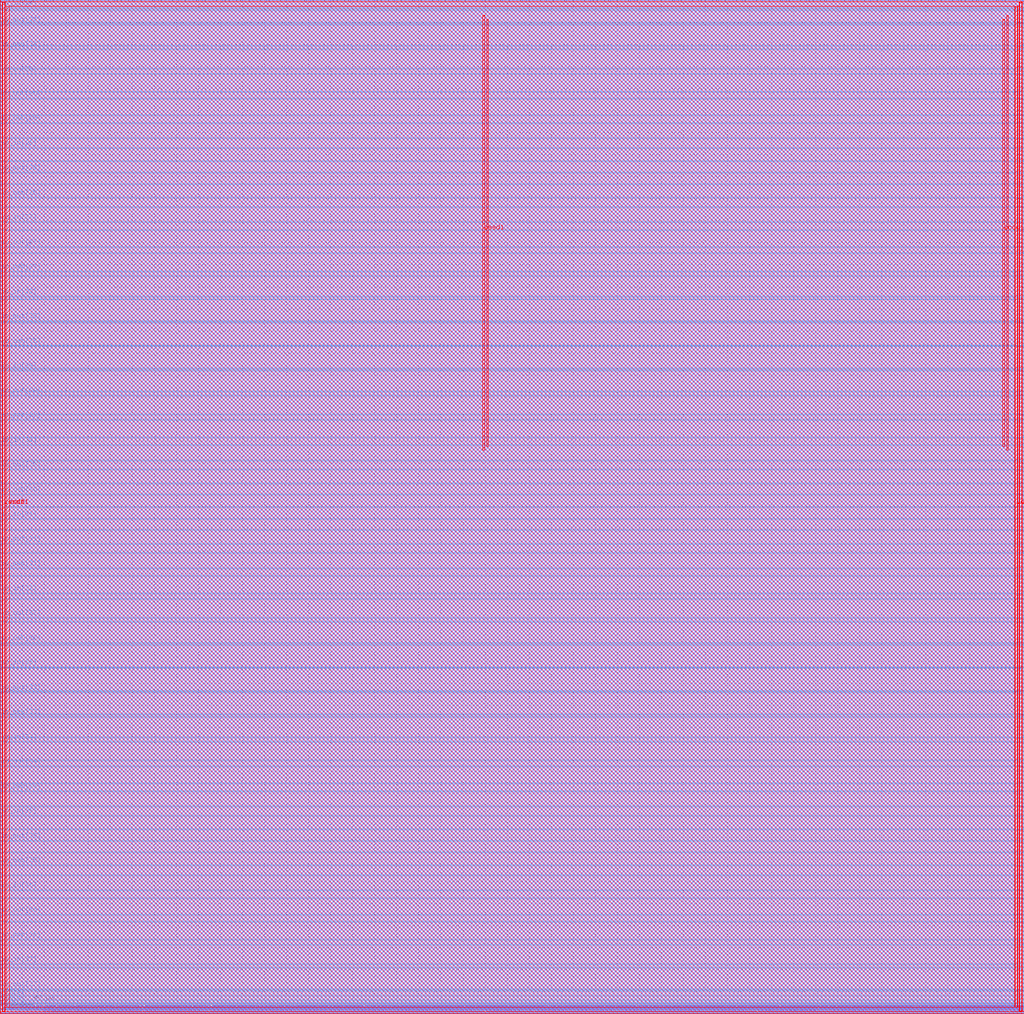
<source format=lef>
##
## LEF for PtnCells ;
## created by Innovus v20.10-p004_1 on Tue May 31 01:06:29 2022
##

VERSION 5.8 ;

BUSBITCHARS "[]" ;
DIVIDERCHAR "/" ;

MACRO user_proj_example
  CLASS BLOCK ;
  SIZE 929.200000 BY 920.720000 ;
  FOREIGN user_proj_example 0.000000 0.000000 ;
  ORIGIN 0 0 ;
  SYMMETRY X Y R90 ;
  PIN wb_clk_i
    DIRECTION INPUT ;
    USE SIGNAL ;
    ANTENNAMODEL OXIDE1 ;
    ANTENNAGATEAREA 0.852 LAYER met2  ;
    ANTENNAPARTIALMETALAREA 0.9548 LAYER met2  ;
    ANTENNAPARTIALMETALSIDEAREA 4.613 LAYER met2  ;
    ANTENNAPARTIALCUTAREA 0.04 LAYER via2  ;
    ANTENNAPARTIALMETALAREA 131.062 LAYER met3  ;
    ANTENNAPARTIALMETALSIDEAREA 699.936 LAYER met3  ;
    ANTENNAGATEAREA 0.852 LAYER met3  ;
    ANTENNAMAXAREACAR 154.522 LAYER met3  ;
    ANTENNAMAXSIDEAREACAR 823.871 LAYER met3  ;
    ANTENNAMAXCUTCAR 0.107277 LAYER via3  ;
    PORT
      LAYER met2 ;
        RECT 1.830000 0.000000 1.970000 0.490000 ;
    END
  END wb_clk_i
  PIN wb_rst_i
    DIRECTION INPUT ;
    USE SIGNAL ;
    ANTENNAPARTIALMETALAREA 6.2375 LAYER met2  ;
    ANTENNAPARTIALMETALSIDEAREA 30.9085 LAYER met2  ;
    ANTENNAPARTIALCUTAREA 0.04 LAYER via2  ;
    ANTENNAPARTIALMETALAREA 5.161 LAYER met3  ;
    ANTENNAPARTIALMETALSIDEAREA 27.992 LAYER met3  ;
    ANTENNAPARTIALCUTAREA 0.04 LAYER via3  ;
    ANTENNAPARTIALMETALAREA 49.1466 LAYER met4  ;
    ANTENNAPARTIALMETALSIDEAREA 263.056 LAYER met4  ;
    ANTENNAMODEL OXIDE1 ;
    ANTENNAGATEAREA 2.2275 LAYER met4  ;
    ANTENNAMAXAREACAR 24.4366 LAYER met4  ;
    ANTENNAMAXSIDEAREACAR 126.994 LAYER met4  ;
    ANTENNAMAXCUTCAR 0.243591 LAYER via4  ;
    PORT
      LAYER met2 ;
        RECT 0.000000 4.180000 0.490000 4.320000 ;
    END
  END wb_rst_i
  PIN wbs_stb_i
    DIRECTION INPUT ;
    USE SIGNAL ;
    PORT
      LAYER met2 ;
        RECT 197.530000 0.000000 197.670000 0.490000 ;
    END
  END wbs_stb_i
  PIN wbs_cyc_i
    DIRECTION INPUT ;
    USE SIGNAL ;
    PORT
      LAYER met2 ;
        RECT 66.430000 0.000000 66.570000 0.490000 ;
    END
  END wbs_cyc_i
  PIN wbs_we_i
    DIRECTION INPUT ;
    USE SIGNAL ;
    PORT
      LAYER met2 ;
        RECT 199.430000 0.000000 199.570000 0.490000 ;
    END
  END wbs_we_i
  PIN wbs_sel_i[3]
    DIRECTION INPUT ;
    USE SIGNAL ;
    PORT
      LAYER met2 ;
        RECT 195.630000 0.000000 195.770000 0.490000 ;
    END
  END wbs_sel_i[3]
  PIN wbs_sel_i[2]
    DIRECTION INPUT ;
    USE SIGNAL ;
    PORT
      LAYER met2 ;
        RECT 193.730000 0.000000 193.870000 0.490000 ;
    END
  END wbs_sel_i[2]
  PIN wbs_sel_i[1]
    DIRECTION INPUT ;
    USE SIGNAL ;
    PORT
      LAYER met2 ;
        RECT 191.830000 0.000000 191.970000 0.490000 ;
    END
  END wbs_sel_i[1]
  PIN wbs_sel_i[0]
    DIRECTION INPUT ;
    USE SIGNAL ;
    PORT
      LAYER met2 ;
        RECT 189.930000 0.000000 190.070000 0.490000 ;
    END
  END wbs_sel_i[0]
  PIN wbs_dat_i[31]
    DIRECTION INPUT ;
    USE SIGNAL ;
    PORT
      LAYER met2 ;
        RECT 127.230000 0.000000 127.370000 0.490000 ;
    END
  END wbs_dat_i[31]
  PIN wbs_dat_i[30]
    DIRECTION INPUT ;
    USE SIGNAL ;
    PORT
      LAYER met2 ;
        RECT 125.330000 0.000000 125.470000 0.490000 ;
    END
  END wbs_dat_i[30]
  PIN wbs_dat_i[29]
    DIRECTION INPUT ;
    USE SIGNAL ;
    PORT
      LAYER met2 ;
        RECT 123.430000 0.000000 123.570000 0.490000 ;
    END
  END wbs_dat_i[29]
  PIN wbs_dat_i[28]
    DIRECTION INPUT ;
    USE SIGNAL ;
    PORT
      LAYER met2 ;
        RECT 121.530000 0.000000 121.670000 0.490000 ;
    END
  END wbs_dat_i[28]
  PIN wbs_dat_i[27]
    DIRECTION INPUT ;
    USE SIGNAL ;
    PORT
      LAYER met2 ;
        RECT 119.630000 0.000000 119.770000 0.490000 ;
    END
  END wbs_dat_i[27]
  PIN wbs_dat_i[26]
    DIRECTION INPUT ;
    USE SIGNAL ;
    PORT
      LAYER met2 ;
        RECT 117.730000 0.000000 117.870000 0.490000 ;
    END
  END wbs_dat_i[26]
  PIN wbs_dat_i[25]
    DIRECTION INPUT ;
    USE SIGNAL ;
    PORT
      LAYER met2 ;
        RECT 115.830000 0.000000 115.970000 0.490000 ;
    END
  END wbs_dat_i[25]
  PIN wbs_dat_i[24]
    DIRECTION INPUT ;
    USE SIGNAL ;
    PORT
      LAYER met2 ;
        RECT 113.930000 0.000000 114.070000 0.490000 ;
    END
  END wbs_dat_i[24]
  PIN wbs_dat_i[23]
    DIRECTION INPUT ;
    USE SIGNAL ;
    PORT
      LAYER met2 ;
        RECT 112.030000 0.000000 112.170000 0.490000 ;
    END
  END wbs_dat_i[23]
  PIN wbs_dat_i[22]
    DIRECTION INPUT ;
    USE SIGNAL ;
    PORT
      LAYER met2 ;
        RECT 110.130000 0.000000 110.270000 0.490000 ;
    END
  END wbs_dat_i[22]
  PIN wbs_dat_i[21]
    DIRECTION INPUT ;
    USE SIGNAL ;
    PORT
      LAYER met2 ;
        RECT 108.230000 0.000000 108.370000 0.490000 ;
    END
  END wbs_dat_i[21]
  PIN wbs_dat_i[20]
    DIRECTION INPUT ;
    USE SIGNAL ;
    PORT
      LAYER met2 ;
        RECT 106.330000 0.000000 106.470000 0.490000 ;
    END
  END wbs_dat_i[20]
  PIN wbs_dat_i[19]
    DIRECTION INPUT ;
    USE SIGNAL ;
    PORT
      LAYER met2 ;
        RECT 104.430000 0.000000 104.570000 0.490000 ;
    END
  END wbs_dat_i[19]
  PIN wbs_dat_i[18]
    DIRECTION INPUT ;
    USE SIGNAL ;
    PORT
      LAYER met2 ;
        RECT 102.530000 0.000000 102.670000 0.490000 ;
    END
  END wbs_dat_i[18]
  PIN wbs_dat_i[17]
    DIRECTION INPUT ;
    USE SIGNAL ;
    PORT
      LAYER met2 ;
        RECT 100.630000 0.000000 100.770000 0.490000 ;
    END
  END wbs_dat_i[17]
  PIN wbs_dat_i[16]
    DIRECTION INPUT ;
    USE SIGNAL ;
    PORT
      LAYER met2 ;
        RECT 98.730000 0.000000 98.870000 0.490000 ;
    END
  END wbs_dat_i[16]
  PIN wbs_dat_i[15]
    DIRECTION INPUT ;
    USE SIGNAL ;
    PORT
      LAYER met2 ;
        RECT 96.830000 0.000000 96.970000 0.490000 ;
    END
  END wbs_dat_i[15]
  PIN wbs_dat_i[14]
    DIRECTION INPUT ;
    USE SIGNAL ;
    PORT
      LAYER met2 ;
        RECT 94.930000 0.000000 95.070000 0.490000 ;
    END
  END wbs_dat_i[14]
  PIN wbs_dat_i[13]
    DIRECTION INPUT ;
    USE SIGNAL ;
    PORT
      LAYER met2 ;
        RECT 93.030000 0.000000 93.170000 0.490000 ;
    END
  END wbs_dat_i[13]
  PIN wbs_dat_i[12]
    DIRECTION INPUT ;
    USE SIGNAL ;
    PORT
      LAYER met2 ;
        RECT 91.130000 0.000000 91.270000 0.490000 ;
    END
  END wbs_dat_i[12]
  PIN wbs_dat_i[11]
    DIRECTION INPUT ;
    USE SIGNAL ;
    PORT
      LAYER met2 ;
        RECT 89.230000 0.000000 89.370000 0.490000 ;
    END
  END wbs_dat_i[11]
  PIN wbs_dat_i[10]
    DIRECTION INPUT ;
    USE SIGNAL ;
    PORT
      LAYER met2 ;
        RECT 87.330000 0.000000 87.470000 0.490000 ;
    END
  END wbs_dat_i[10]
  PIN wbs_dat_i[9]
    DIRECTION INPUT ;
    USE SIGNAL ;
    PORT
      LAYER met2 ;
        RECT 85.430000 0.000000 85.570000 0.490000 ;
    END
  END wbs_dat_i[9]
  PIN wbs_dat_i[8]
    DIRECTION INPUT ;
    USE SIGNAL ;
    PORT
      LAYER met2 ;
        RECT 83.530000 0.000000 83.670000 0.490000 ;
    END
  END wbs_dat_i[8]
  PIN wbs_dat_i[7]
    DIRECTION INPUT ;
    USE SIGNAL ;
    PORT
      LAYER met2 ;
        RECT 81.630000 0.000000 81.770000 0.490000 ;
    END
  END wbs_dat_i[7]
  PIN wbs_dat_i[6]
    DIRECTION INPUT ;
    USE SIGNAL ;
    PORT
      LAYER met2 ;
        RECT 79.730000 0.000000 79.870000 0.490000 ;
    END
  END wbs_dat_i[6]
  PIN wbs_dat_i[5]
    DIRECTION INPUT ;
    USE SIGNAL ;
    PORT
      LAYER met2 ;
        RECT 77.830000 0.000000 77.970000 0.490000 ;
    END
  END wbs_dat_i[5]
  PIN wbs_dat_i[4]
    DIRECTION INPUT ;
    USE SIGNAL ;
    PORT
      LAYER met2 ;
        RECT 75.930000 0.000000 76.070000 0.490000 ;
    END
  END wbs_dat_i[4]
  PIN wbs_dat_i[3]
    DIRECTION INPUT ;
    USE SIGNAL ;
    PORT
      LAYER met2 ;
        RECT 74.030000 0.000000 74.170000 0.490000 ;
    END
  END wbs_dat_i[3]
  PIN wbs_dat_i[2]
    DIRECTION INPUT ;
    USE SIGNAL ;
    PORT
      LAYER met2 ;
        RECT 72.130000 0.000000 72.270000 0.490000 ;
    END
  END wbs_dat_i[2]
  PIN wbs_dat_i[1]
    DIRECTION INPUT ;
    USE SIGNAL ;
    PORT
      LAYER met2 ;
        RECT 70.230000 0.000000 70.370000 0.490000 ;
    END
  END wbs_dat_i[1]
  PIN wbs_dat_i[0]
    DIRECTION INPUT ;
    USE SIGNAL ;
    PORT
      LAYER met2 ;
        RECT 68.330000 0.000000 68.470000 0.490000 ;
    END
  END wbs_dat_i[0]
  PIN wbs_adr_i[31]
    DIRECTION INPUT ;
    USE SIGNAL ;
    PORT
      LAYER met2 ;
        RECT 64.530000 0.000000 64.670000 0.490000 ;
    END
  END wbs_adr_i[31]
  PIN wbs_adr_i[30]
    DIRECTION INPUT ;
    USE SIGNAL ;
    PORT
      LAYER met2 ;
        RECT 62.630000 0.000000 62.770000 0.490000 ;
    END
  END wbs_adr_i[30]
  PIN wbs_adr_i[29]
    DIRECTION INPUT ;
    USE SIGNAL ;
    PORT
      LAYER met2 ;
        RECT 60.730000 0.000000 60.870000 0.490000 ;
    END
  END wbs_adr_i[29]
  PIN wbs_adr_i[28]
    DIRECTION INPUT ;
    USE SIGNAL ;
    PORT
      LAYER met2 ;
        RECT 58.830000 0.000000 58.970000 0.490000 ;
    END
  END wbs_adr_i[28]
  PIN wbs_adr_i[27]
    DIRECTION INPUT ;
    USE SIGNAL ;
    PORT
      LAYER met2 ;
        RECT 56.930000 0.000000 57.070000 0.490000 ;
    END
  END wbs_adr_i[27]
  PIN wbs_adr_i[26]
    DIRECTION INPUT ;
    USE SIGNAL ;
    PORT
      LAYER met2 ;
        RECT 55.030000 0.000000 55.170000 0.490000 ;
    END
  END wbs_adr_i[26]
  PIN wbs_adr_i[25]
    DIRECTION INPUT ;
    USE SIGNAL ;
    PORT
      LAYER met2 ;
        RECT 53.130000 0.000000 53.270000 0.490000 ;
    END
  END wbs_adr_i[25]
  PIN wbs_adr_i[24]
    DIRECTION INPUT ;
    USE SIGNAL ;
    PORT
      LAYER met2 ;
        RECT 51.230000 0.000000 51.370000 0.490000 ;
    END
  END wbs_adr_i[24]
  PIN wbs_adr_i[23]
    DIRECTION INPUT ;
    USE SIGNAL ;
    PORT
      LAYER met2 ;
        RECT 49.330000 0.000000 49.470000 0.490000 ;
    END
  END wbs_adr_i[23]
  PIN wbs_adr_i[22]
    DIRECTION INPUT ;
    USE SIGNAL ;
    PORT
      LAYER met2 ;
        RECT 47.430000 0.000000 47.570000 0.490000 ;
    END
  END wbs_adr_i[22]
  PIN wbs_adr_i[21]
    DIRECTION INPUT ;
    USE SIGNAL ;
    PORT
      LAYER met2 ;
        RECT 45.530000 0.000000 45.670000 0.490000 ;
    END
  END wbs_adr_i[21]
  PIN wbs_adr_i[20]
    DIRECTION INPUT ;
    USE SIGNAL ;
    PORT
      LAYER met2 ;
        RECT 43.630000 0.000000 43.770000 0.490000 ;
    END
  END wbs_adr_i[20]
  PIN wbs_adr_i[19]
    DIRECTION INPUT ;
    USE SIGNAL ;
    PORT
      LAYER met2 ;
        RECT 41.730000 0.000000 41.870000 0.490000 ;
    END
  END wbs_adr_i[19]
  PIN wbs_adr_i[18]
    DIRECTION INPUT ;
    USE SIGNAL ;
    PORT
      LAYER met2 ;
        RECT 39.830000 0.000000 39.970000 0.490000 ;
    END
  END wbs_adr_i[18]
  PIN wbs_adr_i[17]
    DIRECTION INPUT ;
    USE SIGNAL ;
    PORT
      LAYER met2 ;
        RECT 37.930000 0.000000 38.070000 0.490000 ;
    END
  END wbs_adr_i[17]
  PIN wbs_adr_i[16]
    DIRECTION INPUT ;
    USE SIGNAL ;
    PORT
      LAYER met2 ;
        RECT 36.030000 0.000000 36.170000 0.490000 ;
    END
  END wbs_adr_i[16]
  PIN wbs_adr_i[15]
    DIRECTION INPUT ;
    USE SIGNAL ;
    PORT
      LAYER met2 ;
        RECT 34.130000 0.000000 34.270000 0.490000 ;
    END
  END wbs_adr_i[15]
  PIN wbs_adr_i[14]
    DIRECTION INPUT ;
    USE SIGNAL ;
    PORT
      LAYER met2 ;
        RECT 32.230000 0.000000 32.370000 0.490000 ;
    END
  END wbs_adr_i[14]
  PIN wbs_adr_i[13]
    DIRECTION INPUT ;
    USE SIGNAL ;
    PORT
      LAYER met2 ;
        RECT 30.330000 0.000000 30.470000 0.490000 ;
    END
  END wbs_adr_i[13]
  PIN wbs_adr_i[12]
    DIRECTION INPUT ;
    USE SIGNAL ;
    PORT
      LAYER met2 ;
        RECT 28.430000 0.000000 28.570000 0.490000 ;
    END
  END wbs_adr_i[12]
  PIN wbs_adr_i[11]
    DIRECTION INPUT ;
    USE SIGNAL ;
    PORT
      LAYER met2 ;
        RECT 26.530000 0.000000 26.670000 0.490000 ;
    END
  END wbs_adr_i[11]
  PIN wbs_adr_i[10]
    DIRECTION INPUT ;
    USE SIGNAL ;
    PORT
      LAYER met2 ;
        RECT 24.630000 0.000000 24.770000 0.490000 ;
    END
  END wbs_adr_i[10]
  PIN wbs_adr_i[9]
    DIRECTION INPUT ;
    USE SIGNAL ;
    PORT
      LAYER met2 ;
        RECT 22.730000 0.000000 22.870000 0.490000 ;
    END
  END wbs_adr_i[9]
  PIN wbs_adr_i[8]
    DIRECTION INPUT ;
    USE SIGNAL ;
    PORT
      LAYER met2 ;
        RECT 20.830000 0.000000 20.970000 0.490000 ;
    END
  END wbs_adr_i[8]
  PIN wbs_adr_i[7]
    DIRECTION INPUT ;
    USE SIGNAL ;
    PORT
      LAYER met2 ;
        RECT 18.930000 0.000000 19.070000 0.490000 ;
    END
  END wbs_adr_i[7]
  PIN wbs_adr_i[6]
    DIRECTION INPUT ;
    USE SIGNAL ;
    PORT
      LAYER met2 ;
        RECT 17.030000 0.000000 17.170000 0.490000 ;
    END
  END wbs_adr_i[6]
  PIN wbs_adr_i[5]
    DIRECTION INPUT ;
    USE SIGNAL ;
    PORT
      LAYER met2 ;
        RECT 15.130000 0.000000 15.270000 0.490000 ;
    END
  END wbs_adr_i[5]
  PIN wbs_adr_i[4]
    DIRECTION INPUT ;
    USE SIGNAL ;
    PORT
      LAYER met2 ;
        RECT 13.230000 0.000000 13.370000 0.490000 ;
    END
  END wbs_adr_i[4]
  PIN wbs_adr_i[3]
    DIRECTION INPUT ;
    USE SIGNAL ;
    PORT
      LAYER met2 ;
        RECT 11.330000 0.000000 11.470000 0.490000 ;
    END
  END wbs_adr_i[3]
  PIN wbs_adr_i[2]
    DIRECTION INPUT ;
    USE SIGNAL ;
    PORT
      LAYER met2 ;
        RECT 9.430000 0.000000 9.570000 0.490000 ;
    END
  END wbs_adr_i[2]
  PIN wbs_adr_i[1]
    DIRECTION INPUT ;
    USE SIGNAL ;
    PORT
      LAYER met2 ;
        RECT 7.530000 0.000000 7.670000 0.490000 ;
    END
  END wbs_adr_i[1]
  PIN wbs_adr_i[0]
    DIRECTION INPUT ;
    USE SIGNAL ;
    PORT
      LAYER met2 ;
        RECT 5.630000 0.000000 5.770000 0.490000 ;
    END
  END wbs_adr_i[0]
  PIN wbs_ack_o
    DIRECTION OUTPUT ;
    USE SIGNAL ;
    ANTENNADIFFAREA 0.4347 LAYER met3  ;
    ANTENNAMODEL OXIDE1 ;
    ANTENNAGATEAREA 0.6822 LAYER met3  ;
    ANTENNAMAXAREACAR 254.573 LAYER met3  ;
    ANTENNAMAXSIDEAREACAR 1382.76 LAYER met3  ;
    ANTENNAPARTIALMETALAREA 1.4691 LAYER met2  ;
    ANTENNAPARTIALMETALSIDEAREA 7.0105 LAYER met2  ;
    ANTENNAPARTIALCUTAREA 0.08 LAYER via2  ;
    ANTENNAPARTIALMETALAREA 173.669 LAYER met3  ;
    ANTENNAPARTIALMETALSIDEAREA 943.32 LAYER met3  ;
    ANTENNAPARTIALCUTAREA 0.04 LAYER via3  ;
    ANTENNADIFFAREA 0.4347 LAYER met4  ;
    ANTENNAPARTIALMETALAREA 18.8488 LAYER met4  ;
    ANTENNAPARTIALMETALSIDEAREA 99.224 LAYER met4  ;
    ANTENNAGATEAREA 0.6822 LAYER met4  ;
    ANTENNAMAXAREACAR 27.6294 LAYER met4  ;
    ANTENNAMAXSIDEAREACAR 145.447 LAYER met4  ;
    ANTENNAPARTIALCUTAREA 0.64 LAYER via4  ;
    ANTENNAMAXCUTCAR 0.938141 LAYER via4  ;
    ANTENNADIFFAREA 0.4347 LAYER met5  ;
    ANTENNAPARTIALMETALAREA 28.96 LAYER met5  ;
    ANTENNAPARTIALMETALSIDEAREA 47.28 LAYER met5  ;
    ANTENNAGATEAREA 0.6822 LAYER met5  ;
    ANTENNAMAXAREACAR 70.0803 LAYER met5  ;
    ANTENNAMAXSIDEAREACAR 214.752 LAYER met5  ;
    PORT
      LAYER met2 ;
        RECT 3.730000 0.000000 3.870000 0.490000 ;
    END
  END wbs_ack_o
  PIN wbs_dat_o[31]
    DIRECTION OUTPUT ;
    USE SIGNAL ;
    ANTENNADIFFAREA 0.4347 LAYER met3  ;
    ANTENNAMODEL OXIDE1 ;
    ANTENNAGATEAREA 0.6822 LAYER met3  ;
    ANTENNAMAXAREACAR 254.573 LAYER met3  ;
    ANTENNAMAXSIDEAREACAR 1382.76 LAYER met3  ;
    ANTENNAPARTIALMETALAREA 11.3456 LAYER met2  ;
    ANTENNAPARTIALMETALSIDEAREA 56.665 LAYER met2  ;
    ANTENNAPARTIALCUTAREA 0.04 LAYER via2  ;
    ANTENNAPARTIALMETALAREA 173.669 LAYER met3  ;
    ANTENNAPARTIALMETALSIDEAREA 943.32 LAYER met3  ;
    ANTENNAPARTIALCUTAREA 0.04 LAYER via3  ;
    ANTENNADIFFAREA 0.4347 LAYER met4  ;
    ANTENNAPARTIALMETALAREA 18.8488 LAYER met4  ;
    ANTENNAPARTIALMETALSIDEAREA 99.224 LAYER met4  ;
    ANTENNAGATEAREA 0.6822 LAYER met4  ;
    ANTENNAMAXAREACAR 27.6294 LAYER met4  ;
    ANTENNAMAXSIDEAREACAR 145.447 LAYER met4  ;
    ANTENNAPARTIALCUTAREA 0.64 LAYER via4  ;
    ANTENNAMAXCUTCAR 0.938141 LAYER via4  ;
    ANTENNADIFFAREA 0.4347 LAYER met5  ;
    ANTENNAPARTIALMETALAREA 28.96 LAYER met5  ;
    ANTENNAPARTIALMETALSIDEAREA 47.28 LAYER met5  ;
    ANTENNAGATEAREA 0.6822 LAYER met5  ;
    ANTENNAMAXAREACAR 70.0803 LAYER met5  ;
    ANTENNAMAXSIDEAREACAR 214.752 LAYER met5  ;
    PORT
      LAYER met2 ;
        RECT 188.030000 0.000000 188.170000 0.490000 ;
    END
  END wbs_dat_o[31]
  PIN wbs_dat_o[30]
    DIRECTION OUTPUT ;
    USE SIGNAL ;
    ANTENNADIFFAREA 0.4347 LAYER met3  ;
    ANTENNAMODEL OXIDE1 ;
    ANTENNAGATEAREA 0.6822 LAYER met3  ;
    ANTENNAMAXAREACAR 254.573 LAYER met3  ;
    ANTENNAMAXSIDEAREACAR 1382.76 LAYER met3  ;
    ANTENNAPARTIALMETALAREA 11.3554 LAYER met2  ;
    ANTENNAPARTIALMETALSIDEAREA 56.7665 LAYER met2  ;
    ANTENNAPARTIALCUTAREA 0.04 LAYER via2  ;
    ANTENNAPARTIALMETALAREA 173.669 LAYER met3  ;
    ANTENNAPARTIALMETALSIDEAREA 943.32 LAYER met3  ;
    ANTENNAPARTIALCUTAREA 0.04 LAYER via3  ;
    ANTENNADIFFAREA 0.4347 LAYER met4  ;
    ANTENNAPARTIALMETALAREA 18.8488 LAYER met4  ;
    ANTENNAPARTIALMETALSIDEAREA 99.224 LAYER met4  ;
    ANTENNAGATEAREA 0.6822 LAYER met4  ;
    ANTENNAMAXAREACAR 27.6294 LAYER met4  ;
    ANTENNAMAXSIDEAREACAR 145.447 LAYER met4  ;
    ANTENNAPARTIALCUTAREA 0.64 LAYER via4  ;
    ANTENNAMAXCUTCAR 0.938141 LAYER via4  ;
    ANTENNADIFFAREA 0.4347 LAYER met5  ;
    ANTENNAPARTIALMETALAREA 28.96 LAYER met5  ;
    ANTENNAPARTIALMETALSIDEAREA 47.28 LAYER met5  ;
    ANTENNAGATEAREA 0.6822 LAYER met5  ;
    ANTENNAMAXAREACAR 70.0803 LAYER met5  ;
    ANTENNAMAXSIDEAREACAR 214.752 LAYER met5  ;
    PORT
      LAYER met2 ;
        RECT 186.130000 0.000000 186.270000 0.490000 ;
    END
  END wbs_dat_o[30]
  PIN wbs_dat_o[29]
    DIRECTION OUTPUT ;
    USE SIGNAL ;
    ANTENNADIFFAREA 0.4347 LAYER met3  ;
    ANTENNAMODEL OXIDE1 ;
    ANTENNAGATEAREA 0.6822 LAYER met3  ;
    ANTENNAMAXAREACAR 254.573 LAYER met3  ;
    ANTENNAMAXSIDEAREACAR 1382.76 LAYER met3  ;
    ANTENNAPARTIALMETALAREA 11.3554 LAYER met2  ;
    ANTENNAPARTIALMETALSIDEAREA 56.714 LAYER met2  ;
    ANTENNAPARTIALCUTAREA 0.04 LAYER via2  ;
    ANTENNAPARTIALMETALAREA 173.669 LAYER met3  ;
    ANTENNAPARTIALMETALSIDEAREA 943.32 LAYER met3  ;
    ANTENNAPARTIALCUTAREA 0.04 LAYER via3  ;
    ANTENNADIFFAREA 0.4347 LAYER met4  ;
    ANTENNAPARTIALMETALAREA 18.8488 LAYER met4  ;
    ANTENNAPARTIALMETALSIDEAREA 99.224 LAYER met4  ;
    ANTENNAGATEAREA 0.6822 LAYER met4  ;
    ANTENNAMAXAREACAR 27.6294 LAYER met4  ;
    ANTENNAMAXSIDEAREACAR 145.447 LAYER met4  ;
    ANTENNAPARTIALCUTAREA 0.64 LAYER via4  ;
    ANTENNAMAXCUTCAR 0.938141 LAYER via4  ;
    ANTENNADIFFAREA 0.4347 LAYER met5  ;
    ANTENNAPARTIALMETALAREA 28.96 LAYER met5  ;
    ANTENNAPARTIALMETALSIDEAREA 47.28 LAYER met5  ;
    ANTENNAGATEAREA 0.6822 LAYER met5  ;
    ANTENNAMAXAREACAR 70.0803 LAYER met5  ;
    ANTENNAMAXSIDEAREACAR 214.752 LAYER met5  ;
    PORT
      LAYER met2 ;
        RECT 184.230000 0.000000 184.370000 0.490000 ;
    END
  END wbs_dat_o[29]
  PIN wbs_dat_o[28]
    DIRECTION OUTPUT ;
    USE SIGNAL ;
    ANTENNADIFFAREA 0.4347 LAYER met3  ;
    ANTENNAMODEL OXIDE1 ;
    ANTENNAGATEAREA 0.6822 LAYER met3  ;
    ANTENNAMAXAREACAR 254.573 LAYER met3  ;
    ANTENNAMAXSIDEAREACAR 1382.76 LAYER met3  ;
    ANTENNAPARTIALMETALAREA 11.3554 LAYER met2  ;
    ANTENNAPARTIALMETALSIDEAREA 56.7665 LAYER met2  ;
    ANTENNAPARTIALCUTAREA 0.04 LAYER via2  ;
    ANTENNAPARTIALMETALAREA 173.669 LAYER met3  ;
    ANTENNAPARTIALMETALSIDEAREA 943.32 LAYER met3  ;
    ANTENNAPARTIALCUTAREA 0.04 LAYER via3  ;
    ANTENNADIFFAREA 0.4347 LAYER met4  ;
    ANTENNAPARTIALMETALAREA 18.8488 LAYER met4  ;
    ANTENNAPARTIALMETALSIDEAREA 99.224 LAYER met4  ;
    ANTENNAGATEAREA 0.6822 LAYER met4  ;
    ANTENNAMAXAREACAR 27.6294 LAYER met4  ;
    ANTENNAMAXSIDEAREACAR 145.447 LAYER met4  ;
    ANTENNAPARTIALCUTAREA 0.64 LAYER via4  ;
    ANTENNAMAXCUTCAR 0.938141 LAYER via4  ;
    ANTENNADIFFAREA 0.4347 LAYER met5  ;
    ANTENNAPARTIALMETALAREA 28.96 LAYER met5  ;
    ANTENNAPARTIALMETALSIDEAREA 47.28 LAYER met5  ;
    ANTENNAGATEAREA 0.6822 LAYER met5  ;
    ANTENNAMAXAREACAR 70.0803 LAYER met5  ;
    ANTENNAMAXSIDEAREACAR 214.752 LAYER met5  ;
    PORT
      LAYER met2 ;
        RECT 182.330000 0.000000 182.470000 0.490000 ;
    END
  END wbs_dat_o[28]
  PIN wbs_dat_o[27]
    DIRECTION OUTPUT ;
    USE SIGNAL ;
    ANTENNADIFFAREA 0.4347 LAYER met3  ;
    ANTENNAMODEL OXIDE1 ;
    ANTENNAGATEAREA 0.6822 LAYER met3  ;
    ANTENNAMAXAREACAR 254.573 LAYER met3  ;
    ANTENNAMAXSIDEAREACAR 1382.76 LAYER met3  ;
    ANTENNAPARTIALMETALAREA 11.3554 LAYER met2  ;
    ANTENNAPARTIALMETALSIDEAREA 56.7665 LAYER met2  ;
    ANTENNAPARTIALCUTAREA 0.04 LAYER via2  ;
    ANTENNAPARTIALMETALAREA 173.669 LAYER met3  ;
    ANTENNAPARTIALMETALSIDEAREA 943.32 LAYER met3  ;
    ANTENNAPARTIALCUTAREA 0.04 LAYER via3  ;
    ANTENNADIFFAREA 0.4347 LAYER met4  ;
    ANTENNAPARTIALMETALAREA 18.8488 LAYER met4  ;
    ANTENNAPARTIALMETALSIDEAREA 99.224 LAYER met4  ;
    ANTENNAGATEAREA 0.6822 LAYER met4  ;
    ANTENNAMAXAREACAR 27.6294 LAYER met4  ;
    ANTENNAMAXSIDEAREACAR 145.447 LAYER met4  ;
    ANTENNAPARTIALCUTAREA 0.64 LAYER via4  ;
    ANTENNAMAXCUTCAR 0.938141 LAYER via4  ;
    ANTENNADIFFAREA 0.4347 LAYER met5  ;
    ANTENNAPARTIALMETALAREA 28.96 LAYER met5  ;
    ANTENNAPARTIALMETALSIDEAREA 47.28 LAYER met5  ;
    ANTENNAGATEAREA 0.6822 LAYER met5  ;
    ANTENNAMAXAREACAR 70.0803 LAYER met5  ;
    ANTENNAMAXSIDEAREACAR 214.752 LAYER met5  ;
    PORT
      LAYER met2 ;
        RECT 180.430000 0.000000 180.570000 0.490000 ;
    END
  END wbs_dat_o[27]
  PIN wbs_dat_o[26]
    DIRECTION OUTPUT ;
    USE SIGNAL ;
    ANTENNADIFFAREA 0.4347 LAYER met3  ;
    ANTENNAMODEL OXIDE1 ;
    ANTENNAGATEAREA 0.6822 LAYER met3  ;
    ANTENNAMAXAREACAR 254.573 LAYER met3  ;
    ANTENNAMAXSIDEAREACAR 1382.76 LAYER met3  ;
    ANTENNAPARTIALMETALAREA 11.3554 LAYER met2  ;
    ANTENNAPARTIALMETALSIDEAREA 56.714 LAYER met2  ;
    ANTENNAPARTIALCUTAREA 0.04 LAYER via2  ;
    ANTENNAPARTIALMETALAREA 173.669 LAYER met3  ;
    ANTENNAPARTIALMETALSIDEAREA 943.32 LAYER met3  ;
    ANTENNAPARTIALCUTAREA 0.04 LAYER via3  ;
    ANTENNADIFFAREA 0.4347 LAYER met4  ;
    ANTENNAPARTIALMETALAREA 18.8488 LAYER met4  ;
    ANTENNAPARTIALMETALSIDEAREA 99.224 LAYER met4  ;
    ANTENNAGATEAREA 0.6822 LAYER met4  ;
    ANTENNAMAXAREACAR 27.6294 LAYER met4  ;
    ANTENNAMAXSIDEAREACAR 145.447 LAYER met4  ;
    ANTENNAPARTIALCUTAREA 0.64 LAYER via4  ;
    ANTENNAMAXCUTCAR 0.938141 LAYER via4  ;
    ANTENNADIFFAREA 0.4347 LAYER met5  ;
    ANTENNAPARTIALMETALAREA 28.96 LAYER met5  ;
    ANTENNAPARTIALMETALSIDEAREA 47.28 LAYER met5  ;
    ANTENNAGATEAREA 0.6822 LAYER met5  ;
    ANTENNAMAXAREACAR 70.0803 LAYER met5  ;
    ANTENNAMAXSIDEAREACAR 214.752 LAYER met5  ;
    PORT
      LAYER met2 ;
        RECT 178.530000 0.000000 178.670000 0.490000 ;
    END
  END wbs_dat_o[26]
  PIN wbs_dat_o[25]
    DIRECTION OUTPUT ;
    USE SIGNAL ;
    ANTENNADIFFAREA 0.4347 LAYER met3  ;
    ANTENNAMODEL OXIDE1 ;
    ANTENNAGATEAREA 0.6822 LAYER met3  ;
    ANTENNAMAXAREACAR 254.573 LAYER met3  ;
    ANTENNAMAXSIDEAREACAR 1382.76 LAYER met3  ;
    ANTENNAPARTIALMETALAREA 11.3554 LAYER met2  ;
    ANTENNAPARTIALMETALSIDEAREA 56.714 LAYER met2  ;
    ANTENNAPARTIALCUTAREA 0.04 LAYER via2  ;
    ANTENNAPARTIALMETALAREA 173.669 LAYER met3  ;
    ANTENNAPARTIALMETALSIDEAREA 943.32 LAYER met3  ;
    ANTENNAPARTIALCUTAREA 0.04 LAYER via3  ;
    ANTENNADIFFAREA 0.4347 LAYER met4  ;
    ANTENNAPARTIALMETALAREA 18.8488 LAYER met4  ;
    ANTENNAPARTIALMETALSIDEAREA 99.224 LAYER met4  ;
    ANTENNAGATEAREA 0.6822 LAYER met4  ;
    ANTENNAMAXAREACAR 27.6294 LAYER met4  ;
    ANTENNAMAXSIDEAREACAR 145.447 LAYER met4  ;
    ANTENNAPARTIALCUTAREA 0.64 LAYER via4  ;
    ANTENNAMAXCUTCAR 0.938141 LAYER via4  ;
    ANTENNADIFFAREA 0.4347 LAYER met5  ;
    ANTENNAPARTIALMETALAREA 28.96 LAYER met5  ;
    ANTENNAPARTIALMETALSIDEAREA 47.28 LAYER met5  ;
    ANTENNAGATEAREA 0.6822 LAYER met5  ;
    ANTENNAMAXAREACAR 70.0803 LAYER met5  ;
    ANTENNAMAXSIDEAREACAR 214.752 LAYER met5  ;
    PORT
      LAYER met2 ;
        RECT 176.630000 0.000000 176.770000 0.490000 ;
    END
  END wbs_dat_o[25]
  PIN wbs_dat_o[24]
    DIRECTION OUTPUT ;
    USE SIGNAL ;
    ANTENNADIFFAREA 0.4347 LAYER met3  ;
    ANTENNAMODEL OXIDE1 ;
    ANTENNAGATEAREA 0.6822 LAYER met3  ;
    ANTENNAMAXAREACAR 254.573 LAYER met3  ;
    ANTENNAMAXSIDEAREACAR 1382.76 LAYER met3  ;
    ANTENNAPARTIALMETALAREA 11.3554 LAYER met2  ;
    ANTENNAPARTIALMETALSIDEAREA 56.714 LAYER met2  ;
    ANTENNAPARTIALCUTAREA 0.04 LAYER via2  ;
    ANTENNAPARTIALMETALAREA 173.669 LAYER met3  ;
    ANTENNAPARTIALMETALSIDEAREA 943.32 LAYER met3  ;
    ANTENNAPARTIALCUTAREA 0.04 LAYER via3  ;
    ANTENNADIFFAREA 0.4347 LAYER met4  ;
    ANTENNAPARTIALMETALAREA 18.8488 LAYER met4  ;
    ANTENNAPARTIALMETALSIDEAREA 99.224 LAYER met4  ;
    ANTENNAGATEAREA 0.6822 LAYER met4  ;
    ANTENNAMAXAREACAR 27.6294 LAYER met4  ;
    ANTENNAMAXSIDEAREACAR 145.447 LAYER met4  ;
    ANTENNAPARTIALCUTAREA 0.64 LAYER via4  ;
    ANTENNAMAXCUTCAR 0.938141 LAYER via4  ;
    ANTENNADIFFAREA 0.4347 LAYER met5  ;
    ANTENNAPARTIALMETALAREA 28.96 LAYER met5  ;
    ANTENNAPARTIALMETALSIDEAREA 47.28 LAYER met5  ;
    ANTENNAGATEAREA 0.6822 LAYER met5  ;
    ANTENNAMAXAREACAR 70.0803 LAYER met5  ;
    ANTENNAMAXSIDEAREACAR 214.752 LAYER met5  ;
    PORT
      LAYER met2 ;
        RECT 174.730000 0.000000 174.870000 0.490000 ;
    END
  END wbs_dat_o[24]
  PIN wbs_dat_o[23]
    DIRECTION OUTPUT ;
    USE SIGNAL ;
    ANTENNADIFFAREA 0.4347 LAYER met3  ;
    ANTENNAMODEL OXIDE1 ;
    ANTENNAGATEAREA 0.6822 LAYER met3  ;
    ANTENNAMAXAREACAR 254.573 LAYER met3  ;
    ANTENNAMAXSIDEAREACAR 1382.76 LAYER met3  ;
    ANTENNAPARTIALMETALAREA 11.3554 LAYER met2  ;
    ANTENNAPARTIALMETALSIDEAREA 56.714 LAYER met2  ;
    ANTENNAPARTIALCUTAREA 0.04 LAYER via2  ;
    ANTENNAPARTIALMETALAREA 173.669 LAYER met3  ;
    ANTENNAPARTIALMETALSIDEAREA 943.32 LAYER met3  ;
    ANTENNAPARTIALCUTAREA 0.04 LAYER via3  ;
    ANTENNADIFFAREA 0.4347 LAYER met4  ;
    ANTENNAPARTIALMETALAREA 18.8488 LAYER met4  ;
    ANTENNAPARTIALMETALSIDEAREA 99.224 LAYER met4  ;
    ANTENNAGATEAREA 0.6822 LAYER met4  ;
    ANTENNAMAXAREACAR 27.6294 LAYER met4  ;
    ANTENNAMAXSIDEAREACAR 145.447 LAYER met4  ;
    ANTENNAPARTIALCUTAREA 0.64 LAYER via4  ;
    ANTENNAMAXCUTCAR 0.938141 LAYER via4  ;
    ANTENNADIFFAREA 0.4347 LAYER met5  ;
    ANTENNAPARTIALMETALAREA 28.96 LAYER met5  ;
    ANTENNAPARTIALMETALSIDEAREA 47.28 LAYER met5  ;
    ANTENNAGATEAREA 0.6822 LAYER met5  ;
    ANTENNAMAXAREACAR 70.0803 LAYER met5  ;
    ANTENNAMAXSIDEAREACAR 214.752 LAYER met5  ;
    PORT
      LAYER met2 ;
        RECT 172.830000 0.000000 172.970000 0.490000 ;
    END
  END wbs_dat_o[23]
  PIN wbs_dat_o[22]
    DIRECTION OUTPUT ;
    USE SIGNAL ;
    ANTENNADIFFAREA 0.4347 LAYER met3  ;
    ANTENNAMODEL OXIDE1 ;
    ANTENNAGATEAREA 0.6822 LAYER met3  ;
    ANTENNAMAXAREACAR 254.573 LAYER met3  ;
    ANTENNAMAXSIDEAREACAR 1382.76 LAYER met3  ;
    ANTENNAPARTIALMETALAREA 11.3554 LAYER met2  ;
    ANTENNAPARTIALMETALSIDEAREA 56.7665 LAYER met2  ;
    ANTENNAPARTIALCUTAREA 0.04 LAYER via2  ;
    ANTENNAPARTIALMETALAREA 173.669 LAYER met3  ;
    ANTENNAPARTIALMETALSIDEAREA 943.32 LAYER met3  ;
    ANTENNAPARTIALCUTAREA 0.04 LAYER via3  ;
    ANTENNADIFFAREA 0.4347 LAYER met4  ;
    ANTENNAPARTIALMETALAREA 18.8488 LAYER met4  ;
    ANTENNAPARTIALMETALSIDEAREA 99.224 LAYER met4  ;
    ANTENNAGATEAREA 0.6822 LAYER met4  ;
    ANTENNAMAXAREACAR 27.6294 LAYER met4  ;
    ANTENNAMAXSIDEAREACAR 145.447 LAYER met4  ;
    ANTENNAPARTIALCUTAREA 0.64 LAYER via4  ;
    ANTENNAMAXCUTCAR 0.938141 LAYER via4  ;
    ANTENNADIFFAREA 0.4347 LAYER met5  ;
    ANTENNAPARTIALMETALAREA 28.96 LAYER met5  ;
    ANTENNAPARTIALMETALSIDEAREA 47.28 LAYER met5  ;
    ANTENNAGATEAREA 0.6822 LAYER met5  ;
    ANTENNAMAXAREACAR 70.0803 LAYER met5  ;
    ANTENNAMAXSIDEAREACAR 214.752 LAYER met5  ;
    PORT
      LAYER met2 ;
        RECT 170.930000 0.000000 171.070000 0.490000 ;
    END
  END wbs_dat_o[22]
  PIN wbs_dat_o[21]
    DIRECTION OUTPUT ;
    USE SIGNAL ;
    ANTENNADIFFAREA 0.4347 LAYER met3  ;
    ANTENNAMODEL OXIDE1 ;
    ANTENNAGATEAREA 0.6822 LAYER met3  ;
    ANTENNAMAXAREACAR 254.573 LAYER met3  ;
    ANTENNAMAXSIDEAREACAR 1382.76 LAYER met3  ;
    ANTENNAPARTIALMETALAREA 11.3554 LAYER met2  ;
    ANTENNAPARTIALMETALSIDEAREA 56.7665 LAYER met2  ;
    ANTENNAPARTIALCUTAREA 0.04 LAYER via2  ;
    ANTENNAPARTIALMETALAREA 173.669 LAYER met3  ;
    ANTENNAPARTIALMETALSIDEAREA 943.32 LAYER met3  ;
    ANTENNAPARTIALCUTAREA 0.04 LAYER via3  ;
    ANTENNADIFFAREA 0.4347 LAYER met4  ;
    ANTENNAPARTIALMETALAREA 18.8488 LAYER met4  ;
    ANTENNAPARTIALMETALSIDEAREA 99.224 LAYER met4  ;
    ANTENNAGATEAREA 0.6822 LAYER met4  ;
    ANTENNAMAXAREACAR 27.6294 LAYER met4  ;
    ANTENNAMAXSIDEAREACAR 145.447 LAYER met4  ;
    ANTENNAPARTIALCUTAREA 0.64 LAYER via4  ;
    ANTENNAMAXCUTCAR 0.938141 LAYER via4  ;
    ANTENNADIFFAREA 0.4347 LAYER met5  ;
    ANTENNAPARTIALMETALAREA 28.96 LAYER met5  ;
    ANTENNAPARTIALMETALSIDEAREA 47.28 LAYER met5  ;
    ANTENNAGATEAREA 0.6822 LAYER met5  ;
    ANTENNAMAXAREACAR 70.0803 LAYER met5  ;
    ANTENNAMAXSIDEAREACAR 214.752 LAYER met5  ;
    PORT
      LAYER met2 ;
        RECT 169.030000 0.000000 169.170000 0.490000 ;
    END
  END wbs_dat_o[21]
  PIN wbs_dat_o[20]
    DIRECTION OUTPUT ;
    USE SIGNAL ;
    ANTENNADIFFAREA 0.4347 LAYER met3  ;
    ANTENNAMODEL OXIDE1 ;
    ANTENNAGATEAREA 0.6822 LAYER met3  ;
    ANTENNAMAXAREACAR 254.573 LAYER met3  ;
    ANTENNAMAXSIDEAREACAR 1382.76 LAYER met3  ;
    ANTENNAPARTIALMETALAREA 11.3554 LAYER met2  ;
    ANTENNAPARTIALMETALSIDEAREA 56.7665 LAYER met2  ;
    ANTENNAPARTIALCUTAREA 0.04 LAYER via2  ;
    ANTENNAPARTIALMETALAREA 173.669 LAYER met3  ;
    ANTENNAPARTIALMETALSIDEAREA 943.32 LAYER met3  ;
    ANTENNAPARTIALCUTAREA 0.04 LAYER via3  ;
    ANTENNADIFFAREA 0.4347 LAYER met4  ;
    ANTENNAPARTIALMETALAREA 18.8488 LAYER met4  ;
    ANTENNAPARTIALMETALSIDEAREA 99.224 LAYER met4  ;
    ANTENNAGATEAREA 0.6822 LAYER met4  ;
    ANTENNAMAXAREACAR 27.6294 LAYER met4  ;
    ANTENNAMAXSIDEAREACAR 145.447 LAYER met4  ;
    ANTENNAPARTIALCUTAREA 0.64 LAYER via4  ;
    ANTENNAMAXCUTCAR 0.938141 LAYER via4  ;
    ANTENNADIFFAREA 0.4347 LAYER met5  ;
    ANTENNAPARTIALMETALAREA 28.96 LAYER met5  ;
    ANTENNAPARTIALMETALSIDEAREA 47.28 LAYER met5  ;
    ANTENNAGATEAREA 0.6822 LAYER met5  ;
    ANTENNAMAXAREACAR 70.0803 LAYER met5  ;
    ANTENNAMAXSIDEAREACAR 214.752 LAYER met5  ;
    PORT
      LAYER met2 ;
        RECT 167.130000 0.000000 167.270000 0.490000 ;
    END
  END wbs_dat_o[20]
  PIN wbs_dat_o[19]
    DIRECTION OUTPUT ;
    USE SIGNAL ;
    ANTENNADIFFAREA 0.4347 LAYER met3  ;
    ANTENNAMODEL OXIDE1 ;
    ANTENNAGATEAREA 0.6822 LAYER met3  ;
    ANTENNAMAXAREACAR 254.573 LAYER met3  ;
    ANTENNAMAXSIDEAREACAR 1382.76 LAYER met3  ;
    ANTENNAPARTIALMETALAREA 11.3554 LAYER met2  ;
    ANTENNAPARTIALMETALSIDEAREA 56.7665 LAYER met2  ;
    ANTENNAPARTIALCUTAREA 0.04 LAYER via2  ;
    ANTENNAPARTIALMETALAREA 173.669 LAYER met3  ;
    ANTENNAPARTIALMETALSIDEAREA 943.32 LAYER met3  ;
    ANTENNAPARTIALCUTAREA 0.04 LAYER via3  ;
    ANTENNADIFFAREA 0.4347 LAYER met4  ;
    ANTENNAPARTIALMETALAREA 18.8488 LAYER met4  ;
    ANTENNAPARTIALMETALSIDEAREA 99.224 LAYER met4  ;
    ANTENNAGATEAREA 0.6822 LAYER met4  ;
    ANTENNAMAXAREACAR 27.6294 LAYER met4  ;
    ANTENNAMAXSIDEAREACAR 145.447 LAYER met4  ;
    ANTENNAPARTIALCUTAREA 0.64 LAYER via4  ;
    ANTENNAMAXCUTCAR 0.938141 LAYER via4  ;
    ANTENNADIFFAREA 0.4347 LAYER met5  ;
    ANTENNAPARTIALMETALAREA 28.96 LAYER met5  ;
    ANTENNAPARTIALMETALSIDEAREA 47.28 LAYER met5  ;
    ANTENNAGATEAREA 0.6822 LAYER met5  ;
    ANTENNAMAXAREACAR 70.0803 LAYER met5  ;
    ANTENNAMAXSIDEAREACAR 214.752 LAYER met5  ;
    PORT
      LAYER met2 ;
        RECT 165.230000 0.000000 165.370000 0.490000 ;
    END
  END wbs_dat_o[19]
  PIN wbs_dat_o[18]
    DIRECTION OUTPUT ;
    USE SIGNAL ;
    ANTENNADIFFAREA 0.4347 LAYER met3  ;
    ANTENNAMODEL OXIDE1 ;
    ANTENNAGATEAREA 0.6822 LAYER met3  ;
    ANTENNAMAXAREACAR 254.573 LAYER met3  ;
    ANTENNAMAXSIDEAREACAR 1382.76 LAYER met3  ;
    ANTENNAPARTIALMETALAREA 11.3554 LAYER met2  ;
    ANTENNAPARTIALMETALSIDEAREA 56.7665 LAYER met2  ;
    ANTENNAPARTIALCUTAREA 0.04 LAYER via2  ;
    ANTENNAPARTIALMETALAREA 173.669 LAYER met3  ;
    ANTENNAPARTIALMETALSIDEAREA 943.32 LAYER met3  ;
    ANTENNAPARTIALCUTAREA 0.04 LAYER via3  ;
    ANTENNADIFFAREA 0.4347 LAYER met4  ;
    ANTENNAPARTIALMETALAREA 18.8488 LAYER met4  ;
    ANTENNAPARTIALMETALSIDEAREA 99.224 LAYER met4  ;
    ANTENNAGATEAREA 0.6822 LAYER met4  ;
    ANTENNAMAXAREACAR 27.6294 LAYER met4  ;
    ANTENNAMAXSIDEAREACAR 145.447 LAYER met4  ;
    ANTENNAPARTIALCUTAREA 0.64 LAYER via4  ;
    ANTENNAMAXCUTCAR 0.938141 LAYER via4  ;
    ANTENNADIFFAREA 0.4347 LAYER met5  ;
    ANTENNAPARTIALMETALAREA 28.96 LAYER met5  ;
    ANTENNAPARTIALMETALSIDEAREA 47.28 LAYER met5  ;
    ANTENNAGATEAREA 0.6822 LAYER met5  ;
    ANTENNAMAXAREACAR 70.0803 LAYER met5  ;
    ANTENNAMAXSIDEAREACAR 214.752 LAYER met5  ;
    PORT
      LAYER met2 ;
        RECT 163.330000 0.000000 163.470000 0.490000 ;
    END
  END wbs_dat_o[18]
  PIN wbs_dat_o[17]
    DIRECTION OUTPUT ;
    USE SIGNAL ;
    ANTENNADIFFAREA 0.4347 LAYER met3  ;
    ANTENNAMODEL OXIDE1 ;
    ANTENNAGATEAREA 0.6822 LAYER met3  ;
    ANTENNAMAXAREACAR 254.573 LAYER met3  ;
    ANTENNAMAXSIDEAREACAR 1382.76 LAYER met3  ;
    ANTENNAPARTIALMETALAREA 11.3554 LAYER met2  ;
    ANTENNAPARTIALMETALSIDEAREA 56.7665 LAYER met2  ;
    ANTENNAPARTIALCUTAREA 0.04 LAYER via2  ;
    ANTENNAPARTIALMETALAREA 173.669 LAYER met3  ;
    ANTENNAPARTIALMETALSIDEAREA 943.32 LAYER met3  ;
    ANTENNAPARTIALCUTAREA 0.04 LAYER via3  ;
    ANTENNADIFFAREA 0.4347 LAYER met4  ;
    ANTENNAPARTIALMETALAREA 18.8488 LAYER met4  ;
    ANTENNAPARTIALMETALSIDEAREA 99.224 LAYER met4  ;
    ANTENNAGATEAREA 0.6822 LAYER met4  ;
    ANTENNAMAXAREACAR 27.6294 LAYER met4  ;
    ANTENNAMAXSIDEAREACAR 145.447 LAYER met4  ;
    ANTENNAPARTIALCUTAREA 0.64 LAYER via4  ;
    ANTENNAMAXCUTCAR 0.938141 LAYER via4  ;
    ANTENNADIFFAREA 0.4347 LAYER met5  ;
    ANTENNAPARTIALMETALAREA 28.96 LAYER met5  ;
    ANTENNAPARTIALMETALSIDEAREA 47.28 LAYER met5  ;
    ANTENNAGATEAREA 0.6822 LAYER met5  ;
    ANTENNAMAXAREACAR 70.0803 LAYER met5  ;
    ANTENNAMAXSIDEAREACAR 214.752 LAYER met5  ;
    PORT
      LAYER met2 ;
        RECT 161.430000 0.000000 161.570000 0.490000 ;
    END
  END wbs_dat_o[17]
  PIN wbs_dat_o[16]
    DIRECTION OUTPUT ;
    USE SIGNAL ;
    ANTENNADIFFAREA 0.4347 LAYER met3  ;
    ANTENNAMODEL OXIDE1 ;
    ANTENNAGATEAREA 0.6822 LAYER met3  ;
    ANTENNAMAXAREACAR 254.573 LAYER met3  ;
    ANTENNAMAXSIDEAREACAR 1382.76 LAYER met3  ;
    ANTENNAPARTIALMETALAREA 11.3554 LAYER met2  ;
    ANTENNAPARTIALMETALSIDEAREA 56.7665 LAYER met2  ;
    ANTENNAPARTIALCUTAREA 0.04 LAYER via2  ;
    ANTENNAPARTIALMETALAREA 173.669 LAYER met3  ;
    ANTENNAPARTIALMETALSIDEAREA 943.32 LAYER met3  ;
    ANTENNAPARTIALCUTAREA 0.04 LAYER via3  ;
    ANTENNADIFFAREA 0.4347 LAYER met4  ;
    ANTENNAPARTIALMETALAREA 18.8488 LAYER met4  ;
    ANTENNAPARTIALMETALSIDEAREA 99.224 LAYER met4  ;
    ANTENNAGATEAREA 0.6822 LAYER met4  ;
    ANTENNAMAXAREACAR 27.6294 LAYER met4  ;
    ANTENNAMAXSIDEAREACAR 145.447 LAYER met4  ;
    ANTENNAPARTIALCUTAREA 0.64 LAYER via4  ;
    ANTENNAMAXCUTCAR 0.938141 LAYER via4  ;
    ANTENNADIFFAREA 0.4347 LAYER met5  ;
    ANTENNAPARTIALMETALAREA 28.96 LAYER met5  ;
    ANTENNAPARTIALMETALSIDEAREA 47.28 LAYER met5  ;
    ANTENNAGATEAREA 0.6822 LAYER met5  ;
    ANTENNAMAXAREACAR 70.0803 LAYER met5  ;
    ANTENNAMAXSIDEAREACAR 214.752 LAYER met5  ;
    PORT
      LAYER met2 ;
        RECT 159.530000 0.000000 159.670000 0.490000 ;
    END
  END wbs_dat_o[16]
  PIN wbs_dat_o[15]
    DIRECTION OUTPUT ;
    USE SIGNAL ;
    ANTENNADIFFAREA 0.4347 LAYER met3  ;
    ANTENNAMODEL OXIDE1 ;
    ANTENNAGATEAREA 0.6822 LAYER met3  ;
    ANTENNAMAXAREACAR 254.573 LAYER met3  ;
    ANTENNAMAXSIDEAREACAR 1382.76 LAYER met3  ;
    ANTENNAPARTIALMETALAREA 11.3554 LAYER met2  ;
    ANTENNAPARTIALMETALSIDEAREA 56.7665 LAYER met2  ;
    ANTENNAPARTIALCUTAREA 0.04 LAYER via2  ;
    ANTENNAPARTIALMETALAREA 173.669 LAYER met3  ;
    ANTENNAPARTIALMETALSIDEAREA 943.32 LAYER met3  ;
    ANTENNAPARTIALCUTAREA 0.04 LAYER via3  ;
    ANTENNADIFFAREA 0.4347 LAYER met4  ;
    ANTENNAPARTIALMETALAREA 18.8488 LAYER met4  ;
    ANTENNAPARTIALMETALSIDEAREA 99.224 LAYER met4  ;
    ANTENNAGATEAREA 0.6822 LAYER met4  ;
    ANTENNAMAXAREACAR 27.6294 LAYER met4  ;
    ANTENNAMAXSIDEAREACAR 145.447 LAYER met4  ;
    ANTENNAPARTIALCUTAREA 0.64 LAYER via4  ;
    ANTENNAMAXCUTCAR 0.938141 LAYER via4  ;
    ANTENNADIFFAREA 0.4347 LAYER met5  ;
    ANTENNAPARTIALMETALAREA 28.96 LAYER met5  ;
    ANTENNAPARTIALMETALSIDEAREA 47.28 LAYER met5  ;
    ANTENNAGATEAREA 0.6822 LAYER met5  ;
    ANTENNAMAXAREACAR 70.0803 LAYER met5  ;
    ANTENNAMAXSIDEAREACAR 214.752 LAYER met5  ;
    PORT
      LAYER met2 ;
        RECT 157.630000 0.000000 157.770000 0.490000 ;
    END
  END wbs_dat_o[15]
  PIN wbs_dat_o[14]
    DIRECTION OUTPUT ;
    USE SIGNAL ;
    ANTENNADIFFAREA 0.4347 LAYER met3  ;
    ANTENNAMODEL OXIDE1 ;
    ANTENNAGATEAREA 0.6822 LAYER met3  ;
    ANTENNAMAXAREACAR 254.573 LAYER met3  ;
    ANTENNAMAXSIDEAREACAR 1382.76 LAYER met3  ;
    ANTENNAPARTIALMETALAREA 11.3554 LAYER met2  ;
    ANTENNAPARTIALMETALSIDEAREA 56.7665 LAYER met2  ;
    ANTENNAPARTIALCUTAREA 0.04 LAYER via2  ;
    ANTENNAPARTIALMETALAREA 173.669 LAYER met3  ;
    ANTENNAPARTIALMETALSIDEAREA 943.32 LAYER met3  ;
    ANTENNAPARTIALCUTAREA 0.04 LAYER via3  ;
    ANTENNADIFFAREA 0.4347 LAYER met4  ;
    ANTENNAPARTIALMETALAREA 18.8488 LAYER met4  ;
    ANTENNAPARTIALMETALSIDEAREA 99.224 LAYER met4  ;
    ANTENNAGATEAREA 0.6822 LAYER met4  ;
    ANTENNAMAXAREACAR 27.6294 LAYER met4  ;
    ANTENNAMAXSIDEAREACAR 145.447 LAYER met4  ;
    ANTENNAPARTIALCUTAREA 0.64 LAYER via4  ;
    ANTENNAMAXCUTCAR 0.938141 LAYER via4  ;
    ANTENNADIFFAREA 0.4347 LAYER met5  ;
    ANTENNAPARTIALMETALAREA 28.96 LAYER met5  ;
    ANTENNAPARTIALMETALSIDEAREA 47.28 LAYER met5  ;
    ANTENNAGATEAREA 0.6822 LAYER met5  ;
    ANTENNAMAXAREACAR 70.0803 LAYER met5  ;
    ANTENNAMAXSIDEAREACAR 214.752 LAYER met5  ;
    PORT
      LAYER met2 ;
        RECT 155.730000 0.000000 155.870000 0.490000 ;
    END
  END wbs_dat_o[14]
  PIN wbs_dat_o[13]
    DIRECTION OUTPUT ;
    USE SIGNAL ;
    ANTENNADIFFAREA 0.4347 LAYER met3  ;
    ANTENNAMODEL OXIDE1 ;
    ANTENNAGATEAREA 0.6822 LAYER met3  ;
    ANTENNAMAXAREACAR 254.573 LAYER met3  ;
    ANTENNAMAXSIDEAREACAR 1382.76 LAYER met3  ;
    ANTENNAPARTIALMETALAREA 11.3554 LAYER met2  ;
    ANTENNAPARTIALMETALSIDEAREA 56.7665 LAYER met2  ;
    ANTENNAPARTIALCUTAREA 0.04 LAYER via2  ;
    ANTENNAPARTIALMETALAREA 173.669 LAYER met3  ;
    ANTENNAPARTIALMETALSIDEAREA 943.32 LAYER met3  ;
    ANTENNAPARTIALCUTAREA 0.04 LAYER via3  ;
    ANTENNADIFFAREA 0.4347 LAYER met4  ;
    ANTENNAPARTIALMETALAREA 18.8488 LAYER met4  ;
    ANTENNAPARTIALMETALSIDEAREA 99.224 LAYER met4  ;
    ANTENNAGATEAREA 0.6822 LAYER met4  ;
    ANTENNAMAXAREACAR 27.6294 LAYER met4  ;
    ANTENNAMAXSIDEAREACAR 145.447 LAYER met4  ;
    ANTENNAPARTIALCUTAREA 0.64 LAYER via4  ;
    ANTENNAMAXCUTCAR 0.938141 LAYER via4  ;
    ANTENNADIFFAREA 0.4347 LAYER met5  ;
    ANTENNAPARTIALMETALAREA 28.96 LAYER met5  ;
    ANTENNAPARTIALMETALSIDEAREA 47.28 LAYER met5  ;
    ANTENNAGATEAREA 0.6822 LAYER met5  ;
    ANTENNAMAXAREACAR 70.0803 LAYER met5  ;
    ANTENNAMAXSIDEAREACAR 214.752 LAYER met5  ;
    PORT
      LAYER met2 ;
        RECT 153.830000 0.000000 153.970000 0.490000 ;
    END
  END wbs_dat_o[13]
  PIN wbs_dat_o[12]
    DIRECTION OUTPUT ;
    USE SIGNAL ;
    ANTENNADIFFAREA 0.4347 LAYER met3  ;
    ANTENNAMODEL OXIDE1 ;
    ANTENNAGATEAREA 0.6822 LAYER met3  ;
    ANTENNAMAXAREACAR 254.573 LAYER met3  ;
    ANTENNAMAXSIDEAREACAR 1382.76 LAYER met3  ;
    ANTENNAPARTIALMETALAREA 11.3554 LAYER met2  ;
    ANTENNAPARTIALMETALSIDEAREA 56.7665 LAYER met2  ;
    ANTENNAPARTIALCUTAREA 0.04 LAYER via2  ;
    ANTENNAPARTIALMETALAREA 173.669 LAYER met3  ;
    ANTENNAPARTIALMETALSIDEAREA 943.32 LAYER met3  ;
    ANTENNAPARTIALCUTAREA 0.04 LAYER via3  ;
    ANTENNADIFFAREA 0.4347 LAYER met4  ;
    ANTENNAPARTIALMETALAREA 18.8488 LAYER met4  ;
    ANTENNAPARTIALMETALSIDEAREA 99.224 LAYER met4  ;
    ANTENNAGATEAREA 0.6822 LAYER met4  ;
    ANTENNAMAXAREACAR 27.6294 LAYER met4  ;
    ANTENNAMAXSIDEAREACAR 145.447 LAYER met4  ;
    ANTENNAPARTIALCUTAREA 0.64 LAYER via4  ;
    ANTENNAMAXCUTCAR 0.938141 LAYER via4  ;
    ANTENNADIFFAREA 0.4347 LAYER met5  ;
    ANTENNAPARTIALMETALAREA 28.96 LAYER met5  ;
    ANTENNAPARTIALMETALSIDEAREA 47.28 LAYER met5  ;
    ANTENNAGATEAREA 0.6822 LAYER met5  ;
    ANTENNAMAXAREACAR 70.0803 LAYER met5  ;
    ANTENNAMAXSIDEAREACAR 214.752 LAYER met5  ;
    PORT
      LAYER met2 ;
        RECT 151.930000 0.000000 152.070000 0.490000 ;
    END
  END wbs_dat_o[12]
  PIN wbs_dat_o[11]
    DIRECTION OUTPUT ;
    USE SIGNAL ;
    ANTENNADIFFAREA 0.4347 LAYER met3  ;
    ANTENNAMODEL OXIDE1 ;
    ANTENNAGATEAREA 0.6822 LAYER met3  ;
    ANTENNAMAXAREACAR 254.573 LAYER met3  ;
    ANTENNAMAXSIDEAREACAR 1382.76 LAYER met3  ;
    ANTENNAPARTIALMETALAREA 11.3554 LAYER met2  ;
    ANTENNAPARTIALMETALSIDEAREA 56.7665 LAYER met2  ;
    ANTENNAPARTIALCUTAREA 0.04 LAYER via2  ;
    ANTENNAPARTIALMETALAREA 173.669 LAYER met3  ;
    ANTENNAPARTIALMETALSIDEAREA 943.32 LAYER met3  ;
    ANTENNAPARTIALCUTAREA 0.04 LAYER via3  ;
    ANTENNADIFFAREA 0.4347 LAYER met4  ;
    ANTENNAPARTIALMETALAREA 18.8488 LAYER met4  ;
    ANTENNAPARTIALMETALSIDEAREA 99.224 LAYER met4  ;
    ANTENNAGATEAREA 0.6822 LAYER met4  ;
    ANTENNAMAXAREACAR 27.6294 LAYER met4  ;
    ANTENNAMAXSIDEAREACAR 145.447 LAYER met4  ;
    ANTENNAPARTIALCUTAREA 0.64 LAYER via4  ;
    ANTENNAMAXCUTCAR 0.938141 LAYER via4  ;
    ANTENNADIFFAREA 0.4347 LAYER met5  ;
    ANTENNAPARTIALMETALAREA 28.96 LAYER met5  ;
    ANTENNAPARTIALMETALSIDEAREA 47.28 LAYER met5  ;
    ANTENNAGATEAREA 0.6822 LAYER met5  ;
    ANTENNAMAXAREACAR 70.0803 LAYER met5  ;
    ANTENNAMAXSIDEAREACAR 214.752 LAYER met5  ;
    PORT
      LAYER met2 ;
        RECT 150.030000 0.000000 150.170000 0.490000 ;
    END
  END wbs_dat_o[11]
  PIN wbs_dat_o[10]
    DIRECTION OUTPUT ;
    USE SIGNAL ;
    ANTENNADIFFAREA 0.4347 LAYER met3  ;
    ANTENNAMODEL OXIDE1 ;
    ANTENNAGATEAREA 0.6822 LAYER met3  ;
    ANTENNAMAXAREACAR 254.573 LAYER met3  ;
    ANTENNAMAXSIDEAREACAR 1382.76 LAYER met3  ;
    ANTENNAPARTIALMETALAREA 11.3554 LAYER met2  ;
    ANTENNAPARTIALMETALSIDEAREA 56.7665 LAYER met2  ;
    ANTENNAPARTIALCUTAREA 0.04 LAYER via2  ;
    ANTENNAPARTIALMETALAREA 173.669 LAYER met3  ;
    ANTENNAPARTIALMETALSIDEAREA 943.32 LAYER met3  ;
    ANTENNAPARTIALCUTAREA 0.04 LAYER via3  ;
    ANTENNADIFFAREA 0.4347 LAYER met4  ;
    ANTENNAPARTIALMETALAREA 18.8488 LAYER met4  ;
    ANTENNAPARTIALMETALSIDEAREA 99.224 LAYER met4  ;
    ANTENNAGATEAREA 0.6822 LAYER met4  ;
    ANTENNAMAXAREACAR 27.6294 LAYER met4  ;
    ANTENNAMAXSIDEAREACAR 145.447 LAYER met4  ;
    ANTENNAPARTIALCUTAREA 0.64 LAYER via4  ;
    ANTENNAMAXCUTCAR 0.938141 LAYER via4  ;
    ANTENNADIFFAREA 0.4347 LAYER met5  ;
    ANTENNAPARTIALMETALAREA 28.96 LAYER met5  ;
    ANTENNAPARTIALMETALSIDEAREA 47.28 LAYER met5  ;
    ANTENNAGATEAREA 0.6822 LAYER met5  ;
    ANTENNAMAXAREACAR 70.0803 LAYER met5  ;
    ANTENNAMAXSIDEAREACAR 214.752 LAYER met5  ;
    PORT
      LAYER met2 ;
        RECT 148.130000 0.000000 148.270000 0.490000 ;
    END
  END wbs_dat_o[10]
  PIN wbs_dat_o[9]
    DIRECTION OUTPUT ;
    USE SIGNAL ;
    ANTENNADIFFAREA 0.4347 LAYER met3  ;
    ANTENNAMODEL OXIDE1 ;
    ANTENNAGATEAREA 0.6822 LAYER met3  ;
    ANTENNAMAXAREACAR 254.573 LAYER met3  ;
    ANTENNAMAXSIDEAREACAR 1382.76 LAYER met3  ;
    ANTENNAPARTIALMETALAREA 11.3554 LAYER met2  ;
    ANTENNAPARTIALMETALSIDEAREA 56.7665 LAYER met2  ;
    ANTENNAPARTIALCUTAREA 0.04 LAYER via2  ;
    ANTENNAPARTIALMETALAREA 173.669 LAYER met3  ;
    ANTENNAPARTIALMETALSIDEAREA 943.32 LAYER met3  ;
    ANTENNAPARTIALCUTAREA 0.04 LAYER via3  ;
    ANTENNADIFFAREA 0.4347 LAYER met4  ;
    ANTENNAPARTIALMETALAREA 18.8488 LAYER met4  ;
    ANTENNAPARTIALMETALSIDEAREA 99.224 LAYER met4  ;
    ANTENNAGATEAREA 0.6822 LAYER met4  ;
    ANTENNAMAXAREACAR 27.6294 LAYER met4  ;
    ANTENNAMAXSIDEAREACAR 145.447 LAYER met4  ;
    ANTENNAPARTIALCUTAREA 0.64 LAYER via4  ;
    ANTENNAMAXCUTCAR 0.938141 LAYER via4  ;
    ANTENNADIFFAREA 0.4347 LAYER met5  ;
    ANTENNAPARTIALMETALAREA 28.96 LAYER met5  ;
    ANTENNAPARTIALMETALSIDEAREA 47.28 LAYER met5  ;
    ANTENNAGATEAREA 0.6822 LAYER met5  ;
    ANTENNAMAXAREACAR 70.0803 LAYER met5  ;
    ANTENNAMAXSIDEAREACAR 214.752 LAYER met5  ;
    PORT
      LAYER met2 ;
        RECT 146.230000 0.000000 146.370000 0.490000 ;
    END
  END wbs_dat_o[9]
  PIN wbs_dat_o[8]
    DIRECTION OUTPUT ;
    USE SIGNAL ;
    ANTENNADIFFAREA 0.4347 LAYER met3  ;
    ANTENNAMODEL OXIDE1 ;
    ANTENNAGATEAREA 0.6822 LAYER met3  ;
    ANTENNAMAXAREACAR 254.573 LAYER met3  ;
    ANTENNAMAXSIDEAREACAR 1382.76 LAYER met3  ;
    ANTENNAPARTIALMETALAREA 11.3554 LAYER met2  ;
    ANTENNAPARTIALMETALSIDEAREA 56.7665 LAYER met2  ;
    ANTENNAPARTIALCUTAREA 0.04 LAYER via2  ;
    ANTENNAPARTIALMETALAREA 173.669 LAYER met3  ;
    ANTENNAPARTIALMETALSIDEAREA 943.32 LAYER met3  ;
    ANTENNAPARTIALCUTAREA 0.04 LAYER via3  ;
    ANTENNADIFFAREA 0.4347 LAYER met4  ;
    ANTENNAPARTIALMETALAREA 18.8488 LAYER met4  ;
    ANTENNAPARTIALMETALSIDEAREA 99.224 LAYER met4  ;
    ANTENNAGATEAREA 0.6822 LAYER met4  ;
    ANTENNAMAXAREACAR 27.6294 LAYER met4  ;
    ANTENNAMAXSIDEAREACAR 145.447 LAYER met4  ;
    ANTENNAPARTIALCUTAREA 0.64 LAYER via4  ;
    ANTENNAMAXCUTCAR 0.938141 LAYER via4  ;
    ANTENNADIFFAREA 0.4347 LAYER met5  ;
    ANTENNAPARTIALMETALAREA 28.96 LAYER met5  ;
    ANTENNAPARTIALMETALSIDEAREA 47.28 LAYER met5  ;
    ANTENNAGATEAREA 0.6822 LAYER met5  ;
    ANTENNAMAXAREACAR 70.0803 LAYER met5  ;
    ANTENNAMAXSIDEAREACAR 214.752 LAYER met5  ;
    PORT
      LAYER met2 ;
        RECT 144.330000 0.000000 144.470000 0.490000 ;
    END
  END wbs_dat_o[8]
  PIN wbs_dat_o[7]
    DIRECTION OUTPUT ;
    USE SIGNAL ;
    ANTENNADIFFAREA 0.4347 LAYER met3  ;
    ANTENNAMODEL OXIDE1 ;
    ANTENNAGATEAREA 0.6822 LAYER met3  ;
    ANTENNAMAXAREACAR 254.573 LAYER met3  ;
    ANTENNAMAXSIDEAREACAR 1382.76 LAYER met3  ;
    ANTENNAPARTIALMETALAREA 11.3554 LAYER met2  ;
    ANTENNAPARTIALMETALSIDEAREA 56.7665 LAYER met2  ;
    ANTENNAPARTIALCUTAREA 0.04 LAYER via2  ;
    ANTENNAPARTIALMETALAREA 173.669 LAYER met3  ;
    ANTENNAPARTIALMETALSIDEAREA 943.32 LAYER met3  ;
    ANTENNAPARTIALCUTAREA 0.04 LAYER via3  ;
    ANTENNADIFFAREA 0.4347 LAYER met4  ;
    ANTENNAPARTIALMETALAREA 18.8488 LAYER met4  ;
    ANTENNAPARTIALMETALSIDEAREA 99.224 LAYER met4  ;
    ANTENNAGATEAREA 0.6822 LAYER met4  ;
    ANTENNAMAXAREACAR 27.6294 LAYER met4  ;
    ANTENNAMAXSIDEAREACAR 145.447 LAYER met4  ;
    ANTENNAPARTIALCUTAREA 0.64 LAYER via4  ;
    ANTENNAMAXCUTCAR 0.938141 LAYER via4  ;
    ANTENNADIFFAREA 0.4347 LAYER met5  ;
    ANTENNAPARTIALMETALAREA 28.96 LAYER met5  ;
    ANTENNAPARTIALMETALSIDEAREA 47.28 LAYER met5  ;
    ANTENNAGATEAREA 0.6822 LAYER met5  ;
    ANTENNAMAXAREACAR 70.0803 LAYER met5  ;
    ANTENNAMAXSIDEAREACAR 214.752 LAYER met5  ;
    PORT
      LAYER met2 ;
        RECT 142.430000 0.000000 142.570000 0.490000 ;
    END
  END wbs_dat_o[7]
  PIN wbs_dat_o[6]
    DIRECTION OUTPUT ;
    USE SIGNAL ;
    ANTENNADIFFAREA 0.4347 LAYER met3  ;
    ANTENNAMODEL OXIDE1 ;
    ANTENNAGATEAREA 0.6822 LAYER met3  ;
    ANTENNAMAXAREACAR 254.573 LAYER met3  ;
    ANTENNAMAXSIDEAREACAR 1382.76 LAYER met3  ;
    ANTENNAPARTIALMETALAREA 11.3554 LAYER met2  ;
    ANTENNAPARTIALMETALSIDEAREA 56.7665 LAYER met2  ;
    ANTENNAPARTIALCUTAREA 0.04 LAYER via2  ;
    ANTENNAPARTIALMETALAREA 173.669 LAYER met3  ;
    ANTENNAPARTIALMETALSIDEAREA 943.32 LAYER met3  ;
    ANTENNAPARTIALCUTAREA 0.04 LAYER via3  ;
    ANTENNADIFFAREA 0.4347 LAYER met4  ;
    ANTENNAPARTIALMETALAREA 18.8488 LAYER met4  ;
    ANTENNAPARTIALMETALSIDEAREA 99.224 LAYER met4  ;
    ANTENNAGATEAREA 0.6822 LAYER met4  ;
    ANTENNAMAXAREACAR 27.6294 LAYER met4  ;
    ANTENNAMAXSIDEAREACAR 145.447 LAYER met4  ;
    ANTENNAPARTIALCUTAREA 0.64 LAYER via4  ;
    ANTENNAMAXCUTCAR 0.938141 LAYER via4  ;
    ANTENNADIFFAREA 0.4347 LAYER met5  ;
    ANTENNAPARTIALMETALAREA 28.96 LAYER met5  ;
    ANTENNAPARTIALMETALSIDEAREA 47.28 LAYER met5  ;
    ANTENNAGATEAREA 0.6822 LAYER met5  ;
    ANTENNAMAXAREACAR 70.0803 LAYER met5  ;
    ANTENNAMAXSIDEAREACAR 214.752 LAYER met5  ;
    PORT
      LAYER met2 ;
        RECT 140.530000 0.000000 140.670000 0.490000 ;
    END
  END wbs_dat_o[6]
  PIN wbs_dat_o[5]
    DIRECTION OUTPUT ;
    USE SIGNAL ;
    ANTENNADIFFAREA 0.4347 LAYER met3  ;
    ANTENNAMODEL OXIDE1 ;
    ANTENNAGATEAREA 0.6822 LAYER met3  ;
    ANTENNAMAXAREACAR 254.573 LAYER met3  ;
    ANTENNAMAXSIDEAREACAR 1382.76 LAYER met3  ;
    ANTENNAPARTIALMETALAREA 11.3554 LAYER met2  ;
    ANTENNAPARTIALMETALSIDEAREA 56.7665 LAYER met2  ;
    ANTENNAPARTIALCUTAREA 0.04 LAYER via2  ;
    ANTENNAPARTIALMETALAREA 173.669 LAYER met3  ;
    ANTENNAPARTIALMETALSIDEAREA 943.32 LAYER met3  ;
    ANTENNAPARTIALCUTAREA 0.04 LAYER via3  ;
    ANTENNADIFFAREA 0.4347 LAYER met4  ;
    ANTENNAPARTIALMETALAREA 18.8488 LAYER met4  ;
    ANTENNAPARTIALMETALSIDEAREA 99.224 LAYER met4  ;
    ANTENNAGATEAREA 0.6822 LAYER met4  ;
    ANTENNAMAXAREACAR 27.6294 LAYER met4  ;
    ANTENNAMAXSIDEAREACAR 145.447 LAYER met4  ;
    ANTENNAPARTIALCUTAREA 0.64 LAYER via4  ;
    ANTENNAMAXCUTCAR 0.938141 LAYER via4  ;
    ANTENNADIFFAREA 0.4347 LAYER met5  ;
    ANTENNAPARTIALMETALAREA 28.96 LAYER met5  ;
    ANTENNAPARTIALMETALSIDEAREA 47.28 LAYER met5  ;
    ANTENNAGATEAREA 0.6822 LAYER met5  ;
    ANTENNAMAXAREACAR 70.0803 LAYER met5  ;
    ANTENNAMAXSIDEAREACAR 214.752 LAYER met5  ;
    PORT
      LAYER met2 ;
        RECT 138.630000 0.000000 138.770000 0.490000 ;
    END
  END wbs_dat_o[5]
  PIN wbs_dat_o[4]
    DIRECTION OUTPUT ;
    USE SIGNAL ;
    ANTENNADIFFAREA 0.4347 LAYER met3  ;
    ANTENNAMODEL OXIDE1 ;
    ANTENNAGATEAREA 0.6822 LAYER met3  ;
    ANTENNAMAXAREACAR 254.573 LAYER met3  ;
    ANTENNAMAXSIDEAREACAR 1382.76 LAYER met3  ;
    ANTENNAPARTIALMETALAREA 11.3554 LAYER met2  ;
    ANTENNAPARTIALMETALSIDEAREA 56.7665 LAYER met2  ;
    ANTENNAPARTIALCUTAREA 0.04 LAYER via2  ;
    ANTENNAPARTIALMETALAREA 173.669 LAYER met3  ;
    ANTENNAPARTIALMETALSIDEAREA 943.32 LAYER met3  ;
    ANTENNAPARTIALCUTAREA 0.04 LAYER via3  ;
    ANTENNADIFFAREA 0.4347 LAYER met4  ;
    ANTENNAPARTIALMETALAREA 18.8488 LAYER met4  ;
    ANTENNAPARTIALMETALSIDEAREA 99.224 LAYER met4  ;
    ANTENNAGATEAREA 0.6822 LAYER met4  ;
    ANTENNAMAXAREACAR 27.6294 LAYER met4  ;
    ANTENNAMAXSIDEAREACAR 145.447 LAYER met4  ;
    ANTENNAPARTIALCUTAREA 0.64 LAYER via4  ;
    ANTENNAMAXCUTCAR 0.938141 LAYER via4  ;
    ANTENNADIFFAREA 0.4347 LAYER met5  ;
    ANTENNAPARTIALMETALAREA 28.96 LAYER met5  ;
    ANTENNAPARTIALMETALSIDEAREA 47.28 LAYER met5  ;
    ANTENNAGATEAREA 0.6822 LAYER met5  ;
    ANTENNAMAXAREACAR 70.0803 LAYER met5  ;
    ANTENNAMAXSIDEAREACAR 214.752 LAYER met5  ;
    PORT
      LAYER met2 ;
        RECT 136.730000 0.000000 136.870000 0.490000 ;
    END
  END wbs_dat_o[4]
  PIN wbs_dat_o[3]
    DIRECTION OUTPUT ;
    USE SIGNAL ;
    ANTENNADIFFAREA 0.4347 LAYER met3  ;
    ANTENNAMODEL OXIDE1 ;
    ANTENNAGATEAREA 0.6822 LAYER met3  ;
    ANTENNAMAXAREACAR 254.573 LAYER met3  ;
    ANTENNAMAXSIDEAREACAR 1382.76 LAYER met3  ;
    ANTENNAPARTIALMETALAREA 11.3554 LAYER met2  ;
    ANTENNAPARTIALMETALSIDEAREA 56.714 LAYER met2  ;
    ANTENNAPARTIALCUTAREA 0.04 LAYER via2  ;
    ANTENNAPARTIALMETALAREA 173.669 LAYER met3  ;
    ANTENNAPARTIALMETALSIDEAREA 943.32 LAYER met3  ;
    ANTENNAPARTIALCUTAREA 0.04 LAYER via3  ;
    ANTENNADIFFAREA 0.4347 LAYER met4  ;
    ANTENNAPARTIALMETALAREA 18.8488 LAYER met4  ;
    ANTENNAPARTIALMETALSIDEAREA 99.224 LAYER met4  ;
    ANTENNAGATEAREA 0.6822 LAYER met4  ;
    ANTENNAMAXAREACAR 27.6294 LAYER met4  ;
    ANTENNAMAXSIDEAREACAR 145.447 LAYER met4  ;
    ANTENNAPARTIALCUTAREA 0.64 LAYER via4  ;
    ANTENNAMAXCUTCAR 0.938141 LAYER via4  ;
    ANTENNADIFFAREA 0.4347 LAYER met5  ;
    ANTENNAPARTIALMETALAREA 28.96 LAYER met5  ;
    ANTENNAPARTIALMETALSIDEAREA 47.28 LAYER met5  ;
    ANTENNAGATEAREA 0.6822 LAYER met5  ;
    ANTENNAMAXAREACAR 70.0803 LAYER met5  ;
    ANTENNAMAXSIDEAREACAR 214.752 LAYER met5  ;
    PORT
      LAYER met2 ;
        RECT 134.830000 0.000000 134.970000 0.490000 ;
    END
  END wbs_dat_o[3]
  PIN wbs_dat_o[2]
    DIRECTION OUTPUT ;
    USE SIGNAL ;
    ANTENNADIFFAREA 0.4347 LAYER met3  ;
    ANTENNAMODEL OXIDE1 ;
    ANTENNAGATEAREA 0.6822 LAYER met3  ;
    ANTENNAMAXAREACAR 254.573 LAYER met3  ;
    ANTENNAMAXSIDEAREACAR 1382.76 LAYER met3  ;
    ANTENNAPARTIALMETALAREA 11.3554 LAYER met2  ;
    ANTENNAPARTIALMETALSIDEAREA 56.714 LAYER met2  ;
    ANTENNAPARTIALCUTAREA 0.04 LAYER via2  ;
    ANTENNAPARTIALMETALAREA 173.669 LAYER met3  ;
    ANTENNAPARTIALMETALSIDEAREA 943.32 LAYER met3  ;
    ANTENNAPARTIALCUTAREA 0.04 LAYER via3  ;
    ANTENNADIFFAREA 0.4347 LAYER met4  ;
    ANTENNAPARTIALMETALAREA 18.8488 LAYER met4  ;
    ANTENNAPARTIALMETALSIDEAREA 99.224 LAYER met4  ;
    ANTENNAGATEAREA 0.6822 LAYER met4  ;
    ANTENNAMAXAREACAR 27.6294 LAYER met4  ;
    ANTENNAMAXSIDEAREACAR 145.447 LAYER met4  ;
    ANTENNAPARTIALCUTAREA 0.64 LAYER via4  ;
    ANTENNAMAXCUTCAR 0.938141 LAYER via4  ;
    ANTENNADIFFAREA 0.4347 LAYER met5  ;
    ANTENNAPARTIALMETALAREA 28.96 LAYER met5  ;
    ANTENNAPARTIALMETALSIDEAREA 47.28 LAYER met5  ;
    ANTENNAGATEAREA 0.6822 LAYER met5  ;
    ANTENNAMAXAREACAR 70.0803 LAYER met5  ;
    ANTENNAMAXSIDEAREACAR 214.752 LAYER met5  ;
    PORT
      LAYER met2 ;
        RECT 132.930000 0.000000 133.070000 0.490000 ;
    END
  END wbs_dat_o[2]
  PIN wbs_dat_o[1]
    DIRECTION OUTPUT ;
    USE SIGNAL ;
    ANTENNADIFFAREA 0.4347 LAYER met3  ;
    ANTENNAMODEL OXIDE1 ;
    ANTENNAGATEAREA 0.6822 LAYER met3  ;
    ANTENNAMAXAREACAR 254.573 LAYER met3  ;
    ANTENNAMAXSIDEAREACAR 1382.76 LAYER met3  ;
    ANTENNAPARTIALMETALAREA 11.3554 LAYER met2  ;
    ANTENNAPARTIALMETALSIDEAREA 56.7665 LAYER met2  ;
    ANTENNAPARTIALCUTAREA 0.04 LAYER via2  ;
    ANTENNAPARTIALMETALAREA 173.669 LAYER met3  ;
    ANTENNAPARTIALMETALSIDEAREA 943.32 LAYER met3  ;
    ANTENNAPARTIALCUTAREA 0.04 LAYER via3  ;
    ANTENNADIFFAREA 0.4347 LAYER met4  ;
    ANTENNAPARTIALMETALAREA 18.8488 LAYER met4  ;
    ANTENNAPARTIALMETALSIDEAREA 99.224 LAYER met4  ;
    ANTENNAGATEAREA 0.6822 LAYER met4  ;
    ANTENNAMAXAREACAR 27.6294 LAYER met4  ;
    ANTENNAMAXSIDEAREACAR 145.447 LAYER met4  ;
    ANTENNAPARTIALCUTAREA 0.64 LAYER via4  ;
    ANTENNAMAXCUTCAR 0.938141 LAYER via4  ;
    ANTENNADIFFAREA 0.4347 LAYER met5  ;
    ANTENNAPARTIALMETALAREA 28.96 LAYER met5  ;
    ANTENNAPARTIALMETALSIDEAREA 47.28 LAYER met5  ;
    ANTENNAGATEAREA 0.6822 LAYER met5  ;
    ANTENNAMAXAREACAR 70.0803 LAYER met5  ;
    ANTENNAMAXSIDEAREACAR 214.752 LAYER met5  ;
    PORT
      LAYER met2 ;
        RECT 131.030000 0.000000 131.170000 0.490000 ;
    END
  END wbs_dat_o[1]
  PIN wbs_dat_o[0]
    DIRECTION OUTPUT ;
    USE SIGNAL ;
    ANTENNADIFFAREA 0.4347 LAYER met3  ;
    ANTENNAMODEL OXIDE1 ;
    ANTENNAGATEAREA 0.6822 LAYER met3  ;
    ANTENNAMAXAREACAR 254.573 LAYER met3  ;
    ANTENNAMAXSIDEAREACAR 1382.76 LAYER met3  ;
    ANTENNAPARTIALMETALAREA 11.3358 LAYER met2  ;
    ANTENNAPARTIALMETALSIDEAREA 56.518 LAYER met2  ;
    ANTENNAPARTIALCUTAREA 0.04 LAYER via2  ;
    ANTENNAPARTIALMETALAREA 173.669 LAYER met3  ;
    ANTENNAPARTIALMETALSIDEAREA 943.32 LAYER met3  ;
    ANTENNAPARTIALCUTAREA 0.04 LAYER via3  ;
    ANTENNADIFFAREA 0.4347 LAYER met4  ;
    ANTENNAPARTIALMETALAREA 18.8488 LAYER met4  ;
    ANTENNAPARTIALMETALSIDEAREA 99.224 LAYER met4  ;
    ANTENNAGATEAREA 0.6822 LAYER met4  ;
    ANTENNAMAXAREACAR 27.6294 LAYER met4  ;
    ANTENNAMAXSIDEAREACAR 145.447 LAYER met4  ;
    ANTENNAPARTIALCUTAREA 0.64 LAYER via4  ;
    ANTENNAMAXCUTCAR 0.938141 LAYER via4  ;
    ANTENNADIFFAREA 0.4347 LAYER met5  ;
    ANTENNAPARTIALMETALAREA 28.96 LAYER met5  ;
    ANTENNAPARTIALMETALSIDEAREA 47.28 LAYER met5  ;
    ANTENNAGATEAREA 0.6822 LAYER met5  ;
    ANTENNAMAXAREACAR 70.0803 LAYER met5  ;
    ANTENNAMAXSIDEAREACAR 214.752 LAYER met5  ;
    PORT
      LAYER met2 ;
        RECT 129.130000 0.000000 129.270000 0.490000 ;
    END
  END wbs_dat_o[0]
  PIN la_data_in[127]
    DIRECTION INPUT ;
    USE SIGNAL ;
    PORT
      LAYER met2 ;
        RECT 442.630000 0.000000 442.770000 0.490000 ;
    END
  END la_data_in[127]
  PIN la_data_in[126]
    DIRECTION INPUT ;
    USE SIGNAL ;
    PORT
      LAYER met2 ;
        RECT 440.730000 0.000000 440.870000 0.490000 ;
    END
  END la_data_in[126]
  PIN la_data_in[125]
    DIRECTION INPUT ;
    USE SIGNAL ;
    PORT
      LAYER met2 ;
        RECT 438.830000 0.000000 438.970000 0.490000 ;
    END
  END la_data_in[125]
  PIN la_data_in[124]
    DIRECTION INPUT ;
    USE SIGNAL ;
    PORT
      LAYER met2 ;
        RECT 436.930000 0.000000 437.070000 0.490000 ;
    END
  END la_data_in[124]
  PIN la_data_in[123]
    DIRECTION INPUT ;
    USE SIGNAL ;
    PORT
      LAYER met2 ;
        RECT 435.030000 0.000000 435.170000 0.490000 ;
    END
  END la_data_in[123]
  PIN la_data_in[122]
    DIRECTION INPUT ;
    USE SIGNAL ;
    PORT
      LAYER met2 ;
        RECT 433.130000 0.000000 433.270000 0.490000 ;
    END
  END la_data_in[122]
  PIN la_data_in[121]
    DIRECTION INPUT ;
    USE SIGNAL ;
    PORT
      LAYER met2 ;
        RECT 431.230000 0.000000 431.370000 0.490000 ;
    END
  END la_data_in[121]
  PIN la_data_in[120]
    DIRECTION INPUT ;
    USE SIGNAL ;
    PORT
      LAYER met2 ;
        RECT 429.330000 0.000000 429.470000 0.490000 ;
    END
  END la_data_in[120]
  PIN la_data_in[119]
    DIRECTION INPUT ;
    USE SIGNAL ;
    PORT
      LAYER met2 ;
        RECT 427.430000 0.000000 427.570000 0.490000 ;
    END
  END la_data_in[119]
  PIN la_data_in[118]
    DIRECTION INPUT ;
    USE SIGNAL ;
    PORT
      LAYER met2 ;
        RECT 425.530000 0.000000 425.670000 0.490000 ;
    END
  END la_data_in[118]
  PIN la_data_in[117]
    DIRECTION INPUT ;
    USE SIGNAL ;
    PORT
      LAYER met2 ;
        RECT 423.630000 0.000000 423.770000 0.490000 ;
    END
  END la_data_in[117]
  PIN la_data_in[116]
    DIRECTION INPUT ;
    USE SIGNAL ;
    PORT
      LAYER met2 ;
        RECT 421.730000 0.000000 421.870000 0.490000 ;
    END
  END la_data_in[116]
  PIN la_data_in[115]
    DIRECTION INPUT ;
    USE SIGNAL ;
    PORT
      LAYER met2 ;
        RECT 419.830000 0.000000 419.970000 0.490000 ;
    END
  END la_data_in[115]
  PIN la_data_in[114]
    DIRECTION INPUT ;
    USE SIGNAL ;
    PORT
      LAYER met2 ;
        RECT 417.930000 0.000000 418.070000 0.490000 ;
    END
  END la_data_in[114]
  PIN la_data_in[113]
    DIRECTION INPUT ;
    USE SIGNAL ;
    PORT
      LAYER met2 ;
        RECT 416.030000 0.000000 416.170000 0.490000 ;
    END
  END la_data_in[113]
  PIN la_data_in[112]
    DIRECTION INPUT ;
    USE SIGNAL ;
    PORT
      LAYER met2 ;
        RECT 414.130000 0.000000 414.270000 0.490000 ;
    END
  END la_data_in[112]
  PIN la_data_in[111]
    DIRECTION INPUT ;
    USE SIGNAL ;
    PORT
      LAYER met2 ;
        RECT 412.230000 0.000000 412.370000 0.490000 ;
    END
  END la_data_in[111]
  PIN la_data_in[110]
    DIRECTION INPUT ;
    USE SIGNAL ;
    PORT
      LAYER met2 ;
        RECT 410.330000 0.000000 410.470000 0.490000 ;
    END
  END la_data_in[110]
  PIN la_data_in[109]
    DIRECTION INPUT ;
    USE SIGNAL ;
    PORT
      LAYER met2 ;
        RECT 408.430000 0.000000 408.570000 0.490000 ;
    END
  END la_data_in[109]
  PIN la_data_in[108]
    DIRECTION INPUT ;
    USE SIGNAL ;
    PORT
      LAYER met2 ;
        RECT 406.530000 0.000000 406.670000 0.490000 ;
    END
  END la_data_in[108]
  PIN la_data_in[107]
    DIRECTION INPUT ;
    USE SIGNAL ;
    PORT
      LAYER met2 ;
        RECT 404.630000 0.000000 404.770000 0.490000 ;
    END
  END la_data_in[107]
  PIN la_data_in[106]
    DIRECTION INPUT ;
    USE SIGNAL ;
    PORT
      LAYER met2 ;
        RECT 402.730000 0.000000 402.870000 0.490000 ;
    END
  END la_data_in[106]
  PIN la_data_in[105]
    DIRECTION INPUT ;
    USE SIGNAL ;
    PORT
      LAYER met2 ;
        RECT 400.830000 0.000000 400.970000 0.490000 ;
    END
  END la_data_in[105]
  PIN la_data_in[104]
    DIRECTION INPUT ;
    USE SIGNAL ;
    PORT
      LAYER met2 ;
        RECT 398.930000 0.000000 399.070000 0.490000 ;
    END
  END la_data_in[104]
  PIN la_data_in[103]
    DIRECTION INPUT ;
    USE SIGNAL ;
    PORT
      LAYER met2 ;
        RECT 397.030000 0.000000 397.170000 0.490000 ;
    END
  END la_data_in[103]
  PIN la_data_in[102]
    DIRECTION INPUT ;
    USE SIGNAL ;
    PORT
      LAYER met2 ;
        RECT 395.130000 0.000000 395.270000 0.490000 ;
    END
  END la_data_in[102]
  PIN la_data_in[101]
    DIRECTION INPUT ;
    USE SIGNAL ;
    PORT
      LAYER met2 ;
        RECT 393.230000 0.000000 393.370000 0.490000 ;
    END
  END la_data_in[101]
  PIN la_data_in[100]
    DIRECTION INPUT ;
    USE SIGNAL ;
    PORT
      LAYER met2 ;
        RECT 391.330000 0.000000 391.470000 0.490000 ;
    END
  END la_data_in[100]
  PIN la_data_in[99]
    DIRECTION INPUT ;
    USE SIGNAL ;
    PORT
      LAYER met2 ;
        RECT 389.430000 0.000000 389.570000 0.490000 ;
    END
  END la_data_in[99]
  PIN la_data_in[98]
    DIRECTION INPUT ;
    USE SIGNAL ;
    PORT
      LAYER met2 ;
        RECT 387.530000 0.000000 387.670000 0.490000 ;
    END
  END la_data_in[98]
  PIN la_data_in[97]
    DIRECTION INPUT ;
    USE SIGNAL ;
    PORT
      LAYER met2 ;
        RECT 385.630000 0.000000 385.770000 0.490000 ;
    END
  END la_data_in[97]
  PIN la_data_in[96]
    DIRECTION INPUT ;
    USE SIGNAL ;
    PORT
      LAYER met2 ;
        RECT 383.730000 0.000000 383.870000 0.490000 ;
    END
  END la_data_in[96]
  PIN la_data_in[95]
    DIRECTION INPUT ;
    USE SIGNAL ;
    PORT
      LAYER met2 ;
        RECT 381.830000 0.000000 381.970000 0.490000 ;
    END
  END la_data_in[95]
  PIN la_data_in[94]
    DIRECTION INPUT ;
    USE SIGNAL ;
    PORT
      LAYER met2 ;
        RECT 379.930000 0.000000 380.070000 0.490000 ;
    END
  END la_data_in[94]
  PIN la_data_in[93]
    DIRECTION INPUT ;
    USE SIGNAL ;
    PORT
      LAYER met2 ;
        RECT 378.030000 0.000000 378.170000 0.490000 ;
    END
  END la_data_in[93]
  PIN la_data_in[92]
    DIRECTION INPUT ;
    USE SIGNAL ;
    PORT
      LAYER met2 ;
        RECT 376.130000 0.000000 376.270000 0.490000 ;
    END
  END la_data_in[92]
  PIN la_data_in[91]
    DIRECTION INPUT ;
    USE SIGNAL ;
    PORT
      LAYER met2 ;
        RECT 374.230000 0.000000 374.370000 0.490000 ;
    END
  END la_data_in[91]
  PIN la_data_in[90]
    DIRECTION INPUT ;
    USE SIGNAL ;
    PORT
      LAYER met2 ;
        RECT 372.330000 0.000000 372.470000 0.490000 ;
    END
  END la_data_in[90]
  PIN la_data_in[89]
    DIRECTION INPUT ;
    USE SIGNAL ;
    PORT
      LAYER met2 ;
        RECT 370.430000 0.000000 370.570000 0.490000 ;
    END
  END la_data_in[89]
  PIN la_data_in[88]
    DIRECTION INPUT ;
    USE SIGNAL ;
    PORT
      LAYER met2 ;
        RECT 368.530000 0.000000 368.670000 0.490000 ;
    END
  END la_data_in[88]
  PIN la_data_in[87]
    DIRECTION INPUT ;
    USE SIGNAL ;
    PORT
      LAYER met2 ;
        RECT 366.630000 0.000000 366.770000 0.490000 ;
    END
  END la_data_in[87]
  PIN la_data_in[86]
    DIRECTION INPUT ;
    USE SIGNAL ;
    PORT
      LAYER met2 ;
        RECT 364.730000 0.000000 364.870000 0.490000 ;
    END
  END la_data_in[86]
  PIN la_data_in[85]
    DIRECTION INPUT ;
    USE SIGNAL ;
    PORT
      LAYER met2 ;
        RECT 362.830000 0.000000 362.970000 0.490000 ;
    END
  END la_data_in[85]
  PIN la_data_in[84]
    DIRECTION INPUT ;
    USE SIGNAL ;
    PORT
      LAYER met2 ;
        RECT 360.930000 0.000000 361.070000 0.490000 ;
    END
  END la_data_in[84]
  PIN la_data_in[83]
    DIRECTION INPUT ;
    USE SIGNAL ;
    PORT
      LAYER met2 ;
        RECT 359.030000 0.000000 359.170000 0.490000 ;
    END
  END la_data_in[83]
  PIN la_data_in[82]
    DIRECTION INPUT ;
    USE SIGNAL ;
    PORT
      LAYER met2 ;
        RECT 357.130000 0.000000 357.270000 0.490000 ;
    END
  END la_data_in[82]
  PIN la_data_in[81]
    DIRECTION INPUT ;
    USE SIGNAL ;
    PORT
      LAYER met2 ;
        RECT 355.230000 0.000000 355.370000 0.490000 ;
    END
  END la_data_in[81]
  PIN la_data_in[80]
    DIRECTION INPUT ;
    USE SIGNAL ;
    PORT
      LAYER met2 ;
        RECT 353.330000 0.000000 353.470000 0.490000 ;
    END
  END la_data_in[80]
  PIN la_data_in[79]
    DIRECTION INPUT ;
    USE SIGNAL ;
    PORT
      LAYER met2 ;
        RECT 351.430000 0.000000 351.570000 0.490000 ;
    END
  END la_data_in[79]
  PIN la_data_in[78]
    DIRECTION INPUT ;
    USE SIGNAL ;
    PORT
      LAYER met2 ;
        RECT 349.530000 0.000000 349.670000 0.490000 ;
    END
  END la_data_in[78]
  PIN la_data_in[77]
    DIRECTION INPUT ;
    USE SIGNAL ;
    PORT
      LAYER met2 ;
        RECT 347.630000 0.000000 347.770000 0.490000 ;
    END
  END la_data_in[77]
  PIN la_data_in[76]
    DIRECTION INPUT ;
    USE SIGNAL ;
    PORT
      LAYER met2 ;
        RECT 345.730000 0.000000 345.870000 0.490000 ;
    END
  END la_data_in[76]
  PIN la_data_in[75]
    DIRECTION INPUT ;
    USE SIGNAL ;
    PORT
      LAYER met2 ;
        RECT 343.830000 0.000000 343.970000 0.490000 ;
    END
  END la_data_in[75]
  PIN la_data_in[74]
    DIRECTION INPUT ;
    USE SIGNAL ;
    PORT
      LAYER met2 ;
        RECT 341.930000 0.000000 342.070000 0.490000 ;
    END
  END la_data_in[74]
  PIN la_data_in[73]
    DIRECTION INPUT ;
    USE SIGNAL ;
    PORT
      LAYER met2 ;
        RECT 340.030000 0.000000 340.170000 0.490000 ;
    END
  END la_data_in[73]
  PIN la_data_in[72]
    DIRECTION INPUT ;
    USE SIGNAL ;
    PORT
      LAYER met2 ;
        RECT 338.130000 0.000000 338.270000 0.490000 ;
    END
  END la_data_in[72]
  PIN la_data_in[71]
    DIRECTION INPUT ;
    USE SIGNAL ;
    PORT
      LAYER met2 ;
        RECT 336.230000 0.000000 336.370000 0.490000 ;
    END
  END la_data_in[71]
  PIN la_data_in[70]
    DIRECTION INPUT ;
    USE SIGNAL ;
    PORT
      LAYER met2 ;
        RECT 334.330000 0.000000 334.470000 0.490000 ;
    END
  END la_data_in[70]
  PIN la_data_in[69]
    DIRECTION INPUT ;
    USE SIGNAL ;
    PORT
      LAYER met2 ;
        RECT 332.430000 0.000000 332.570000 0.490000 ;
    END
  END la_data_in[69]
  PIN la_data_in[68]
    DIRECTION INPUT ;
    USE SIGNAL ;
    PORT
      LAYER met2 ;
        RECT 330.530000 0.000000 330.670000 0.490000 ;
    END
  END la_data_in[68]
  PIN la_data_in[67]
    DIRECTION INPUT ;
    USE SIGNAL ;
    PORT
      LAYER met2 ;
        RECT 328.630000 0.000000 328.770000 0.490000 ;
    END
  END la_data_in[67]
  PIN la_data_in[66]
    DIRECTION INPUT ;
    USE SIGNAL ;
    PORT
      LAYER met2 ;
        RECT 326.730000 0.000000 326.870000 0.490000 ;
    END
  END la_data_in[66]
  PIN la_data_in[65]
    DIRECTION INPUT ;
    USE SIGNAL ;
    ANTENNAPARTIALMETALAREA 1.519 LAYER met2  ;
    ANTENNAPARTIALMETALSIDEAREA 7.434 LAYER met2  ;
    ANTENNAPARTIALCUTAREA 0.04 LAYER via2  ;
    ANTENNAPARTIALMETALAREA 4.333 LAYER met3  ;
    ANTENNAPARTIALMETALSIDEAREA 23.576 LAYER met3  ;
    ANTENNAPARTIALCUTAREA 0.04 LAYER via3  ;
    ANTENNAPARTIALMETALAREA 68.3778 LAYER met4  ;
    ANTENNAPARTIALMETALSIDEAREA 365.152 LAYER met4  ;
    ANTENNAMODEL OXIDE1 ;
    ANTENNAGATEAREA 5.94 LAYER met4  ;
    ANTENNAMAXAREACAR 14.617 LAYER met4  ;
    ANTENNAMAXSIDEAREACAR 73.9351 LAYER met4  ;
    ANTENNAMAXCUTCAR 0.221145 LAYER via4  ;
    PORT
      LAYER met2 ;
        RECT 324.830000 0.000000 324.970000 0.490000 ;
    END
  END la_data_in[65]
  PIN la_data_in[64]
    DIRECTION INPUT ;
    USE SIGNAL ;
    ANTENNAPARTIALMETALAREA 2.3583 LAYER met2  ;
    ANTENNAPARTIALMETALSIDEAREA 11.6305 LAYER met2  ;
    ANTENNAPARTIALCUTAREA 0.04 LAYER via2  ;
    ANTENNAPARTIALMETALAREA 0.883 LAYER met3  ;
    ANTENNAPARTIALMETALSIDEAREA 5.176 LAYER met3  ;
    ANTENNAPARTIALCUTAREA 0.04 LAYER via3  ;
    ANTENNAPARTIALMETALAREA 255.835 LAYER met4  ;
    ANTENNAPARTIALMETALSIDEAREA 1370.08 LAYER met4  ;
    ANTENNAMODEL OXIDE1 ;
    ANTENNAGATEAREA 14.9265 LAYER met4  ;
    ANTENNAMAXAREACAR 65.9874 LAYER met4  ;
    ANTENNAMAXSIDEAREACAR 333.061 LAYER met4  ;
    ANTENNAMAXCUTCAR 1.04286 LAYER via4  ;
    PORT
      LAYER met2 ;
        RECT 322.930000 0.000000 323.070000 0.490000 ;
    END
  END la_data_in[64]
  PIN la_data_in[63]
    DIRECTION INPUT ;
    USE SIGNAL ;
    PORT
      LAYER met2 ;
        RECT 321.030000 0.000000 321.170000 0.490000 ;
    END
  END la_data_in[63]
  PIN la_data_in[62]
    DIRECTION INPUT ;
    USE SIGNAL ;
    PORT
      LAYER met2 ;
        RECT 319.130000 0.000000 319.270000 0.490000 ;
    END
  END la_data_in[62]
  PIN la_data_in[61]
    DIRECTION INPUT ;
    USE SIGNAL ;
    PORT
      LAYER met2 ;
        RECT 317.230000 0.000000 317.370000 0.490000 ;
    END
  END la_data_in[61]
  PIN la_data_in[60]
    DIRECTION INPUT ;
    USE SIGNAL ;
    PORT
      LAYER met2 ;
        RECT 315.330000 0.000000 315.470000 0.490000 ;
    END
  END la_data_in[60]
  PIN la_data_in[59]
    DIRECTION INPUT ;
    USE SIGNAL ;
    PORT
      LAYER met2 ;
        RECT 313.430000 0.000000 313.570000 0.490000 ;
    END
  END la_data_in[59]
  PIN la_data_in[58]
    DIRECTION INPUT ;
    USE SIGNAL ;
    PORT
      LAYER met2 ;
        RECT 311.530000 0.000000 311.670000 0.490000 ;
    END
  END la_data_in[58]
  PIN la_data_in[57]
    DIRECTION INPUT ;
    USE SIGNAL ;
    PORT
      LAYER met2 ;
        RECT 309.630000 0.000000 309.770000 0.490000 ;
    END
  END la_data_in[57]
  PIN la_data_in[56]
    DIRECTION INPUT ;
    USE SIGNAL ;
    PORT
      LAYER met2 ;
        RECT 307.730000 0.000000 307.870000 0.490000 ;
    END
  END la_data_in[56]
  PIN la_data_in[55]
    DIRECTION INPUT ;
    USE SIGNAL ;
    PORT
      LAYER met2 ;
        RECT 305.830000 0.000000 305.970000 0.490000 ;
    END
  END la_data_in[55]
  PIN la_data_in[54]
    DIRECTION INPUT ;
    USE SIGNAL ;
    PORT
      LAYER met2 ;
        RECT 303.930000 0.000000 304.070000 0.490000 ;
    END
  END la_data_in[54]
  PIN la_data_in[53]
    DIRECTION INPUT ;
    USE SIGNAL ;
    PORT
      LAYER met2 ;
        RECT 302.030000 0.000000 302.170000 0.490000 ;
    END
  END la_data_in[53]
  PIN la_data_in[52]
    DIRECTION INPUT ;
    USE SIGNAL ;
    PORT
      LAYER met2 ;
        RECT 300.130000 0.000000 300.270000 0.490000 ;
    END
  END la_data_in[52]
  PIN la_data_in[51]
    DIRECTION INPUT ;
    USE SIGNAL ;
    PORT
      LAYER met2 ;
        RECT 298.230000 0.000000 298.370000 0.490000 ;
    END
  END la_data_in[51]
  PIN la_data_in[50]
    DIRECTION INPUT ;
    USE SIGNAL ;
    PORT
      LAYER met2 ;
        RECT 296.330000 0.000000 296.470000 0.490000 ;
    END
  END la_data_in[50]
  PIN la_data_in[49]
    DIRECTION INPUT ;
    USE SIGNAL ;
    PORT
      LAYER met2 ;
        RECT 294.430000 0.000000 294.570000 0.490000 ;
    END
  END la_data_in[49]
  PIN la_data_in[48]
    DIRECTION INPUT ;
    USE SIGNAL ;
    PORT
      LAYER met2 ;
        RECT 292.530000 0.000000 292.670000 0.490000 ;
    END
  END la_data_in[48]
  PIN la_data_in[47]
    DIRECTION INPUT ;
    USE SIGNAL ;
    PORT
      LAYER met2 ;
        RECT 290.630000 0.000000 290.770000 0.490000 ;
    END
  END la_data_in[47]
  PIN la_data_in[46]
    DIRECTION INPUT ;
    USE SIGNAL ;
    PORT
      LAYER met2 ;
        RECT 288.730000 0.000000 288.870000 0.490000 ;
    END
  END la_data_in[46]
  PIN la_data_in[45]
    DIRECTION INPUT ;
    USE SIGNAL ;
    PORT
      LAYER met2 ;
        RECT 286.830000 0.000000 286.970000 0.490000 ;
    END
  END la_data_in[45]
  PIN la_data_in[44]
    DIRECTION INPUT ;
    USE SIGNAL ;
    PORT
      LAYER met2 ;
        RECT 284.930000 0.000000 285.070000 0.490000 ;
    END
  END la_data_in[44]
  PIN la_data_in[43]
    DIRECTION INPUT ;
    USE SIGNAL ;
    PORT
      LAYER met2 ;
        RECT 283.030000 0.000000 283.170000 0.490000 ;
    END
  END la_data_in[43]
  PIN la_data_in[42]
    DIRECTION INPUT ;
    USE SIGNAL ;
    PORT
      LAYER met2 ;
        RECT 281.130000 0.000000 281.270000 0.490000 ;
    END
  END la_data_in[42]
  PIN la_data_in[41]
    DIRECTION INPUT ;
    USE SIGNAL ;
    PORT
      LAYER met2 ;
        RECT 279.230000 0.000000 279.370000 0.490000 ;
    END
  END la_data_in[41]
  PIN la_data_in[40]
    DIRECTION INPUT ;
    USE SIGNAL ;
    PORT
      LAYER met2 ;
        RECT 277.330000 0.000000 277.470000 0.490000 ;
    END
  END la_data_in[40]
  PIN la_data_in[39]
    DIRECTION INPUT ;
    USE SIGNAL ;
    PORT
      LAYER met2 ;
        RECT 275.430000 0.000000 275.570000 0.490000 ;
    END
  END la_data_in[39]
  PIN la_data_in[38]
    DIRECTION INPUT ;
    USE SIGNAL ;
    PORT
      LAYER met2 ;
        RECT 273.530000 0.000000 273.670000 0.490000 ;
    END
  END la_data_in[38]
  PIN la_data_in[37]
    DIRECTION INPUT ;
    USE SIGNAL ;
    PORT
      LAYER met2 ;
        RECT 271.630000 0.000000 271.770000 0.490000 ;
    END
  END la_data_in[37]
  PIN la_data_in[36]
    DIRECTION INPUT ;
    USE SIGNAL ;
    PORT
      LAYER met2 ;
        RECT 269.730000 0.000000 269.870000 0.490000 ;
    END
  END la_data_in[36]
  PIN la_data_in[35]
    DIRECTION INPUT ;
    USE SIGNAL ;
    PORT
      LAYER met2 ;
        RECT 267.830000 0.000000 267.970000 0.490000 ;
    END
  END la_data_in[35]
  PIN la_data_in[34]
    DIRECTION INPUT ;
    USE SIGNAL ;
    PORT
      LAYER met2 ;
        RECT 265.930000 0.000000 266.070000 0.490000 ;
    END
  END la_data_in[34]
  PIN la_data_in[33]
    DIRECTION INPUT ;
    USE SIGNAL ;
    PORT
      LAYER met2 ;
        RECT 264.030000 0.000000 264.170000 0.490000 ;
    END
  END la_data_in[33]
  PIN la_data_in[32]
    DIRECTION INPUT ;
    USE SIGNAL ;
    PORT
      LAYER met2 ;
        RECT 262.130000 0.000000 262.270000 0.490000 ;
    END
  END la_data_in[32]
  PIN la_data_in[31]
    DIRECTION INPUT ;
    USE SIGNAL ;
    ANTENNAPARTIALMETALAREA 3.5202 LAYER met2  ;
    ANTENNAPARTIALMETALSIDEAREA 17.493 LAYER met2  ;
    ANTENNAMODEL OXIDE1 ;
    ANTENNAGATEAREA 0.3735 LAYER met2  ;
    ANTENNAMAXAREACAR 18.5058 LAYER met2  ;
    ANTENNAMAXSIDEAREACAR 87.7309 LAYER met2  ;
    ANTENNAMAXCUTCAR 0.137617 LAYER via2  ;
    PORT
      LAYER met2 ;
        RECT 260.230000 0.000000 260.370000 0.490000 ;
    END
  END la_data_in[31]
  PIN la_data_in[30]
    DIRECTION INPUT ;
    USE SIGNAL ;
    ANTENNAPARTIALMETALAREA 2.47 LAYER met2  ;
    ANTENNAPARTIALMETALSIDEAREA 12.124 LAYER met2  ;
    ANTENNAMODEL OXIDE1 ;
    ANTENNAGATEAREA 1.485 LAYER met2  ;
    ANTENNAMAXAREACAR 3.9371 LAYER met2  ;
    ANTENNAMAXSIDEAREACAR 15.6498 LAYER met2  ;
    ANTENNAMAXCUTCAR 0.0735354 LAYER via2  ;
    PORT
      LAYER met2 ;
        RECT 258.330000 0.000000 258.470000 0.490000 ;
    END
  END la_data_in[30]
  PIN la_data_in[29]
    DIRECTION INPUT ;
    USE SIGNAL ;
    ANTENNAPARTIALMETALAREA 2.0486 LAYER met2  ;
    ANTENNAPARTIALMETALSIDEAREA 10.017 LAYER met2  ;
    ANTENNAMODEL OXIDE1 ;
    ANTENNAGATEAREA 0.7425 LAYER met2  ;
    ANTENNAMAXAREACAR 14.053 LAYER met2  ;
    ANTENNAMAXSIDEAREACAR 67.8727 LAYER met2  ;
    ANTENNAMAXCUTCAR 0.298586 LAYER via2  ;
    PORT
      LAYER met2 ;
        RECT 256.430000 0.000000 256.570000 0.490000 ;
    END
  END la_data_in[29]
  PIN la_data_in[28]
    DIRECTION INPUT ;
    USE SIGNAL ;
    ANTENNAPARTIALMETALAREA 2.5756 LAYER met2  ;
    ANTENNAPARTIALMETALSIDEAREA 12.544 LAYER met2  ;
    ANTENNAMODEL OXIDE1 ;
    ANTENNAGATEAREA 2.2275 LAYER met2  ;
    ANTENNAMAXAREACAR 2.33001 LAYER met2  ;
    ANTENNAMAXSIDEAREACAR 8.90617 LAYER met2  ;
    ANTENNAMAXCUTCAR 0.207677 LAYER via2  ;
    PORT
      LAYER met2 ;
        RECT 254.530000 0.000000 254.670000 0.490000 ;
    END
  END la_data_in[28]
  PIN la_data_in[27]
    DIRECTION INPUT ;
    USE SIGNAL ;
    ANTENNAPARTIALMETALAREA 2.0912 LAYER met2  ;
    ANTENNAPARTIALMETALSIDEAREA 10.122 LAYER met2  ;
    ANTENNAMODEL OXIDE1 ;
    ANTENNAGATEAREA 0.495 LAYER met2  ;
    ANTENNAMAXAREACAR 6.03212 LAYER met2  ;
    ANTENNAMAXSIDEAREACAR 25.3313 LAYER met2  ;
    ANTENNAMAXCUTCAR 0.207677 LAYER via2  ;
    PORT
      LAYER met2 ;
        RECT 252.630000 0.000000 252.770000 0.490000 ;
    END
  END la_data_in[27]
  PIN la_data_in[26]
    DIRECTION INPUT ;
    USE SIGNAL ;
    ANTENNAPARTIALMETALAREA 2.7488 LAYER met2  ;
    ANTENNAPARTIALMETALSIDEAREA 13.636 LAYER met2  ;
    ANTENNAMODEL OXIDE1 ;
    ANTENNAGATEAREA 1.2375 LAYER met2  ;
    ANTENNAMAXAREACAR 6.73992 LAYER met2  ;
    ANTENNAMAXSIDEAREACAR 26.1507 LAYER met2  ;
    ANTENNAMAXCUTCAR 0.134949 LAYER via2  ;
    PORT
      LAYER met2 ;
        RECT 250.730000 0.000000 250.870000 0.490000 ;
    END
  END la_data_in[26]
  PIN la_data_in[25]
    DIRECTION INPUT ;
    USE SIGNAL ;
    ANTENNAPARTIALMETALAREA 2.4381 LAYER met2  ;
    ANTENNAPARTIALMETALSIDEAREA 12.0295 LAYER met2  ;
    ANTENNAPARTIALCUTAREA 0.04 LAYER via2  ;
    ANTENNAPARTIALMETALAREA 7.4328 LAYER met3  ;
    ANTENNAPARTIALMETALSIDEAREA 40.112 LAYER met3  ;
    ANTENNAMODEL OXIDE1 ;
    ANTENNAGATEAREA 0.3735 LAYER met3  ;
    ANTENNAMAXAREACAR 24.6304 LAYER met3  ;
    ANTENNAMAXSIDEAREACAR 126.421 LAYER met3  ;
    ANTENNAMAXCUTCAR 0.515032 LAYER via3  ;
    PORT
      LAYER met2 ;
        RECT 248.830000 0.000000 248.970000 0.490000 ;
    END
  END la_data_in[25]
  PIN la_data_in[24]
    DIRECTION INPUT ;
    USE SIGNAL ;
    ANTENNAPARTIALMETALAREA 3.7376 LAYER met2  ;
    ANTENNAPARTIALMETALSIDEAREA 18.354 LAYER met2  ;
    ANTENNAMODEL OXIDE1 ;
    ANTENNAGATEAREA 1.2375 LAYER met2  ;
    ANTENNAMAXAREACAR 5.83907 LAYER met2  ;
    ANTENNAMAXSIDEAREACAR 24.2921 LAYER met2  ;
    ANTENNAMAXCUTCAR 0.207677 LAYER via2  ;
    PORT
      LAYER met2 ;
        RECT 246.930000 0.000000 247.070000 0.490000 ;
    END
  END la_data_in[24]
  PIN la_data_in[23]
    DIRECTION INPUT ;
    USE SIGNAL ;
    ANTENNAPARTIALMETALAREA 2.148 LAYER met2  ;
    ANTENNAPARTIALMETALSIDEAREA 10.514 LAYER met2  ;
    ANTENNAMODEL OXIDE1 ;
    ANTENNAGATEAREA 0.495 LAYER met2  ;
    ANTENNAMAXAREACAR 20.5309 LAYER met2  ;
    ANTENNAMAXSIDEAREACAR 99.7232 LAYER met2  ;
    ANTENNAMAXCUTCAR 0.298586 LAYER via2  ;
    PORT
      LAYER met2 ;
        RECT 245.030000 0.000000 245.170000 0.490000 ;
    END
  END la_data_in[23]
  PIN la_data_in[22]
    DIRECTION INPUT ;
    USE SIGNAL ;
    ANTENNAPARTIALMETALAREA 2.4084 LAYER met2  ;
    ANTENNAPARTIALMETALSIDEAREA 11.816 LAYER met2  ;
    ANTENNAMODEL OXIDE1 ;
    ANTENNAGATEAREA 1.2375 LAYER met2  ;
    ANTENNAMAXAREACAR 19.0989 LAYER met2  ;
    ANTENNAMAXSIDEAREACAR 91.716 LAYER met2  ;
    ANTENNAMAXCUTCAR 0.298586 LAYER via2  ;
    PORT
      LAYER met2 ;
        RECT 243.130000 0.000000 243.270000 0.490000 ;
    END
  END la_data_in[22]
  PIN la_data_in[21]
    DIRECTION INPUT ;
    USE SIGNAL ;
    ANTENNAPARTIALMETALAREA 3.0908 LAYER met2  ;
    ANTENNAPARTIALMETALSIDEAREA 15.12 LAYER met2  ;
    ANTENNAMODEL OXIDE1 ;
    ANTENNAGATEAREA 0.567 LAYER met2  ;
    ANTENNAMAXAREACAR 7.12555 LAYER met2  ;
    ANTENNAMAXSIDEAREACAR 30.4782 LAYER met2  ;
    ANTENNAMAXCUTCAR 0.203968 LAYER via2  ;
    PORT
      LAYER met2 ;
        RECT 241.230000 0.000000 241.370000 0.490000 ;
    END
  END la_data_in[21]
  PIN la_data_in[20]
    DIRECTION INPUT ;
    USE SIGNAL ;
    ANTENNAPARTIALMETALAREA 3.6088 LAYER met2  ;
    ANTENNAPARTIALMETALSIDEAREA 17.71 LAYER met2  ;
    ANTENNAMODEL OXIDE1 ;
    ANTENNAGATEAREA 2.2275 LAYER met2  ;
    ANTENNAMAXAREACAR 3.60314 LAYER met2  ;
    ANTENNAMAXSIDEAREACAR 14.4334 LAYER met2  ;
    ANTENNAMAXCUTCAR 0.207677 LAYER via2  ;
    PORT
      LAYER met2 ;
        RECT 239.330000 0.000000 239.470000 0.490000 ;
    END
  END la_data_in[20]
  PIN la_data_in[19]
    DIRECTION INPUT ;
    USE SIGNAL ;
    ANTENNAPARTIALMETALAREA 0.1799 LAYER met2  ;
    ANTENNAPARTIALMETALSIDEAREA 0.7385 LAYER met2  ;
    ANTENNAPARTIALCUTAREA 0.04 LAYER via2  ;
    ANTENNAPARTIALMETALAREA 11.5908 LAYER met3  ;
    ANTENNAPARTIALMETALSIDEAREA 62.288 LAYER met3  ;
    ANTENNAMODEL OXIDE1 ;
    ANTENNAGATEAREA 1.2375 LAYER met3  ;
    ANTENNAMAXAREACAR 11.8937 LAYER met3  ;
    ANTENNAMAXSIDEAREACAR 61.3665 LAYER met3  ;
    ANTENNAMAXCUTCAR 0.24 LAYER via3  ;
    PORT
      LAYER met2 ;
        RECT 237.430000 0.000000 237.570000 0.490000 ;
    END
  END la_data_in[19]
  PIN la_data_in[18]
    DIRECTION INPUT ;
    USE SIGNAL ;
    ANTENNAPARTIALMETALAREA 2.2626 LAYER met2  ;
    ANTENNAPARTIALMETALSIDEAREA 10.969 LAYER met2  ;
    ANTENNAMODEL OXIDE1 ;
    ANTENNAGATEAREA 0.621 LAYER met2  ;
    ANTENNAMAXAREACAR 8.44903 LAYER met2  ;
    ANTENNAMAXSIDEAREACAR 37.8222 LAYER met2  ;
    ANTENNAMAXCUTCAR 0.586508 LAYER via2  ;
    PORT
      LAYER met2 ;
        RECT 235.530000 0.000000 235.670000 0.490000 ;
    END
  END la_data_in[18]
  PIN la_data_in[17]
    DIRECTION INPUT ;
    USE SIGNAL ;
    ANTENNAPARTIALMETALAREA 1.6667 LAYER met2  ;
    ANTENNAPARTIALMETALSIDEAREA 8.1725 LAYER met2  ;
    ANTENNAPARTIALCUTAREA 0.04 LAYER via2  ;
    ANTENNAPARTIALMETALAREA 6.0528 LAYER met3  ;
    ANTENNAPARTIALMETALSIDEAREA 32.752 LAYER met3  ;
    ANTENNAMODEL OXIDE1 ;
    ANTENNAGATEAREA 1.2375 LAYER met3  ;
    ANTENNAMAXAREACAR 7.57366 LAYER met3  ;
    ANTENNAMAXSIDEAREACAR 32.7838 LAYER met3  ;
    ANTENNAMAXCUTCAR 0.24 LAYER via3  ;
    PORT
      LAYER met2 ;
        RECT 233.630000 0.000000 233.770000 0.490000 ;
    END
  END la_data_in[17]
  PIN la_data_in[16]
    DIRECTION INPUT ;
    USE SIGNAL ;
    ANTENNAPARTIALMETALAREA 2.1276 LAYER met2  ;
    ANTENNAPARTIALMETALSIDEAREA 10.304 LAYER met2  ;
    ANTENNAMODEL OXIDE1 ;
    ANTENNAGATEAREA 1.485 LAYER met2  ;
    ANTENNAMAXAREACAR 5.05091 LAYER met2  ;
    ANTENNAMAXSIDEAREACAR 21.2761 LAYER met2  ;
    ANTENNAMAXCUTCAR 0.162222 LAYER via2  ;
    PORT
      LAYER met2 ;
        RECT 231.730000 0.000000 231.870000 0.490000 ;
    END
  END la_data_in[16]
  PIN la_data_in[15]
    DIRECTION INPUT ;
    USE SIGNAL ;
    PORT
      LAYER met2 ;
        RECT 229.830000 0.000000 229.970000 0.490000 ;
    END
  END la_data_in[15]
  PIN la_data_in[14]
    DIRECTION INPUT ;
    USE SIGNAL ;
    PORT
      LAYER met2 ;
        RECT 227.930000 0.000000 228.070000 0.490000 ;
    END
  END la_data_in[14]
  PIN la_data_in[13]
    DIRECTION INPUT ;
    USE SIGNAL ;
    PORT
      LAYER met2 ;
        RECT 226.030000 0.000000 226.170000 0.490000 ;
    END
  END la_data_in[13]
  PIN la_data_in[12]
    DIRECTION INPUT ;
    USE SIGNAL ;
    PORT
      LAYER met2 ;
        RECT 224.130000 0.000000 224.270000 0.490000 ;
    END
  END la_data_in[12]
  PIN la_data_in[11]
    DIRECTION INPUT ;
    USE SIGNAL ;
    PORT
      LAYER met2 ;
        RECT 222.230000 0.000000 222.370000 0.490000 ;
    END
  END la_data_in[11]
  PIN la_data_in[10]
    DIRECTION INPUT ;
    USE SIGNAL ;
    PORT
      LAYER met2 ;
        RECT 220.330000 0.000000 220.470000 0.490000 ;
    END
  END la_data_in[10]
  PIN la_data_in[9]
    DIRECTION INPUT ;
    USE SIGNAL ;
    PORT
      LAYER met2 ;
        RECT 218.430000 0.000000 218.570000 0.490000 ;
    END
  END la_data_in[9]
  PIN la_data_in[8]
    DIRECTION INPUT ;
    USE SIGNAL ;
    PORT
      LAYER met2 ;
        RECT 216.530000 0.000000 216.670000 0.490000 ;
    END
  END la_data_in[8]
  PIN la_data_in[7]
    DIRECTION INPUT ;
    USE SIGNAL ;
    PORT
      LAYER met2 ;
        RECT 214.630000 0.000000 214.770000 0.490000 ;
    END
  END la_data_in[7]
  PIN la_data_in[6]
    DIRECTION INPUT ;
    USE SIGNAL ;
    PORT
      LAYER met2 ;
        RECT 212.730000 0.000000 212.870000 0.490000 ;
    END
  END la_data_in[6]
  PIN la_data_in[5]
    DIRECTION INPUT ;
    USE SIGNAL ;
    PORT
      LAYER met2 ;
        RECT 210.830000 0.000000 210.970000 0.490000 ;
    END
  END la_data_in[5]
  PIN la_data_in[4]
    DIRECTION INPUT ;
    USE SIGNAL ;
    PORT
      LAYER met2 ;
        RECT 208.930000 0.000000 209.070000 0.490000 ;
    END
  END la_data_in[4]
  PIN la_data_in[3]
    DIRECTION INPUT ;
    USE SIGNAL ;
    PORT
      LAYER met2 ;
        RECT 207.030000 0.000000 207.170000 0.490000 ;
    END
  END la_data_in[3]
  PIN la_data_in[2]
    DIRECTION INPUT ;
    USE SIGNAL ;
    PORT
      LAYER met2 ;
        RECT 205.130000 0.000000 205.270000 0.490000 ;
    END
  END la_data_in[2]
  PIN la_data_in[1]
    DIRECTION INPUT ;
    USE SIGNAL ;
    ANTENNAPARTIALMETALAREA 4.053 LAYER met2  ;
    ANTENNAPARTIALMETALSIDEAREA 19.803 LAYER met2  ;
    ANTENNAMODEL OXIDE1 ;
    ANTENNAGATEAREA 0.2475 LAYER met2  ;
    ANTENNAMAXAREACAR 20.2359 LAYER met2  ;
    ANTENNAMAXSIDEAREACAR 97.9293 LAYER met2  ;
    ANTENNAMAXCUTCAR 0.207677 LAYER via2  ;
    PORT
      LAYER met2 ;
        RECT 203.230000 0.000000 203.370000 0.490000 ;
    END
  END la_data_in[1]
  PIN la_data_in[0]
    DIRECTION INPUT ;
    USE SIGNAL ;
    PORT
      LAYER met2 ;
        RECT 201.330000 0.000000 201.470000 0.490000 ;
    END
  END la_data_in[0]
  PIN la_data_out[127]
    DIRECTION OUTPUT ;
    USE SIGNAL ;
    ANTENNADIFFAREA 0.4347 LAYER met3  ;
    ANTENNAMODEL OXIDE1 ;
    ANTENNAGATEAREA 0.6822 LAYER met3  ;
    ANTENNAMAXAREACAR 254.573 LAYER met3  ;
    ANTENNAMAXSIDEAREACAR 1382.76 LAYER met3  ;
    ANTENNAPARTIALMETALAREA 30.7099 LAYER met2  ;
    ANTENNAPARTIALMETALSIDEAREA 153.342 LAYER met2  ;
    ANTENNAPARTIALCUTAREA 0.04 LAYER via2  ;
    ANTENNAPARTIALMETALAREA 173.669 LAYER met3  ;
    ANTENNAPARTIALMETALSIDEAREA 943.32 LAYER met3  ;
    ANTENNAPARTIALCUTAREA 0.04 LAYER via3  ;
    ANTENNAPARTIALMETALAREA 92.1148 LAYER met4  ;
    ANTENNAPARTIALMETALSIDEAREA 488.056 LAYER met4  ;
    ANTENNAPARTIALCUTAREA 0.64 LAYER via4  ;
    ANTENNADIFFAREA 0.4347 LAYER met5  ;
    ANTENNAPARTIALMETALAREA 28.96 LAYER met5  ;
    ANTENNAPARTIALMETALSIDEAREA 47.28 LAYER met5  ;
    ANTENNAGATEAREA 0.6822 LAYER met5  ;
    ANTENNAMAXAREACAR 42.4509 LAYER met5  ;
    ANTENNAMAXSIDEAREACAR 69.3052 LAYER met5  ;
    PORT
      LAYER met2 ;
        RECT 685.830000 0.000000 685.970000 0.490000 ;
    END
  END la_data_out[127]
  PIN la_data_out[126]
    DIRECTION OUTPUT ;
    USE SIGNAL ;
    ANTENNADIFFAREA 0.4347 LAYER met3  ;
    ANTENNAMODEL OXIDE1 ;
    ANTENNAGATEAREA 0.6822 LAYER met3  ;
    ANTENNAMAXAREACAR 254.573 LAYER met3  ;
    ANTENNAMAXSIDEAREACAR 1382.76 LAYER met3  ;
    ANTENNAPARTIALMETALAREA 30.7197 LAYER met2  ;
    ANTENNAPARTIALMETALSIDEAREA 153.443 LAYER met2  ;
    ANTENNAPARTIALCUTAREA 0.04 LAYER via2  ;
    ANTENNAPARTIALMETALAREA 173.669 LAYER met3  ;
    ANTENNAPARTIALMETALSIDEAREA 943.32 LAYER met3  ;
    ANTENNAPARTIALCUTAREA 0.04 LAYER via3  ;
    ANTENNAPARTIALMETALAREA 92.1148 LAYER met4  ;
    ANTENNAPARTIALMETALSIDEAREA 488.056 LAYER met4  ;
    ANTENNAPARTIALCUTAREA 0.64 LAYER via4  ;
    ANTENNADIFFAREA 0.4347 LAYER met5  ;
    ANTENNAPARTIALMETALAREA 28.96 LAYER met5  ;
    ANTENNAPARTIALMETALSIDEAREA 47.28 LAYER met5  ;
    ANTENNAGATEAREA 0.6822 LAYER met5  ;
    ANTENNAMAXAREACAR 42.4509 LAYER met5  ;
    ANTENNAMAXSIDEAREACAR 69.3052 LAYER met5  ;
    PORT
      LAYER met2 ;
        RECT 683.930000 0.000000 684.070000 0.490000 ;
    END
  END la_data_out[126]
  PIN la_data_out[125]
    DIRECTION OUTPUT ;
    USE SIGNAL ;
    ANTENNADIFFAREA 0.4347 LAYER met3  ;
    ANTENNAMODEL OXIDE1 ;
    ANTENNAGATEAREA 0.6822 LAYER met3  ;
    ANTENNAMAXAREACAR 254.573 LAYER met3  ;
    ANTENNAMAXSIDEAREACAR 1382.76 LAYER met3  ;
    ANTENNAPARTIALMETALAREA 30.7197 LAYER met2  ;
    ANTENNAPARTIALMETALSIDEAREA 153.391 LAYER met2  ;
    ANTENNAPARTIALCUTAREA 0.04 LAYER via2  ;
    ANTENNAPARTIALMETALAREA 173.669 LAYER met3  ;
    ANTENNAPARTIALMETALSIDEAREA 943.32 LAYER met3  ;
    ANTENNAPARTIALCUTAREA 0.04 LAYER via3  ;
    ANTENNAPARTIALMETALAREA 92.1148 LAYER met4  ;
    ANTENNAPARTIALMETALSIDEAREA 488.056 LAYER met4  ;
    ANTENNAPARTIALCUTAREA 0.64 LAYER via4  ;
    ANTENNADIFFAREA 0.4347 LAYER met5  ;
    ANTENNAPARTIALMETALAREA 28.96 LAYER met5  ;
    ANTENNAPARTIALMETALSIDEAREA 47.28 LAYER met5  ;
    ANTENNAGATEAREA 0.6822 LAYER met5  ;
    ANTENNAMAXAREACAR 42.4509 LAYER met5  ;
    ANTENNAMAXSIDEAREACAR 69.3052 LAYER met5  ;
    PORT
      LAYER met2 ;
        RECT 682.030000 0.000000 682.170000 0.490000 ;
    END
  END la_data_out[125]
  PIN la_data_out[124]
    DIRECTION OUTPUT ;
    USE SIGNAL ;
    ANTENNADIFFAREA 0.4347 LAYER met3  ;
    ANTENNAMODEL OXIDE1 ;
    ANTENNAGATEAREA 0.6822 LAYER met3  ;
    ANTENNAMAXAREACAR 254.573 LAYER met3  ;
    ANTENNAMAXSIDEAREACAR 1382.76 LAYER met3  ;
    ANTENNAPARTIALMETALAREA 30.7197 LAYER met2  ;
    ANTENNAPARTIALMETALSIDEAREA 153.391 LAYER met2  ;
    ANTENNAPARTIALCUTAREA 0.04 LAYER via2  ;
    ANTENNAPARTIALMETALAREA 173.669 LAYER met3  ;
    ANTENNAPARTIALMETALSIDEAREA 943.32 LAYER met3  ;
    ANTENNAPARTIALCUTAREA 0.04 LAYER via3  ;
    ANTENNAPARTIALMETALAREA 92.1148 LAYER met4  ;
    ANTENNAPARTIALMETALSIDEAREA 488.056 LAYER met4  ;
    ANTENNAPARTIALCUTAREA 0.64 LAYER via4  ;
    ANTENNADIFFAREA 0.4347 LAYER met5  ;
    ANTENNAPARTIALMETALAREA 28.96 LAYER met5  ;
    ANTENNAPARTIALMETALSIDEAREA 47.28 LAYER met5  ;
    ANTENNAGATEAREA 0.6822 LAYER met5  ;
    ANTENNAMAXAREACAR 42.4509 LAYER met5  ;
    ANTENNAMAXSIDEAREACAR 69.3052 LAYER met5  ;
    PORT
      LAYER met2 ;
        RECT 680.130000 0.000000 680.270000 0.490000 ;
    END
  END la_data_out[124]
  PIN la_data_out[123]
    DIRECTION OUTPUT ;
    USE SIGNAL ;
    ANTENNADIFFAREA 0.4347 LAYER met3  ;
    ANTENNAMODEL OXIDE1 ;
    ANTENNAGATEAREA 0.6822 LAYER met3  ;
    ANTENNAMAXAREACAR 254.573 LAYER met3  ;
    ANTENNAMAXSIDEAREACAR 1382.76 LAYER met3  ;
    ANTENNAPARTIALMETALAREA 30.7197 LAYER met2  ;
    ANTENNAPARTIALMETALSIDEAREA 153.443 LAYER met2  ;
    ANTENNAPARTIALCUTAREA 0.04 LAYER via2  ;
    ANTENNAPARTIALMETALAREA 173.669 LAYER met3  ;
    ANTENNAPARTIALMETALSIDEAREA 943.32 LAYER met3  ;
    ANTENNAPARTIALCUTAREA 0.04 LAYER via3  ;
    ANTENNAPARTIALMETALAREA 92.1148 LAYER met4  ;
    ANTENNAPARTIALMETALSIDEAREA 488.056 LAYER met4  ;
    ANTENNAPARTIALCUTAREA 0.64 LAYER via4  ;
    ANTENNADIFFAREA 0.4347 LAYER met5  ;
    ANTENNAPARTIALMETALAREA 28.96 LAYER met5  ;
    ANTENNAPARTIALMETALSIDEAREA 47.28 LAYER met5  ;
    ANTENNAGATEAREA 0.6822 LAYER met5  ;
    ANTENNAMAXAREACAR 42.4509 LAYER met5  ;
    ANTENNAMAXSIDEAREACAR 69.3052 LAYER met5  ;
    PORT
      LAYER met2 ;
        RECT 678.230000 0.000000 678.370000 0.490000 ;
    END
  END la_data_out[123]
  PIN la_data_out[122]
    DIRECTION OUTPUT ;
    USE SIGNAL ;
    ANTENNADIFFAREA 0.4347 LAYER met3  ;
    ANTENNAMODEL OXIDE1 ;
    ANTENNAGATEAREA 0.6822 LAYER met3  ;
    ANTENNAMAXAREACAR 254.573 LAYER met3  ;
    ANTENNAMAXSIDEAREACAR 1382.76 LAYER met3  ;
    ANTENNAPARTIALMETALAREA 30.7197 LAYER met2  ;
    ANTENNAPARTIALMETALSIDEAREA 153.443 LAYER met2  ;
    ANTENNAPARTIALCUTAREA 0.04 LAYER via2  ;
    ANTENNAPARTIALMETALAREA 173.669 LAYER met3  ;
    ANTENNAPARTIALMETALSIDEAREA 943.32 LAYER met3  ;
    ANTENNAPARTIALCUTAREA 0.04 LAYER via3  ;
    ANTENNAPARTIALMETALAREA 92.1148 LAYER met4  ;
    ANTENNAPARTIALMETALSIDEAREA 488.056 LAYER met4  ;
    ANTENNAPARTIALCUTAREA 0.64 LAYER via4  ;
    ANTENNADIFFAREA 0.4347 LAYER met5  ;
    ANTENNAPARTIALMETALAREA 28.96 LAYER met5  ;
    ANTENNAPARTIALMETALSIDEAREA 47.28 LAYER met5  ;
    ANTENNAGATEAREA 0.6822 LAYER met5  ;
    ANTENNAMAXAREACAR 42.4509 LAYER met5  ;
    ANTENNAMAXSIDEAREACAR 69.3052 LAYER met5  ;
    PORT
      LAYER met2 ;
        RECT 676.330000 0.000000 676.470000 0.490000 ;
    END
  END la_data_out[122]
  PIN la_data_out[121]
    DIRECTION OUTPUT ;
    USE SIGNAL ;
    ANTENNADIFFAREA 0.4347 LAYER met3  ;
    ANTENNAMODEL OXIDE1 ;
    ANTENNAGATEAREA 0.6822 LAYER met3  ;
    ANTENNAMAXAREACAR 254.573 LAYER met3  ;
    ANTENNAMAXSIDEAREACAR 1382.76 LAYER met3  ;
    ANTENNAPARTIALMETALAREA 30.7197 LAYER met2  ;
    ANTENNAPARTIALMETALSIDEAREA 153.391 LAYER met2  ;
    ANTENNAPARTIALCUTAREA 0.04 LAYER via2  ;
    ANTENNAPARTIALMETALAREA 173.669 LAYER met3  ;
    ANTENNAPARTIALMETALSIDEAREA 943.32 LAYER met3  ;
    ANTENNAPARTIALCUTAREA 0.04 LAYER via3  ;
    ANTENNAPARTIALMETALAREA 92.1148 LAYER met4  ;
    ANTENNAPARTIALMETALSIDEAREA 488.056 LAYER met4  ;
    ANTENNAPARTIALCUTAREA 0.64 LAYER via4  ;
    ANTENNADIFFAREA 0.4347 LAYER met5  ;
    ANTENNAPARTIALMETALAREA 28.96 LAYER met5  ;
    ANTENNAPARTIALMETALSIDEAREA 47.28 LAYER met5  ;
    ANTENNAGATEAREA 0.6822 LAYER met5  ;
    ANTENNAMAXAREACAR 42.4509 LAYER met5  ;
    ANTENNAMAXSIDEAREACAR 69.3052 LAYER met5  ;
    PORT
      LAYER met2 ;
        RECT 674.430000 0.000000 674.570000 0.490000 ;
    END
  END la_data_out[121]
  PIN la_data_out[120]
    DIRECTION OUTPUT ;
    USE SIGNAL ;
    ANTENNADIFFAREA 0.4347 LAYER met3  ;
    ANTENNAMODEL OXIDE1 ;
    ANTENNAGATEAREA 0.6822 LAYER met3  ;
    ANTENNAMAXAREACAR 254.573 LAYER met3  ;
    ANTENNAMAXSIDEAREACAR 1382.76 LAYER met3  ;
    ANTENNAPARTIALMETALAREA 30.7197 LAYER met2  ;
    ANTENNAPARTIALMETALSIDEAREA 153.391 LAYER met2  ;
    ANTENNAPARTIALCUTAREA 0.04 LAYER via2  ;
    ANTENNAPARTIALMETALAREA 173.669 LAYER met3  ;
    ANTENNAPARTIALMETALSIDEAREA 943.32 LAYER met3  ;
    ANTENNAPARTIALCUTAREA 0.04 LAYER via3  ;
    ANTENNAPARTIALMETALAREA 92.1148 LAYER met4  ;
    ANTENNAPARTIALMETALSIDEAREA 488.056 LAYER met4  ;
    ANTENNAPARTIALCUTAREA 0.64 LAYER via4  ;
    ANTENNADIFFAREA 0.4347 LAYER met5  ;
    ANTENNAPARTIALMETALAREA 28.96 LAYER met5  ;
    ANTENNAPARTIALMETALSIDEAREA 47.28 LAYER met5  ;
    ANTENNAGATEAREA 0.6822 LAYER met5  ;
    ANTENNAMAXAREACAR 42.4509 LAYER met5  ;
    ANTENNAMAXSIDEAREACAR 69.3052 LAYER met5  ;
    PORT
      LAYER met2 ;
        RECT 672.530000 0.000000 672.670000 0.490000 ;
    END
  END la_data_out[120]
  PIN la_data_out[119]
    DIRECTION OUTPUT ;
    USE SIGNAL ;
    ANTENNADIFFAREA 0.4347 LAYER met3  ;
    ANTENNAMODEL OXIDE1 ;
    ANTENNAGATEAREA 0.6822 LAYER met3  ;
    ANTENNAMAXAREACAR 254.573 LAYER met3  ;
    ANTENNAMAXSIDEAREACAR 1382.76 LAYER met3  ;
    ANTENNAPARTIALMETALAREA 30.7197 LAYER met2  ;
    ANTENNAPARTIALMETALSIDEAREA 153.391 LAYER met2  ;
    ANTENNAPARTIALCUTAREA 0.04 LAYER via2  ;
    ANTENNAPARTIALMETALAREA 173.669 LAYER met3  ;
    ANTENNAPARTIALMETALSIDEAREA 943.32 LAYER met3  ;
    ANTENNAPARTIALCUTAREA 0.04 LAYER via3  ;
    ANTENNAPARTIALMETALAREA 92.1148 LAYER met4  ;
    ANTENNAPARTIALMETALSIDEAREA 488.056 LAYER met4  ;
    ANTENNAPARTIALCUTAREA 0.64 LAYER via4  ;
    ANTENNADIFFAREA 0.4347 LAYER met5  ;
    ANTENNAPARTIALMETALAREA 28.96 LAYER met5  ;
    ANTENNAPARTIALMETALSIDEAREA 47.28 LAYER met5  ;
    ANTENNAGATEAREA 0.6822 LAYER met5  ;
    ANTENNAMAXAREACAR 42.4509 LAYER met5  ;
    ANTENNAMAXSIDEAREACAR 69.3052 LAYER met5  ;
    PORT
      LAYER met2 ;
        RECT 670.630000 0.000000 670.770000 0.490000 ;
    END
  END la_data_out[119]
  PIN la_data_out[118]
    DIRECTION OUTPUT ;
    USE SIGNAL ;
    ANTENNADIFFAREA 0.4347 LAYER met3  ;
    ANTENNAMODEL OXIDE1 ;
    ANTENNAGATEAREA 0.6822 LAYER met3  ;
    ANTENNAMAXAREACAR 254.573 LAYER met3  ;
    ANTENNAMAXSIDEAREACAR 1382.76 LAYER met3  ;
    ANTENNAPARTIALMETALAREA 30.7197 LAYER met2  ;
    ANTENNAPARTIALMETALSIDEAREA 153.391 LAYER met2  ;
    ANTENNAPARTIALCUTAREA 0.04 LAYER via2  ;
    ANTENNAPARTIALMETALAREA 173.669 LAYER met3  ;
    ANTENNAPARTIALMETALSIDEAREA 943.32 LAYER met3  ;
    ANTENNAPARTIALCUTAREA 0.04 LAYER via3  ;
    ANTENNAPARTIALMETALAREA 92.1148 LAYER met4  ;
    ANTENNAPARTIALMETALSIDEAREA 488.056 LAYER met4  ;
    ANTENNAPARTIALCUTAREA 0.64 LAYER via4  ;
    ANTENNADIFFAREA 0.4347 LAYER met5  ;
    ANTENNAPARTIALMETALAREA 28.96 LAYER met5  ;
    ANTENNAPARTIALMETALSIDEAREA 47.28 LAYER met5  ;
    ANTENNAGATEAREA 0.6822 LAYER met5  ;
    ANTENNAMAXAREACAR 42.4509 LAYER met5  ;
    ANTENNAMAXSIDEAREACAR 69.3052 LAYER met5  ;
    PORT
      LAYER met2 ;
        RECT 668.730000 0.000000 668.870000 0.490000 ;
    END
  END la_data_out[118]
  PIN la_data_out[117]
    DIRECTION OUTPUT ;
    USE SIGNAL ;
    ANTENNADIFFAREA 0.4347 LAYER met3  ;
    ANTENNAMODEL OXIDE1 ;
    ANTENNAGATEAREA 0.6822 LAYER met3  ;
    ANTENNAMAXAREACAR 254.573 LAYER met3  ;
    ANTENNAMAXSIDEAREACAR 1382.76 LAYER met3  ;
    ANTENNAPARTIALMETALAREA 30.7197 LAYER met2  ;
    ANTENNAPARTIALMETALSIDEAREA 153.443 LAYER met2  ;
    ANTENNAPARTIALCUTAREA 0.04 LAYER via2  ;
    ANTENNAPARTIALMETALAREA 173.669 LAYER met3  ;
    ANTENNAPARTIALMETALSIDEAREA 943.32 LAYER met3  ;
    ANTENNAPARTIALCUTAREA 0.04 LAYER via3  ;
    ANTENNAPARTIALMETALAREA 92.1148 LAYER met4  ;
    ANTENNAPARTIALMETALSIDEAREA 488.056 LAYER met4  ;
    ANTENNAPARTIALCUTAREA 0.64 LAYER via4  ;
    ANTENNADIFFAREA 0.4347 LAYER met5  ;
    ANTENNAPARTIALMETALAREA 28.96 LAYER met5  ;
    ANTENNAPARTIALMETALSIDEAREA 47.28 LAYER met5  ;
    ANTENNAGATEAREA 0.6822 LAYER met5  ;
    ANTENNAMAXAREACAR 42.4509 LAYER met5  ;
    ANTENNAMAXSIDEAREACAR 69.3052 LAYER met5  ;
    PORT
      LAYER met2 ;
        RECT 666.830000 0.000000 666.970000 0.490000 ;
    END
  END la_data_out[117]
  PIN la_data_out[116]
    DIRECTION OUTPUT ;
    USE SIGNAL ;
    ANTENNADIFFAREA 0.4347 LAYER met3  ;
    ANTENNAMODEL OXIDE1 ;
    ANTENNAGATEAREA 0.6822 LAYER met3  ;
    ANTENNAMAXAREACAR 254.573 LAYER met3  ;
    ANTENNAMAXSIDEAREACAR 1382.76 LAYER met3  ;
    ANTENNAPARTIALMETALAREA 30.7197 LAYER met2  ;
    ANTENNAPARTIALMETALSIDEAREA 153.443 LAYER met2  ;
    ANTENNAPARTIALCUTAREA 0.04 LAYER via2  ;
    ANTENNAPARTIALMETALAREA 173.669 LAYER met3  ;
    ANTENNAPARTIALMETALSIDEAREA 943.32 LAYER met3  ;
    ANTENNAPARTIALCUTAREA 0.04 LAYER via3  ;
    ANTENNAPARTIALMETALAREA 92.1148 LAYER met4  ;
    ANTENNAPARTIALMETALSIDEAREA 488.056 LAYER met4  ;
    ANTENNAPARTIALCUTAREA 0.64 LAYER via4  ;
    ANTENNADIFFAREA 0.4347 LAYER met5  ;
    ANTENNAPARTIALMETALAREA 28.96 LAYER met5  ;
    ANTENNAPARTIALMETALSIDEAREA 47.28 LAYER met5  ;
    ANTENNAGATEAREA 0.6822 LAYER met5  ;
    ANTENNAMAXAREACAR 42.4509 LAYER met5  ;
    ANTENNAMAXSIDEAREACAR 69.3052 LAYER met5  ;
    PORT
      LAYER met2 ;
        RECT 664.930000 0.000000 665.070000 0.490000 ;
    END
  END la_data_out[116]
  PIN la_data_out[115]
    DIRECTION OUTPUT ;
    USE SIGNAL ;
    ANTENNADIFFAREA 0.4347 LAYER met3  ;
    ANTENNAMODEL OXIDE1 ;
    ANTENNAGATEAREA 0.6822 LAYER met3  ;
    ANTENNAMAXAREACAR 254.573 LAYER met3  ;
    ANTENNAMAXSIDEAREACAR 1382.76 LAYER met3  ;
    ANTENNAPARTIALMETALAREA 30.7197 LAYER met2  ;
    ANTENNAPARTIALMETALSIDEAREA 153.391 LAYER met2  ;
    ANTENNAPARTIALCUTAREA 0.04 LAYER via2  ;
    ANTENNAPARTIALMETALAREA 173.669 LAYER met3  ;
    ANTENNAPARTIALMETALSIDEAREA 943.32 LAYER met3  ;
    ANTENNAPARTIALCUTAREA 0.04 LAYER via3  ;
    ANTENNAPARTIALMETALAREA 92.1148 LAYER met4  ;
    ANTENNAPARTIALMETALSIDEAREA 488.056 LAYER met4  ;
    ANTENNAPARTIALCUTAREA 0.64 LAYER via4  ;
    ANTENNADIFFAREA 0.4347 LAYER met5  ;
    ANTENNAPARTIALMETALAREA 28.96 LAYER met5  ;
    ANTENNAPARTIALMETALSIDEAREA 47.28 LAYER met5  ;
    ANTENNAGATEAREA 0.6822 LAYER met5  ;
    ANTENNAMAXAREACAR 42.4509 LAYER met5  ;
    ANTENNAMAXSIDEAREACAR 69.3052 LAYER met5  ;
    PORT
      LAYER met2 ;
        RECT 663.030000 0.000000 663.170000 0.490000 ;
    END
  END la_data_out[115]
  PIN la_data_out[114]
    DIRECTION OUTPUT ;
    USE SIGNAL ;
    ANTENNADIFFAREA 0.4347 LAYER met3  ;
    ANTENNAMODEL OXIDE1 ;
    ANTENNAGATEAREA 0.6822 LAYER met3  ;
    ANTENNAMAXAREACAR 254.573 LAYER met3  ;
    ANTENNAMAXSIDEAREACAR 1382.76 LAYER met3  ;
    ANTENNAPARTIALMETALAREA 30.7197 LAYER met2  ;
    ANTENNAPARTIALMETALSIDEAREA 153.443 LAYER met2  ;
    ANTENNAPARTIALCUTAREA 0.04 LAYER via2  ;
    ANTENNAPARTIALMETALAREA 173.669 LAYER met3  ;
    ANTENNAPARTIALMETALSIDEAREA 943.32 LAYER met3  ;
    ANTENNAPARTIALCUTAREA 0.04 LAYER via3  ;
    ANTENNAPARTIALMETALAREA 92.1148 LAYER met4  ;
    ANTENNAPARTIALMETALSIDEAREA 488.056 LAYER met4  ;
    ANTENNAPARTIALCUTAREA 0.64 LAYER via4  ;
    ANTENNADIFFAREA 0.4347 LAYER met5  ;
    ANTENNAPARTIALMETALAREA 28.96 LAYER met5  ;
    ANTENNAPARTIALMETALSIDEAREA 47.28 LAYER met5  ;
    ANTENNAGATEAREA 0.6822 LAYER met5  ;
    ANTENNAMAXAREACAR 42.4509 LAYER met5  ;
    ANTENNAMAXSIDEAREACAR 69.3052 LAYER met5  ;
    PORT
      LAYER met2 ;
        RECT 661.130000 0.000000 661.270000 0.490000 ;
    END
  END la_data_out[114]
  PIN la_data_out[113]
    DIRECTION OUTPUT ;
    USE SIGNAL ;
    ANTENNADIFFAREA 0.4347 LAYER met3  ;
    ANTENNAMODEL OXIDE1 ;
    ANTENNAGATEAREA 0.6822 LAYER met3  ;
    ANTENNAMAXAREACAR 254.573 LAYER met3  ;
    ANTENNAMAXSIDEAREACAR 1382.76 LAYER met3  ;
    ANTENNAPARTIALMETALAREA 30.7197 LAYER met2  ;
    ANTENNAPARTIALMETALSIDEAREA 153.443 LAYER met2  ;
    ANTENNAPARTIALCUTAREA 0.04 LAYER via2  ;
    ANTENNAPARTIALMETALAREA 173.669 LAYER met3  ;
    ANTENNAPARTIALMETALSIDEAREA 943.32 LAYER met3  ;
    ANTENNAPARTIALCUTAREA 0.04 LAYER via3  ;
    ANTENNAPARTIALMETALAREA 92.1148 LAYER met4  ;
    ANTENNAPARTIALMETALSIDEAREA 488.056 LAYER met4  ;
    ANTENNAPARTIALCUTAREA 0.64 LAYER via4  ;
    ANTENNADIFFAREA 0.4347 LAYER met5  ;
    ANTENNAPARTIALMETALAREA 28.96 LAYER met5  ;
    ANTENNAPARTIALMETALSIDEAREA 47.28 LAYER met5  ;
    ANTENNAGATEAREA 0.6822 LAYER met5  ;
    ANTENNAMAXAREACAR 42.4509 LAYER met5  ;
    ANTENNAMAXSIDEAREACAR 69.3052 LAYER met5  ;
    PORT
      LAYER met2 ;
        RECT 659.230000 0.000000 659.370000 0.490000 ;
    END
  END la_data_out[113]
  PIN la_data_out[112]
    DIRECTION OUTPUT ;
    USE SIGNAL ;
    ANTENNADIFFAREA 0.4347 LAYER met3  ;
    ANTENNAMODEL OXIDE1 ;
    ANTENNAGATEAREA 0.6822 LAYER met3  ;
    ANTENNAMAXAREACAR 254.573 LAYER met3  ;
    ANTENNAMAXSIDEAREACAR 1382.76 LAYER met3  ;
    ANTENNAPARTIALMETALAREA 30.7197 LAYER met2  ;
    ANTENNAPARTIALMETALSIDEAREA 153.443 LAYER met2  ;
    ANTENNAPARTIALCUTAREA 0.04 LAYER via2  ;
    ANTENNAPARTIALMETALAREA 173.669 LAYER met3  ;
    ANTENNAPARTIALMETALSIDEAREA 943.32 LAYER met3  ;
    ANTENNAPARTIALCUTAREA 0.04 LAYER via3  ;
    ANTENNAPARTIALMETALAREA 92.1148 LAYER met4  ;
    ANTENNAPARTIALMETALSIDEAREA 488.056 LAYER met4  ;
    ANTENNAPARTIALCUTAREA 0.64 LAYER via4  ;
    ANTENNADIFFAREA 0.4347 LAYER met5  ;
    ANTENNAPARTIALMETALAREA 28.96 LAYER met5  ;
    ANTENNAPARTIALMETALSIDEAREA 47.28 LAYER met5  ;
    ANTENNAGATEAREA 0.6822 LAYER met5  ;
    ANTENNAMAXAREACAR 42.4509 LAYER met5  ;
    ANTENNAMAXSIDEAREACAR 69.3052 LAYER met5  ;
    PORT
      LAYER met2 ;
        RECT 657.330000 0.000000 657.470000 0.490000 ;
    END
  END la_data_out[112]
  PIN la_data_out[111]
    DIRECTION OUTPUT ;
    USE SIGNAL ;
    ANTENNADIFFAREA 0.4347 LAYER met3  ;
    ANTENNAMODEL OXIDE1 ;
    ANTENNAGATEAREA 0.6822 LAYER met3  ;
    ANTENNAMAXAREACAR 254.573 LAYER met3  ;
    ANTENNAMAXSIDEAREACAR 1382.76 LAYER met3  ;
    ANTENNAPARTIALMETALAREA 30.7197 LAYER met2  ;
    ANTENNAPARTIALMETALSIDEAREA 153.443 LAYER met2  ;
    ANTENNAPARTIALCUTAREA 0.04 LAYER via2  ;
    ANTENNAPARTIALMETALAREA 173.669 LAYER met3  ;
    ANTENNAPARTIALMETALSIDEAREA 943.32 LAYER met3  ;
    ANTENNAPARTIALCUTAREA 0.04 LAYER via3  ;
    ANTENNAPARTIALMETALAREA 92.1148 LAYER met4  ;
    ANTENNAPARTIALMETALSIDEAREA 488.056 LAYER met4  ;
    ANTENNAPARTIALCUTAREA 0.64 LAYER via4  ;
    ANTENNADIFFAREA 0.4347 LAYER met5  ;
    ANTENNAPARTIALMETALAREA 28.96 LAYER met5  ;
    ANTENNAPARTIALMETALSIDEAREA 47.28 LAYER met5  ;
    ANTENNAGATEAREA 0.6822 LAYER met5  ;
    ANTENNAMAXAREACAR 42.4509 LAYER met5  ;
    ANTENNAMAXSIDEAREACAR 69.3052 LAYER met5  ;
    PORT
      LAYER met2 ;
        RECT 655.430000 0.000000 655.570000 0.490000 ;
    END
  END la_data_out[111]
  PIN la_data_out[110]
    DIRECTION OUTPUT ;
    USE SIGNAL ;
    ANTENNADIFFAREA 0.4347 LAYER met3  ;
    ANTENNAMODEL OXIDE1 ;
    ANTENNAGATEAREA 0.6822 LAYER met3  ;
    ANTENNAMAXAREACAR 254.573 LAYER met3  ;
    ANTENNAMAXSIDEAREACAR 1382.76 LAYER met3  ;
    ANTENNAPARTIALMETALAREA 30.7197 LAYER met2  ;
    ANTENNAPARTIALMETALSIDEAREA 153.443 LAYER met2  ;
    ANTENNAPARTIALCUTAREA 0.04 LAYER via2  ;
    ANTENNAPARTIALMETALAREA 173.669 LAYER met3  ;
    ANTENNAPARTIALMETALSIDEAREA 943.32 LAYER met3  ;
    ANTENNAPARTIALCUTAREA 0.04 LAYER via3  ;
    ANTENNAPARTIALMETALAREA 92.1148 LAYER met4  ;
    ANTENNAPARTIALMETALSIDEAREA 488.056 LAYER met4  ;
    ANTENNAPARTIALCUTAREA 0.64 LAYER via4  ;
    ANTENNADIFFAREA 0.4347 LAYER met5  ;
    ANTENNAPARTIALMETALAREA 28.96 LAYER met5  ;
    ANTENNAPARTIALMETALSIDEAREA 47.28 LAYER met5  ;
    ANTENNAGATEAREA 0.6822 LAYER met5  ;
    ANTENNAMAXAREACAR 42.4509 LAYER met5  ;
    ANTENNAMAXSIDEAREACAR 69.3052 LAYER met5  ;
    PORT
      LAYER met2 ;
        RECT 653.530000 0.000000 653.670000 0.490000 ;
    END
  END la_data_out[110]
  PIN la_data_out[109]
    DIRECTION OUTPUT ;
    USE SIGNAL ;
    ANTENNADIFFAREA 0.4347 LAYER met3  ;
    ANTENNAMODEL OXIDE1 ;
    ANTENNAGATEAREA 0.6822 LAYER met3  ;
    ANTENNAMAXAREACAR 254.573 LAYER met3  ;
    ANTENNAMAXSIDEAREACAR 1382.76 LAYER met3  ;
    ANTENNAPARTIALMETALAREA 30.7197 LAYER met2  ;
    ANTENNAPARTIALMETALSIDEAREA 153.391 LAYER met2  ;
    ANTENNAPARTIALCUTAREA 0.04 LAYER via2  ;
    ANTENNAPARTIALMETALAREA 173.669 LAYER met3  ;
    ANTENNAPARTIALMETALSIDEAREA 943.32 LAYER met3  ;
    ANTENNAPARTIALCUTAREA 0.04 LAYER via3  ;
    ANTENNAPARTIALMETALAREA 92.1148 LAYER met4  ;
    ANTENNAPARTIALMETALSIDEAREA 488.056 LAYER met4  ;
    ANTENNAPARTIALCUTAREA 0.64 LAYER via4  ;
    ANTENNADIFFAREA 0.4347 LAYER met5  ;
    ANTENNAPARTIALMETALAREA 28.96 LAYER met5  ;
    ANTENNAPARTIALMETALSIDEAREA 47.28 LAYER met5  ;
    ANTENNAGATEAREA 0.6822 LAYER met5  ;
    ANTENNAMAXAREACAR 42.4509 LAYER met5  ;
    ANTENNAMAXSIDEAREACAR 69.3052 LAYER met5  ;
    PORT
      LAYER met2 ;
        RECT 651.630000 0.000000 651.770000 0.490000 ;
    END
  END la_data_out[109]
  PIN la_data_out[108]
    DIRECTION OUTPUT ;
    USE SIGNAL ;
    ANTENNADIFFAREA 0.4347 LAYER met3  ;
    ANTENNAMODEL OXIDE1 ;
    ANTENNAGATEAREA 0.6822 LAYER met3  ;
    ANTENNAMAXAREACAR 254.573 LAYER met3  ;
    ANTENNAMAXSIDEAREACAR 1382.76 LAYER met3  ;
    ANTENNAPARTIALMETALAREA 30.7197 LAYER met2  ;
    ANTENNAPARTIALMETALSIDEAREA 153.443 LAYER met2  ;
    ANTENNAPARTIALCUTAREA 0.04 LAYER via2  ;
    ANTENNAPARTIALMETALAREA 173.669 LAYER met3  ;
    ANTENNAPARTIALMETALSIDEAREA 943.32 LAYER met3  ;
    ANTENNAPARTIALCUTAREA 0.04 LAYER via3  ;
    ANTENNAPARTIALMETALAREA 92.1148 LAYER met4  ;
    ANTENNAPARTIALMETALSIDEAREA 488.056 LAYER met4  ;
    ANTENNAPARTIALCUTAREA 0.64 LAYER via4  ;
    ANTENNADIFFAREA 0.4347 LAYER met5  ;
    ANTENNAPARTIALMETALAREA 28.96 LAYER met5  ;
    ANTENNAPARTIALMETALSIDEAREA 47.28 LAYER met5  ;
    ANTENNAGATEAREA 0.6822 LAYER met5  ;
    ANTENNAMAXAREACAR 42.4509 LAYER met5  ;
    ANTENNAMAXSIDEAREACAR 69.3052 LAYER met5  ;
    PORT
      LAYER met2 ;
        RECT 649.730000 0.000000 649.870000 0.490000 ;
    END
  END la_data_out[108]
  PIN la_data_out[107]
    DIRECTION OUTPUT ;
    USE SIGNAL ;
    ANTENNADIFFAREA 0.4347 LAYER met3  ;
    ANTENNAMODEL OXIDE1 ;
    ANTENNAGATEAREA 0.6822 LAYER met3  ;
    ANTENNAMAXAREACAR 254.573 LAYER met3  ;
    ANTENNAMAXSIDEAREACAR 1382.76 LAYER met3  ;
    ANTENNAPARTIALMETALAREA 30.7197 LAYER met2  ;
    ANTENNAPARTIALMETALSIDEAREA 153.443 LAYER met2  ;
    ANTENNAPARTIALCUTAREA 0.04 LAYER via2  ;
    ANTENNAPARTIALMETALAREA 173.669 LAYER met3  ;
    ANTENNAPARTIALMETALSIDEAREA 943.32 LAYER met3  ;
    ANTENNAPARTIALCUTAREA 0.04 LAYER via3  ;
    ANTENNAPARTIALMETALAREA 92.1148 LAYER met4  ;
    ANTENNAPARTIALMETALSIDEAREA 488.056 LAYER met4  ;
    ANTENNAPARTIALCUTAREA 0.64 LAYER via4  ;
    ANTENNADIFFAREA 0.4347 LAYER met5  ;
    ANTENNAPARTIALMETALAREA 28.96 LAYER met5  ;
    ANTENNAPARTIALMETALSIDEAREA 47.28 LAYER met5  ;
    ANTENNAGATEAREA 0.6822 LAYER met5  ;
    ANTENNAMAXAREACAR 42.4509 LAYER met5  ;
    ANTENNAMAXSIDEAREACAR 69.3052 LAYER met5  ;
    PORT
      LAYER met2 ;
        RECT 647.830000 0.000000 647.970000 0.490000 ;
    END
  END la_data_out[107]
  PIN la_data_out[106]
    DIRECTION OUTPUT ;
    USE SIGNAL ;
    ANTENNADIFFAREA 0.4347 LAYER met3  ;
    ANTENNAMODEL OXIDE1 ;
    ANTENNAGATEAREA 0.6822 LAYER met3  ;
    ANTENNAMAXAREACAR 254.573 LAYER met3  ;
    ANTENNAMAXSIDEAREACAR 1382.76 LAYER met3  ;
    ANTENNAPARTIALMETALAREA 30.7197 LAYER met2  ;
    ANTENNAPARTIALMETALSIDEAREA 153.391 LAYER met2  ;
    ANTENNAPARTIALCUTAREA 0.04 LAYER via2  ;
    ANTENNAPARTIALMETALAREA 173.669 LAYER met3  ;
    ANTENNAPARTIALMETALSIDEAREA 943.32 LAYER met3  ;
    ANTENNAPARTIALCUTAREA 0.04 LAYER via3  ;
    ANTENNAPARTIALMETALAREA 92.1148 LAYER met4  ;
    ANTENNAPARTIALMETALSIDEAREA 488.056 LAYER met4  ;
    ANTENNAPARTIALCUTAREA 0.64 LAYER via4  ;
    ANTENNADIFFAREA 0.4347 LAYER met5  ;
    ANTENNAPARTIALMETALAREA 28.96 LAYER met5  ;
    ANTENNAPARTIALMETALSIDEAREA 47.28 LAYER met5  ;
    ANTENNAGATEAREA 0.6822 LAYER met5  ;
    ANTENNAMAXAREACAR 42.4509 LAYER met5  ;
    ANTENNAMAXSIDEAREACAR 69.3052 LAYER met5  ;
    PORT
      LAYER met2 ;
        RECT 645.930000 0.000000 646.070000 0.490000 ;
    END
  END la_data_out[106]
  PIN la_data_out[105]
    DIRECTION OUTPUT ;
    USE SIGNAL ;
    ANTENNADIFFAREA 0.4347 LAYER met3  ;
    ANTENNAMODEL OXIDE1 ;
    ANTENNAGATEAREA 0.6822 LAYER met3  ;
    ANTENNAMAXAREACAR 254.573 LAYER met3  ;
    ANTENNAMAXSIDEAREACAR 1382.76 LAYER met3  ;
    ANTENNAPARTIALMETALAREA 30.7197 LAYER met2  ;
    ANTENNAPARTIALMETALSIDEAREA 153.391 LAYER met2  ;
    ANTENNAPARTIALCUTAREA 0.04 LAYER via2  ;
    ANTENNAPARTIALMETALAREA 173.669 LAYER met3  ;
    ANTENNAPARTIALMETALSIDEAREA 943.32 LAYER met3  ;
    ANTENNAPARTIALCUTAREA 0.04 LAYER via3  ;
    ANTENNAPARTIALMETALAREA 92.1148 LAYER met4  ;
    ANTENNAPARTIALMETALSIDEAREA 488.056 LAYER met4  ;
    ANTENNAPARTIALCUTAREA 0.64 LAYER via4  ;
    ANTENNADIFFAREA 0.4347 LAYER met5  ;
    ANTENNAPARTIALMETALAREA 28.96 LAYER met5  ;
    ANTENNAPARTIALMETALSIDEAREA 47.28 LAYER met5  ;
    ANTENNAGATEAREA 0.6822 LAYER met5  ;
    ANTENNAMAXAREACAR 42.4509 LAYER met5  ;
    ANTENNAMAXSIDEAREACAR 69.3052 LAYER met5  ;
    PORT
      LAYER met2 ;
        RECT 644.030000 0.000000 644.170000 0.490000 ;
    END
  END la_data_out[105]
  PIN la_data_out[104]
    DIRECTION OUTPUT ;
    USE SIGNAL ;
    ANTENNADIFFAREA 0.4347 LAYER met3  ;
    ANTENNAMODEL OXIDE1 ;
    ANTENNAGATEAREA 0.6822 LAYER met3  ;
    ANTENNAMAXAREACAR 254.573 LAYER met3  ;
    ANTENNAMAXSIDEAREACAR 1382.76 LAYER met3  ;
    ANTENNAPARTIALMETALAREA 30.7197 LAYER met2  ;
    ANTENNAPARTIALMETALSIDEAREA 153.391 LAYER met2  ;
    ANTENNAPARTIALCUTAREA 0.04 LAYER via2  ;
    ANTENNAPARTIALMETALAREA 173.669 LAYER met3  ;
    ANTENNAPARTIALMETALSIDEAREA 943.32 LAYER met3  ;
    ANTENNAPARTIALCUTAREA 0.04 LAYER via3  ;
    ANTENNAPARTIALMETALAREA 92.1148 LAYER met4  ;
    ANTENNAPARTIALMETALSIDEAREA 488.056 LAYER met4  ;
    ANTENNAPARTIALCUTAREA 0.64 LAYER via4  ;
    ANTENNADIFFAREA 0.4347 LAYER met5  ;
    ANTENNAPARTIALMETALAREA 28.96 LAYER met5  ;
    ANTENNAPARTIALMETALSIDEAREA 47.28 LAYER met5  ;
    ANTENNAGATEAREA 0.6822 LAYER met5  ;
    ANTENNAMAXAREACAR 42.4509 LAYER met5  ;
    ANTENNAMAXSIDEAREACAR 69.3052 LAYER met5  ;
    PORT
      LAYER met2 ;
        RECT 642.130000 0.000000 642.270000 0.490000 ;
    END
  END la_data_out[104]
  PIN la_data_out[103]
    DIRECTION OUTPUT ;
    USE SIGNAL ;
    ANTENNADIFFAREA 0.4347 LAYER met3  ;
    ANTENNAMODEL OXIDE1 ;
    ANTENNAGATEAREA 0.6822 LAYER met3  ;
    ANTENNAMAXAREACAR 254.573 LAYER met3  ;
    ANTENNAMAXSIDEAREACAR 1382.76 LAYER met3  ;
    ANTENNAPARTIALMETALAREA 30.7197 LAYER met2  ;
    ANTENNAPARTIALMETALSIDEAREA 153.443 LAYER met2  ;
    ANTENNAPARTIALCUTAREA 0.04 LAYER via2  ;
    ANTENNAPARTIALMETALAREA 173.669 LAYER met3  ;
    ANTENNAPARTIALMETALSIDEAREA 943.32 LAYER met3  ;
    ANTENNAPARTIALCUTAREA 0.04 LAYER via3  ;
    ANTENNAPARTIALMETALAREA 92.1148 LAYER met4  ;
    ANTENNAPARTIALMETALSIDEAREA 488.056 LAYER met4  ;
    ANTENNAPARTIALCUTAREA 0.64 LAYER via4  ;
    ANTENNADIFFAREA 0.4347 LAYER met5  ;
    ANTENNAPARTIALMETALAREA 28.96 LAYER met5  ;
    ANTENNAPARTIALMETALSIDEAREA 47.28 LAYER met5  ;
    ANTENNAGATEAREA 0.6822 LAYER met5  ;
    ANTENNAMAXAREACAR 42.4509 LAYER met5  ;
    ANTENNAMAXSIDEAREACAR 69.3052 LAYER met5  ;
    PORT
      LAYER met2 ;
        RECT 640.230000 0.000000 640.370000 0.490000 ;
    END
  END la_data_out[103]
  PIN la_data_out[102]
    DIRECTION OUTPUT ;
    USE SIGNAL ;
    ANTENNADIFFAREA 0.4347 LAYER met3  ;
    ANTENNAMODEL OXIDE1 ;
    ANTENNAGATEAREA 0.6822 LAYER met3  ;
    ANTENNAMAXAREACAR 254.573 LAYER met3  ;
    ANTENNAMAXSIDEAREACAR 1382.76 LAYER met3  ;
    ANTENNAPARTIALMETALAREA 30.7197 LAYER met2  ;
    ANTENNAPARTIALMETALSIDEAREA 153.391 LAYER met2  ;
    ANTENNAPARTIALCUTAREA 0.04 LAYER via2  ;
    ANTENNAPARTIALMETALAREA 173.669 LAYER met3  ;
    ANTENNAPARTIALMETALSIDEAREA 943.32 LAYER met3  ;
    ANTENNAPARTIALCUTAREA 0.04 LAYER via3  ;
    ANTENNAPARTIALMETALAREA 92.1148 LAYER met4  ;
    ANTENNAPARTIALMETALSIDEAREA 488.056 LAYER met4  ;
    ANTENNAPARTIALCUTAREA 0.64 LAYER via4  ;
    ANTENNADIFFAREA 0.4347 LAYER met5  ;
    ANTENNAPARTIALMETALAREA 28.96 LAYER met5  ;
    ANTENNAPARTIALMETALSIDEAREA 47.28 LAYER met5  ;
    ANTENNAGATEAREA 0.6822 LAYER met5  ;
    ANTENNAMAXAREACAR 42.4509 LAYER met5  ;
    ANTENNAMAXSIDEAREACAR 69.3052 LAYER met5  ;
    PORT
      LAYER met2 ;
        RECT 638.330000 0.000000 638.470000 0.490000 ;
    END
  END la_data_out[102]
  PIN la_data_out[101]
    DIRECTION OUTPUT ;
    USE SIGNAL ;
    ANTENNADIFFAREA 0.4347 LAYER met3  ;
    ANTENNAMODEL OXIDE1 ;
    ANTENNAGATEAREA 0.6822 LAYER met3  ;
    ANTENNAMAXAREACAR 254.573 LAYER met3  ;
    ANTENNAMAXSIDEAREACAR 1382.76 LAYER met3  ;
    ANTENNAPARTIALMETALAREA 30.7197 LAYER met2  ;
    ANTENNAPARTIALMETALSIDEAREA 153.391 LAYER met2  ;
    ANTENNAPARTIALCUTAREA 0.04 LAYER via2  ;
    ANTENNAPARTIALMETALAREA 173.669 LAYER met3  ;
    ANTENNAPARTIALMETALSIDEAREA 943.32 LAYER met3  ;
    ANTENNAPARTIALCUTAREA 0.04 LAYER via3  ;
    ANTENNAPARTIALMETALAREA 92.1148 LAYER met4  ;
    ANTENNAPARTIALMETALSIDEAREA 488.056 LAYER met4  ;
    ANTENNAPARTIALCUTAREA 0.64 LAYER via4  ;
    ANTENNADIFFAREA 0.4347 LAYER met5  ;
    ANTENNAPARTIALMETALAREA 28.96 LAYER met5  ;
    ANTENNAPARTIALMETALSIDEAREA 47.28 LAYER met5  ;
    ANTENNAGATEAREA 0.6822 LAYER met5  ;
    ANTENNAMAXAREACAR 42.4509 LAYER met5  ;
    ANTENNAMAXSIDEAREACAR 69.3052 LAYER met5  ;
    PORT
      LAYER met2 ;
        RECT 636.430000 0.000000 636.570000 0.490000 ;
    END
  END la_data_out[101]
  PIN la_data_out[100]
    DIRECTION OUTPUT ;
    USE SIGNAL ;
    ANTENNADIFFAREA 0.4347 LAYER met3  ;
    ANTENNAMODEL OXIDE1 ;
    ANTENNAGATEAREA 0.6822 LAYER met3  ;
    ANTENNAMAXAREACAR 254.573 LAYER met3  ;
    ANTENNAMAXSIDEAREACAR 1382.76 LAYER met3  ;
    ANTENNAPARTIALMETALAREA 30.7197 LAYER met2  ;
    ANTENNAPARTIALMETALSIDEAREA 153.443 LAYER met2  ;
    ANTENNAPARTIALCUTAREA 0.04 LAYER via2  ;
    ANTENNAPARTIALMETALAREA 173.669 LAYER met3  ;
    ANTENNAPARTIALMETALSIDEAREA 943.32 LAYER met3  ;
    ANTENNAPARTIALCUTAREA 0.04 LAYER via3  ;
    ANTENNAPARTIALMETALAREA 92.1148 LAYER met4  ;
    ANTENNAPARTIALMETALSIDEAREA 488.056 LAYER met4  ;
    ANTENNAPARTIALCUTAREA 0.64 LAYER via4  ;
    ANTENNADIFFAREA 0.4347 LAYER met5  ;
    ANTENNAPARTIALMETALAREA 28.96 LAYER met5  ;
    ANTENNAPARTIALMETALSIDEAREA 47.28 LAYER met5  ;
    ANTENNAGATEAREA 0.6822 LAYER met5  ;
    ANTENNAMAXAREACAR 42.4509 LAYER met5  ;
    ANTENNAMAXSIDEAREACAR 69.3052 LAYER met5  ;
    PORT
      LAYER met2 ;
        RECT 634.530000 0.000000 634.670000 0.490000 ;
    END
  END la_data_out[100]
  PIN la_data_out[99]
    DIRECTION OUTPUT ;
    USE SIGNAL ;
    ANTENNADIFFAREA 0.4347 LAYER met3  ;
    ANTENNAMODEL OXIDE1 ;
    ANTENNAGATEAREA 0.6822 LAYER met3  ;
    ANTENNAMAXAREACAR 254.573 LAYER met3  ;
    ANTENNAMAXSIDEAREACAR 1382.76 LAYER met3  ;
    ANTENNAPARTIALMETALAREA 30.7197 LAYER met2  ;
    ANTENNAPARTIALMETALSIDEAREA 153.443 LAYER met2  ;
    ANTENNAPARTIALCUTAREA 0.04 LAYER via2  ;
    ANTENNAPARTIALMETALAREA 173.669 LAYER met3  ;
    ANTENNAPARTIALMETALSIDEAREA 943.32 LAYER met3  ;
    ANTENNAPARTIALCUTAREA 0.04 LAYER via3  ;
    ANTENNAPARTIALMETALAREA 92.1148 LAYER met4  ;
    ANTENNAPARTIALMETALSIDEAREA 488.056 LAYER met4  ;
    ANTENNAPARTIALCUTAREA 0.64 LAYER via4  ;
    ANTENNADIFFAREA 0.4347 LAYER met5  ;
    ANTENNAPARTIALMETALAREA 28.96 LAYER met5  ;
    ANTENNAPARTIALMETALSIDEAREA 47.28 LAYER met5  ;
    ANTENNAGATEAREA 0.6822 LAYER met5  ;
    ANTENNAMAXAREACAR 42.4509 LAYER met5  ;
    ANTENNAMAXSIDEAREACAR 69.3052 LAYER met5  ;
    PORT
      LAYER met2 ;
        RECT 632.630000 0.000000 632.770000 0.490000 ;
    END
  END la_data_out[99]
  PIN la_data_out[98]
    DIRECTION OUTPUT ;
    USE SIGNAL ;
    ANTENNADIFFAREA 0.4347 LAYER met3  ;
    ANTENNAMODEL OXIDE1 ;
    ANTENNAGATEAREA 0.6822 LAYER met3  ;
    ANTENNAMAXAREACAR 254.573 LAYER met3  ;
    ANTENNAMAXSIDEAREACAR 1382.76 LAYER met3  ;
    ANTENNAPARTIALMETALAREA 30.7197 LAYER met2  ;
    ANTENNAPARTIALMETALSIDEAREA 153.391 LAYER met2  ;
    ANTENNAPARTIALCUTAREA 0.04 LAYER via2  ;
    ANTENNAPARTIALMETALAREA 173.669 LAYER met3  ;
    ANTENNAPARTIALMETALSIDEAREA 943.32 LAYER met3  ;
    ANTENNAPARTIALCUTAREA 0.04 LAYER via3  ;
    ANTENNAPARTIALMETALAREA 92.1148 LAYER met4  ;
    ANTENNAPARTIALMETALSIDEAREA 488.056 LAYER met4  ;
    ANTENNAPARTIALCUTAREA 0.64 LAYER via4  ;
    ANTENNADIFFAREA 0.4347 LAYER met5  ;
    ANTENNAPARTIALMETALAREA 28.96 LAYER met5  ;
    ANTENNAPARTIALMETALSIDEAREA 47.28 LAYER met5  ;
    ANTENNAGATEAREA 0.6822 LAYER met5  ;
    ANTENNAMAXAREACAR 42.4509 LAYER met5  ;
    ANTENNAMAXSIDEAREACAR 69.3052 LAYER met5  ;
    PORT
      LAYER met2 ;
        RECT 630.730000 0.000000 630.870000 0.490000 ;
    END
  END la_data_out[98]
  PIN la_data_out[97]
    DIRECTION OUTPUT ;
    USE SIGNAL ;
    ANTENNADIFFAREA 0.4347 LAYER met3  ;
    ANTENNAMODEL OXIDE1 ;
    ANTENNAGATEAREA 0.6822 LAYER met3  ;
    ANTENNAMAXAREACAR 254.573 LAYER met3  ;
    ANTENNAMAXSIDEAREACAR 1382.76 LAYER met3  ;
    ANTENNAPARTIALMETALAREA 30.7197 LAYER met2  ;
    ANTENNAPARTIALMETALSIDEAREA 153.391 LAYER met2  ;
    ANTENNAPARTIALCUTAREA 0.04 LAYER via2  ;
    ANTENNAPARTIALMETALAREA 173.669 LAYER met3  ;
    ANTENNAPARTIALMETALSIDEAREA 943.32 LAYER met3  ;
    ANTENNAPARTIALCUTAREA 0.04 LAYER via3  ;
    ANTENNAPARTIALMETALAREA 92.1148 LAYER met4  ;
    ANTENNAPARTIALMETALSIDEAREA 488.056 LAYER met4  ;
    ANTENNAPARTIALCUTAREA 0.64 LAYER via4  ;
    ANTENNADIFFAREA 0.4347 LAYER met5  ;
    ANTENNAPARTIALMETALAREA 28.96 LAYER met5  ;
    ANTENNAPARTIALMETALSIDEAREA 47.28 LAYER met5  ;
    ANTENNAGATEAREA 0.6822 LAYER met5  ;
    ANTENNAMAXAREACAR 42.4509 LAYER met5  ;
    ANTENNAMAXSIDEAREACAR 69.3052 LAYER met5  ;
    PORT
      LAYER met2 ;
        RECT 628.830000 0.000000 628.970000 0.490000 ;
    END
  END la_data_out[97]
  PIN la_data_out[96]
    DIRECTION OUTPUT ;
    USE SIGNAL ;
    ANTENNADIFFAREA 0.4347 LAYER met3  ;
    ANTENNAMODEL OXIDE1 ;
    ANTENNAGATEAREA 0.6822 LAYER met3  ;
    ANTENNAMAXAREACAR 254.573 LAYER met3  ;
    ANTENNAMAXSIDEAREACAR 1382.76 LAYER met3  ;
    ANTENNAPARTIALMETALAREA 30.7197 LAYER met2  ;
    ANTENNAPARTIALMETALSIDEAREA 153.391 LAYER met2  ;
    ANTENNAPARTIALCUTAREA 0.04 LAYER via2  ;
    ANTENNAPARTIALMETALAREA 173.669 LAYER met3  ;
    ANTENNAPARTIALMETALSIDEAREA 943.32 LAYER met3  ;
    ANTENNAPARTIALCUTAREA 0.04 LAYER via3  ;
    ANTENNAPARTIALMETALAREA 92.1148 LAYER met4  ;
    ANTENNAPARTIALMETALSIDEAREA 488.056 LAYER met4  ;
    ANTENNAPARTIALCUTAREA 0.64 LAYER via4  ;
    ANTENNADIFFAREA 0.4347 LAYER met5  ;
    ANTENNAPARTIALMETALAREA 28.96 LAYER met5  ;
    ANTENNAPARTIALMETALSIDEAREA 47.28 LAYER met5  ;
    ANTENNAGATEAREA 0.6822 LAYER met5  ;
    ANTENNAMAXAREACAR 42.4509 LAYER met5  ;
    ANTENNAMAXSIDEAREACAR 69.3052 LAYER met5  ;
    PORT
      LAYER met2 ;
        RECT 626.930000 0.000000 627.070000 0.490000 ;
    END
  END la_data_out[96]
  PIN la_data_out[95]
    DIRECTION OUTPUT ;
    USE SIGNAL ;
    ANTENNADIFFAREA 0.4347 LAYER met3  ;
    ANTENNAMODEL OXIDE1 ;
    ANTENNAGATEAREA 0.6822 LAYER met3  ;
    ANTENNAMAXAREACAR 254.573 LAYER met3  ;
    ANTENNAMAXSIDEAREACAR 1382.76 LAYER met3  ;
    ANTENNAPARTIALMETALAREA 30.7197 LAYER met2  ;
    ANTENNAPARTIALMETALSIDEAREA 153.391 LAYER met2  ;
    ANTENNAPARTIALCUTAREA 0.04 LAYER via2  ;
    ANTENNAPARTIALMETALAREA 173.669 LAYER met3  ;
    ANTENNAPARTIALMETALSIDEAREA 943.32 LAYER met3  ;
    ANTENNAPARTIALCUTAREA 0.04 LAYER via3  ;
    ANTENNAPARTIALMETALAREA 92.1148 LAYER met4  ;
    ANTENNAPARTIALMETALSIDEAREA 488.056 LAYER met4  ;
    ANTENNAPARTIALCUTAREA 0.64 LAYER via4  ;
    ANTENNADIFFAREA 0.4347 LAYER met5  ;
    ANTENNAPARTIALMETALAREA 28.96 LAYER met5  ;
    ANTENNAPARTIALMETALSIDEAREA 47.28 LAYER met5  ;
    ANTENNAGATEAREA 0.6822 LAYER met5  ;
    ANTENNAMAXAREACAR 42.4509 LAYER met5  ;
    ANTENNAMAXSIDEAREACAR 69.3052 LAYER met5  ;
    PORT
      LAYER met2 ;
        RECT 625.030000 0.000000 625.170000 0.490000 ;
    END
  END la_data_out[95]
  PIN la_data_out[94]
    DIRECTION OUTPUT ;
    USE SIGNAL ;
    ANTENNADIFFAREA 0.4347 LAYER met3  ;
    ANTENNAMODEL OXIDE1 ;
    ANTENNAGATEAREA 0.6822 LAYER met3  ;
    ANTENNAMAXAREACAR 254.573 LAYER met3  ;
    ANTENNAMAXSIDEAREACAR 1382.76 LAYER met3  ;
    ANTENNAPARTIALMETALAREA 30.7197 LAYER met2  ;
    ANTENNAPARTIALMETALSIDEAREA 153.391 LAYER met2  ;
    ANTENNAPARTIALCUTAREA 0.04 LAYER via2  ;
    ANTENNAPARTIALMETALAREA 173.669 LAYER met3  ;
    ANTENNAPARTIALMETALSIDEAREA 943.32 LAYER met3  ;
    ANTENNAPARTIALCUTAREA 0.04 LAYER via3  ;
    ANTENNAPARTIALMETALAREA 92.1148 LAYER met4  ;
    ANTENNAPARTIALMETALSIDEAREA 488.056 LAYER met4  ;
    ANTENNAPARTIALCUTAREA 0.64 LAYER via4  ;
    ANTENNADIFFAREA 0.4347 LAYER met5  ;
    ANTENNAPARTIALMETALAREA 28.96 LAYER met5  ;
    ANTENNAPARTIALMETALSIDEAREA 47.28 LAYER met5  ;
    ANTENNAGATEAREA 0.6822 LAYER met5  ;
    ANTENNAMAXAREACAR 42.4509 LAYER met5  ;
    ANTENNAMAXSIDEAREACAR 69.3052 LAYER met5  ;
    PORT
      LAYER met2 ;
        RECT 623.130000 0.000000 623.270000 0.490000 ;
    END
  END la_data_out[94]
  PIN la_data_out[93]
    DIRECTION OUTPUT ;
    USE SIGNAL ;
    ANTENNADIFFAREA 0.4347 LAYER met3  ;
    ANTENNAMODEL OXIDE1 ;
    ANTENNAGATEAREA 0.6822 LAYER met3  ;
    ANTENNAMAXAREACAR 254.573 LAYER met3  ;
    ANTENNAMAXSIDEAREACAR 1382.76 LAYER met3  ;
    ANTENNAPARTIALMETALAREA 30.7197 LAYER met2  ;
    ANTENNAPARTIALMETALSIDEAREA 153.391 LAYER met2  ;
    ANTENNAPARTIALCUTAREA 0.04 LAYER via2  ;
    ANTENNAPARTIALMETALAREA 173.669 LAYER met3  ;
    ANTENNAPARTIALMETALSIDEAREA 943.32 LAYER met3  ;
    ANTENNAPARTIALCUTAREA 0.04 LAYER via3  ;
    ANTENNAPARTIALMETALAREA 92.1148 LAYER met4  ;
    ANTENNAPARTIALMETALSIDEAREA 488.056 LAYER met4  ;
    ANTENNAPARTIALCUTAREA 0.64 LAYER via4  ;
    ANTENNADIFFAREA 0.4347 LAYER met5  ;
    ANTENNAPARTIALMETALAREA 28.96 LAYER met5  ;
    ANTENNAPARTIALMETALSIDEAREA 47.28 LAYER met5  ;
    ANTENNAGATEAREA 0.6822 LAYER met5  ;
    ANTENNAMAXAREACAR 42.4509 LAYER met5  ;
    ANTENNAMAXSIDEAREACAR 69.3052 LAYER met5  ;
    PORT
      LAYER met2 ;
        RECT 621.230000 0.000000 621.370000 0.490000 ;
    END
  END la_data_out[93]
  PIN la_data_out[92]
    DIRECTION OUTPUT ;
    USE SIGNAL ;
    ANTENNADIFFAREA 0.4347 LAYER met3  ;
    ANTENNAMODEL OXIDE1 ;
    ANTENNAGATEAREA 0.6822 LAYER met3  ;
    ANTENNAMAXAREACAR 254.573 LAYER met3  ;
    ANTENNAMAXSIDEAREACAR 1382.76 LAYER met3  ;
    ANTENNAPARTIALMETALAREA 30.7197 LAYER met2  ;
    ANTENNAPARTIALMETALSIDEAREA 153.443 LAYER met2  ;
    ANTENNAPARTIALCUTAREA 0.04 LAYER via2  ;
    ANTENNAPARTIALMETALAREA 173.669 LAYER met3  ;
    ANTENNAPARTIALMETALSIDEAREA 943.32 LAYER met3  ;
    ANTENNAPARTIALCUTAREA 0.04 LAYER via3  ;
    ANTENNAPARTIALMETALAREA 92.1148 LAYER met4  ;
    ANTENNAPARTIALMETALSIDEAREA 488.056 LAYER met4  ;
    ANTENNAPARTIALCUTAREA 0.64 LAYER via4  ;
    ANTENNADIFFAREA 0.4347 LAYER met5  ;
    ANTENNAPARTIALMETALAREA 28.96 LAYER met5  ;
    ANTENNAPARTIALMETALSIDEAREA 47.28 LAYER met5  ;
    ANTENNAGATEAREA 0.6822 LAYER met5  ;
    ANTENNAMAXAREACAR 42.4509 LAYER met5  ;
    ANTENNAMAXSIDEAREACAR 69.3052 LAYER met5  ;
    PORT
      LAYER met2 ;
        RECT 619.330000 0.000000 619.470000 0.490000 ;
    END
  END la_data_out[92]
  PIN la_data_out[91]
    DIRECTION OUTPUT ;
    USE SIGNAL ;
    ANTENNADIFFAREA 0.4347 LAYER met3  ;
    ANTENNAMODEL OXIDE1 ;
    ANTENNAGATEAREA 0.6822 LAYER met3  ;
    ANTENNAMAXAREACAR 254.573 LAYER met3  ;
    ANTENNAMAXSIDEAREACAR 1382.76 LAYER met3  ;
    ANTENNAPARTIALMETALAREA 30.7197 LAYER met2  ;
    ANTENNAPARTIALMETALSIDEAREA 153.443 LAYER met2  ;
    ANTENNAPARTIALCUTAREA 0.04 LAYER via2  ;
    ANTENNAPARTIALMETALAREA 173.669 LAYER met3  ;
    ANTENNAPARTIALMETALSIDEAREA 943.32 LAYER met3  ;
    ANTENNAPARTIALCUTAREA 0.04 LAYER via3  ;
    ANTENNAPARTIALMETALAREA 92.1148 LAYER met4  ;
    ANTENNAPARTIALMETALSIDEAREA 488.056 LAYER met4  ;
    ANTENNAPARTIALCUTAREA 0.64 LAYER via4  ;
    ANTENNADIFFAREA 0.4347 LAYER met5  ;
    ANTENNAPARTIALMETALAREA 28.96 LAYER met5  ;
    ANTENNAPARTIALMETALSIDEAREA 47.28 LAYER met5  ;
    ANTENNAGATEAREA 0.6822 LAYER met5  ;
    ANTENNAMAXAREACAR 42.4509 LAYER met5  ;
    ANTENNAMAXSIDEAREACAR 69.3052 LAYER met5  ;
    PORT
      LAYER met2 ;
        RECT 617.430000 0.000000 617.570000 0.490000 ;
    END
  END la_data_out[91]
  PIN la_data_out[90]
    DIRECTION OUTPUT ;
    USE SIGNAL ;
    ANTENNADIFFAREA 0.4347 LAYER met3  ;
    ANTENNAMODEL OXIDE1 ;
    ANTENNAGATEAREA 0.6822 LAYER met3  ;
    ANTENNAMAXAREACAR 254.573 LAYER met3  ;
    ANTENNAMAXSIDEAREACAR 1382.76 LAYER met3  ;
    ANTENNAPARTIALMETALAREA 30.7197 LAYER met2  ;
    ANTENNAPARTIALMETALSIDEAREA 153.443 LAYER met2  ;
    ANTENNAPARTIALCUTAREA 0.04 LAYER via2  ;
    ANTENNAPARTIALMETALAREA 173.669 LAYER met3  ;
    ANTENNAPARTIALMETALSIDEAREA 943.32 LAYER met3  ;
    ANTENNAPARTIALCUTAREA 0.04 LAYER via3  ;
    ANTENNAPARTIALMETALAREA 92.1148 LAYER met4  ;
    ANTENNAPARTIALMETALSIDEAREA 488.056 LAYER met4  ;
    ANTENNAPARTIALCUTAREA 0.64 LAYER via4  ;
    ANTENNADIFFAREA 0.4347 LAYER met5  ;
    ANTENNAPARTIALMETALAREA 28.96 LAYER met5  ;
    ANTENNAPARTIALMETALSIDEAREA 47.28 LAYER met5  ;
    ANTENNAGATEAREA 0.6822 LAYER met5  ;
    ANTENNAMAXAREACAR 42.4509 LAYER met5  ;
    ANTENNAMAXSIDEAREACAR 69.3052 LAYER met5  ;
    PORT
      LAYER met2 ;
        RECT 615.530000 0.000000 615.670000 0.490000 ;
    END
  END la_data_out[90]
  PIN la_data_out[89]
    DIRECTION OUTPUT ;
    USE SIGNAL ;
    ANTENNADIFFAREA 0.4347 LAYER met3  ;
    ANTENNAMODEL OXIDE1 ;
    ANTENNAGATEAREA 0.6822 LAYER met3  ;
    ANTENNAMAXAREACAR 254.573 LAYER met3  ;
    ANTENNAMAXSIDEAREACAR 1382.76 LAYER met3  ;
    ANTENNAPARTIALMETALAREA 30.7197 LAYER met2  ;
    ANTENNAPARTIALMETALSIDEAREA 153.443 LAYER met2  ;
    ANTENNAPARTIALCUTAREA 0.04 LAYER via2  ;
    ANTENNAPARTIALMETALAREA 173.669 LAYER met3  ;
    ANTENNAPARTIALMETALSIDEAREA 943.32 LAYER met3  ;
    ANTENNAPARTIALCUTAREA 0.04 LAYER via3  ;
    ANTENNAPARTIALMETALAREA 92.1148 LAYER met4  ;
    ANTENNAPARTIALMETALSIDEAREA 488.056 LAYER met4  ;
    ANTENNAPARTIALCUTAREA 0.64 LAYER via4  ;
    ANTENNADIFFAREA 0.4347 LAYER met5  ;
    ANTENNAPARTIALMETALAREA 28.96 LAYER met5  ;
    ANTENNAPARTIALMETALSIDEAREA 47.28 LAYER met5  ;
    ANTENNAGATEAREA 0.6822 LAYER met5  ;
    ANTENNAMAXAREACAR 42.4509 LAYER met5  ;
    ANTENNAMAXSIDEAREACAR 69.3052 LAYER met5  ;
    PORT
      LAYER met2 ;
        RECT 613.630000 0.000000 613.770000 0.490000 ;
    END
  END la_data_out[89]
  PIN la_data_out[88]
    DIRECTION OUTPUT ;
    USE SIGNAL ;
    ANTENNADIFFAREA 0.4347 LAYER met3  ;
    ANTENNAMODEL OXIDE1 ;
    ANTENNAGATEAREA 0.6822 LAYER met3  ;
    ANTENNAMAXAREACAR 254.573 LAYER met3  ;
    ANTENNAMAXSIDEAREACAR 1382.76 LAYER met3  ;
    ANTENNAPARTIALMETALAREA 30.7197 LAYER met2  ;
    ANTENNAPARTIALMETALSIDEAREA 153.443 LAYER met2  ;
    ANTENNAPARTIALCUTAREA 0.04 LAYER via2  ;
    ANTENNAPARTIALMETALAREA 173.669 LAYER met3  ;
    ANTENNAPARTIALMETALSIDEAREA 943.32 LAYER met3  ;
    ANTENNAPARTIALCUTAREA 0.04 LAYER via3  ;
    ANTENNAPARTIALMETALAREA 92.1148 LAYER met4  ;
    ANTENNAPARTIALMETALSIDEAREA 488.056 LAYER met4  ;
    ANTENNAPARTIALCUTAREA 0.64 LAYER via4  ;
    ANTENNADIFFAREA 0.4347 LAYER met5  ;
    ANTENNAPARTIALMETALAREA 28.96 LAYER met5  ;
    ANTENNAPARTIALMETALSIDEAREA 47.28 LAYER met5  ;
    ANTENNAGATEAREA 0.6822 LAYER met5  ;
    ANTENNAMAXAREACAR 42.4509 LAYER met5  ;
    ANTENNAMAXSIDEAREACAR 69.3052 LAYER met5  ;
    PORT
      LAYER met2 ;
        RECT 611.730000 0.000000 611.870000 0.490000 ;
    END
  END la_data_out[88]
  PIN la_data_out[87]
    DIRECTION OUTPUT ;
    USE SIGNAL ;
    ANTENNADIFFAREA 0.4347 LAYER met3  ;
    ANTENNAMODEL OXIDE1 ;
    ANTENNAGATEAREA 0.6822 LAYER met3  ;
    ANTENNAMAXAREACAR 254.573 LAYER met3  ;
    ANTENNAMAXSIDEAREACAR 1382.76 LAYER met3  ;
    ANTENNAPARTIALMETALAREA 30.7197 LAYER met2  ;
    ANTENNAPARTIALMETALSIDEAREA 153.443 LAYER met2  ;
    ANTENNAPARTIALCUTAREA 0.04 LAYER via2  ;
    ANTENNAPARTIALMETALAREA 173.669 LAYER met3  ;
    ANTENNAPARTIALMETALSIDEAREA 943.32 LAYER met3  ;
    ANTENNAPARTIALCUTAREA 0.04 LAYER via3  ;
    ANTENNAPARTIALMETALAREA 92.1148 LAYER met4  ;
    ANTENNAPARTIALMETALSIDEAREA 488.056 LAYER met4  ;
    ANTENNAPARTIALCUTAREA 0.64 LAYER via4  ;
    ANTENNADIFFAREA 0.4347 LAYER met5  ;
    ANTENNAPARTIALMETALAREA 28.96 LAYER met5  ;
    ANTENNAPARTIALMETALSIDEAREA 47.28 LAYER met5  ;
    ANTENNAGATEAREA 0.6822 LAYER met5  ;
    ANTENNAMAXAREACAR 42.4509 LAYER met5  ;
    ANTENNAMAXSIDEAREACAR 69.3052 LAYER met5  ;
    PORT
      LAYER met2 ;
        RECT 609.830000 0.000000 609.970000 0.490000 ;
    END
  END la_data_out[87]
  PIN la_data_out[86]
    DIRECTION OUTPUT ;
    USE SIGNAL ;
    ANTENNADIFFAREA 0.4347 LAYER met3  ;
    ANTENNAMODEL OXIDE1 ;
    ANTENNAGATEAREA 0.6822 LAYER met3  ;
    ANTENNAMAXAREACAR 254.573 LAYER met3  ;
    ANTENNAMAXSIDEAREACAR 1382.76 LAYER met3  ;
    ANTENNAPARTIALMETALAREA 30.7197 LAYER met2  ;
    ANTENNAPARTIALMETALSIDEAREA 153.443 LAYER met2  ;
    ANTENNAPARTIALCUTAREA 0.04 LAYER via2  ;
    ANTENNAPARTIALMETALAREA 173.669 LAYER met3  ;
    ANTENNAPARTIALMETALSIDEAREA 943.32 LAYER met3  ;
    ANTENNAPARTIALCUTAREA 0.04 LAYER via3  ;
    ANTENNAPARTIALMETALAREA 92.1148 LAYER met4  ;
    ANTENNAPARTIALMETALSIDEAREA 488.056 LAYER met4  ;
    ANTENNAPARTIALCUTAREA 0.64 LAYER via4  ;
    ANTENNADIFFAREA 0.4347 LAYER met5  ;
    ANTENNAPARTIALMETALAREA 28.96 LAYER met5  ;
    ANTENNAPARTIALMETALSIDEAREA 47.28 LAYER met5  ;
    ANTENNAGATEAREA 0.6822 LAYER met5  ;
    ANTENNAMAXAREACAR 42.4509 LAYER met5  ;
    ANTENNAMAXSIDEAREACAR 69.3052 LAYER met5  ;
    PORT
      LAYER met2 ;
        RECT 607.930000 0.000000 608.070000 0.490000 ;
    END
  END la_data_out[86]
  PIN la_data_out[85]
    DIRECTION OUTPUT ;
    USE SIGNAL ;
    ANTENNADIFFAREA 0.4347 LAYER met3  ;
    ANTENNAMODEL OXIDE1 ;
    ANTENNAGATEAREA 0.6822 LAYER met3  ;
    ANTENNAMAXAREACAR 254.573 LAYER met3  ;
    ANTENNAMAXSIDEAREACAR 1382.76 LAYER met3  ;
    ANTENNAPARTIALMETALAREA 30.7197 LAYER met2  ;
    ANTENNAPARTIALMETALSIDEAREA 153.443 LAYER met2  ;
    ANTENNAPARTIALCUTAREA 0.04 LAYER via2  ;
    ANTENNAPARTIALMETALAREA 173.669 LAYER met3  ;
    ANTENNAPARTIALMETALSIDEAREA 943.32 LAYER met3  ;
    ANTENNAPARTIALCUTAREA 0.04 LAYER via3  ;
    ANTENNAPARTIALMETALAREA 92.1148 LAYER met4  ;
    ANTENNAPARTIALMETALSIDEAREA 488.056 LAYER met4  ;
    ANTENNAPARTIALCUTAREA 0.64 LAYER via4  ;
    ANTENNADIFFAREA 0.4347 LAYER met5  ;
    ANTENNAPARTIALMETALAREA 28.96 LAYER met5  ;
    ANTENNAPARTIALMETALSIDEAREA 47.28 LAYER met5  ;
    ANTENNAGATEAREA 0.6822 LAYER met5  ;
    ANTENNAMAXAREACAR 42.4509 LAYER met5  ;
    ANTENNAMAXSIDEAREACAR 69.3052 LAYER met5  ;
    PORT
      LAYER met2 ;
        RECT 606.030000 0.000000 606.170000 0.490000 ;
    END
  END la_data_out[85]
  PIN la_data_out[84]
    DIRECTION OUTPUT ;
    USE SIGNAL ;
    ANTENNADIFFAREA 0.4347 LAYER met3  ;
    ANTENNAMODEL OXIDE1 ;
    ANTENNAGATEAREA 0.6822 LAYER met3  ;
    ANTENNAMAXAREACAR 254.573 LAYER met3  ;
    ANTENNAMAXSIDEAREACAR 1382.76 LAYER met3  ;
    ANTENNAPARTIALMETALAREA 30.7197 LAYER met2  ;
    ANTENNAPARTIALMETALSIDEAREA 153.443 LAYER met2  ;
    ANTENNAPARTIALCUTAREA 0.04 LAYER via2  ;
    ANTENNAPARTIALMETALAREA 173.669 LAYER met3  ;
    ANTENNAPARTIALMETALSIDEAREA 943.32 LAYER met3  ;
    ANTENNAPARTIALCUTAREA 0.04 LAYER via3  ;
    ANTENNAPARTIALMETALAREA 92.1148 LAYER met4  ;
    ANTENNAPARTIALMETALSIDEAREA 488.056 LAYER met4  ;
    ANTENNAPARTIALCUTAREA 0.64 LAYER via4  ;
    ANTENNADIFFAREA 0.4347 LAYER met5  ;
    ANTENNAPARTIALMETALAREA 28.96 LAYER met5  ;
    ANTENNAPARTIALMETALSIDEAREA 47.28 LAYER met5  ;
    ANTENNAGATEAREA 0.6822 LAYER met5  ;
    ANTENNAMAXAREACAR 42.4509 LAYER met5  ;
    ANTENNAMAXSIDEAREACAR 69.3052 LAYER met5  ;
    PORT
      LAYER met2 ;
        RECT 604.130000 0.000000 604.270000 0.490000 ;
    END
  END la_data_out[84]
  PIN la_data_out[83]
    DIRECTION OUTPUT ;
    USE SIGNAL ;
    ANTENNADIFFAREA 0.4347 LAYER met3  ;
    ANTENNAMODEL OXIDE1 ;
    ANTENNAGATEAREA 0.6822 LAYER met3  ;
    ANTENNAMAXAREACAR 254.573 LAYER met3  ;
    ANTENNAMAXSIDEAREACAR 1382.76 LAYER met3  ;
    ANTENNAPARTIALMETALAREA 30.7197 LAYER met2  ;
    ANTENNAPARTIALMETALSIDEAREA 153.391 LAYER met2  ;
    ANTENNAPARTIALCUTAREA 0.04 LAYER via2  ;
    ANTENNAPARTIALMETALAREA 173.669 LAYER met3  ;
    ANTENNAPARTIALMETALSIDEAREA 943.32 LAYER met3  ;
    ANTENNAPARTIALCUTAREA 0.04 LAYER via3  ;
    ANTENNAPARTIALMETALAREA 92.1148 LAYER met4  ;
    ANTENNAPARTIALMETALSIDEAREA 488.056 LAYER met4  ;
    ANTENNAPARTIALCUTAREA 0.64 LAYER via4  ;
    ANTENNADIFFAREA 0.4347 LAYER met5  ;
    ANTENNAPARTIALMETALAREA 28.96 LAYER met5  ;
    ANTENNAPARTIALMETALSIDEAREA 47.28 LAYER met5  ;
    ANTENNAGATEAREA 0.6822 LAYER met5  ;
    ANTENNAMAXAREACAR 42.4509 LAYER met5  ;
    ANTENNAMAXSIDEAREACAR 69.3052 LAYER met5  ;
    PORT
      LAYER met2 ;
        RECT 602.230000 0.000000 602.370000 0.490000 ;
    END
  END la_data_out[83]
  PIN la_data_out[82]
    DIRECTION OUTPUT ;
    USE SIGNAL ;
    ANTENNADIFFAREA 0.4347 LAYER met3  ;
    ANTENNAMODEL OXIDE1 ;
    ANTENNAGATEAREA 0.6822 LAYER met3  ;
    ANTENNAMAXAREACAR 254.573 LAYER met3  ;
    ANTENNAMAXSIDEAREACAR 1382.76 LAYER met3  ;
    ANTENNAPARTIALMETALAREA 30.7197 LAYER met2  ;
    ANTENNAPARTIALMETALSIDEAREA 153.391 LAYER met2  ;
    ANTENNAPARTIALCUTAREA 0.04 LAYER via2  ;
    ANTENNAPARTIALMETALAREA 173.669 LAYER met3  ;
    ANTENNAPARTIALMETALSIDEAREA 943.32 LAYER met3  ;
    ANTENNAPARTIALCUTAREA 0.04 LAYER via3  ;
    ANTENNAPARTIALMETALAREA 92.1148 LAYER met4  ;
    ANTENNAPARTIALMETALSIDEAREA 488.056 LAYER met4  ;
    ANTENNAPARTIALCUTAREA 0.64 LAYER via4  ;
    ANTENNADIFFAREA 0.4347 LAYER met5  ;
    ANTENNAPARTIALMETALAREA 28.96 LAYER met5  ;
    ANTENNAPARTIALMETALSIDEAREA 47.28 LAYER met5  ;
    ANTENNAGATEAREA 0.6822 LAYER met5  ;
    ANTENNAMAXAREACAR 42.4509 LAYER met5  ;
    ANTENNAMAXSIDEAREACAR 69.3052 LAYER met5  ;
    PORT
      LAYER met2 ;
        RECT 600.330000 0.000000 600.470000 0.490000 ;
    END
  END la_data_out[82]
  PIN la_data_out[81]
    DIRECTION OUTPUT ;
    USE SIGNAL ;
    ANTENNADIFFAREA 0.4347 LAYER met3  ;
    ANTENNAMODEL OXIDE1 ;
    ANTENNAGATEAREA 0.6822 LAYER met3  ;
    ANTENNAMAXAREACAR 254.573 LAYER met3  ;
    ANTENNAMAXSIDEAREACAR 1382.76 LAYER met3  ;
    ANTENNAPARTIALMETALAREA 30.7197 LAYER met2  ;
    ANTENNAPARTIALMETALSIDEAREA 153.391 LAYER met2  ;
    ANTENNAPARTIALCUTAREA 0.04 LAYER via2  ;
    ANTENNAPARTIALMETALAREA 173.669 LAYER met3  ;
    ANTENNAPARTIALMETALSIDEAREA 943.32 LAYER met3  ;
    ANTENNAPARTIALCUTAREA 0.04 LAYER via3  ;
    ANTENNAPARTIALMETALAREA 92.1148 LAYER met4  ;
    ANTENNAPARTIALMETALSIDEAREA 488.056 LAYER met4  ;
    ANTENNAPARTIALCUTAREA 0.64 LAYER via4  ;
    ANTENNADIFFAREA 0.4347 LAYER met5  ;
    ANTENNAPARTIALMETALAREA 28.96 LAYER met5  ;
    ANTENNAPARTIALMETALSIDEAREA 47.28 LAYER met5  ;
    ANTENNAGATEAREA 0.6822 LAYER met5  ;
    ANTENNAMAXAREACAR 42.4509 LAYER met5  ;
    ANTENNAMAXSIDEAREACAR 69.3052 LAYER met5  ;
    PORT
      LAYER met2 ;
        RECT 598.430000 0.000000 598.570000 0.490000 ;
    END
  END la_data_out[81]
  PIN la_data_out[80]
    DIRECTION OUTPUT ;
    USE SIGNAL ;
    ANTENNADIFFAREA 0.4347 LAYER met3  ;
    ANTENNAMODEL OXIDE1 ;
    ANTENNAGATEAREA 0.6822 LAYER met3  ;
    ANTENNAMAXAREACAR 254.573 LAYER met3  ;
    ANTENNAMAXSIDEAREACAR 1382.76 LAYER met3  ;
    ANTENNAPARTIALMETALAREA 30.7197 LAYER met2  ;
    ANTENNAPARTIALMETALSIDEAREA 153.391 LAYER met2  ;
    ANTENNAPARTIALCUTAREA 0.04 LAYER via2  ;
    ANTENNAPARTIALMETALAREA 173.669 LAYER met3  ;
    ANTENNAPARTIALMETALSIDEAREA 943.32 LAYER met3  ;
    ANTENNAPARTIALCUTAREA 0.04 LAYER via3  ;
    ANTENNAPARTIALMETALAREA 92.1148 LAYER met4  ;
    ANTENNAPARTIALMETALSIDEAREA 488.056 LAYER met4  ;
    ANTENNAPARTIALCUTAREA 0.64 LAYER via4  ;
    ANTENNADIFFAREA 0.4347 LAYER met5  ;
    ANTENNAPARTIALMETALAREA 28.96 LAYER met5  ;
    ANTENNAPARTIALMETALSIDEAREA 47.28 LAYER met5  ;
    ANTENNAGATEAREA 0.6822 LAYER met5  ;
    ANTENNAMAXAREACAR 42.4509 LAYER met5  ;
    ANTENNAMAXSIDEAREACAR 69.3052 LAYER met5  ;
    PORT
      LAYER met2 ;
        RECT 596.530000 0.000000 596.670000 0.490000 ;
    END
  END la_data_out[80]
  PIN la_data_out[79]
    DIRECTION OUTPUT ;
    USE SIGNAL ;
    ANTENNADIFFAREA 0.4347 LAYER met3  ;
    ANTENNAMODEL OXIDE1 ;
    ANTENNAGATEAREA 0.6822 LAYER met3  ;
    ANTENNAMAXAREACAR 254.573 LAYER met3  ;
    ANTENNAMAXSIDEAREACAR 1382.76 LAYER met3  ;
    ANTENNAPARTIALMETALAREA 30.7197 LAYER met2  ;
    ANTENNAPARTIALMETALSIDEAREA 153.443 LAYER met2  ;
    ANTENNAPARTIALCUTAREA 0.04 LAYER via2  ;
    ANTENNAPARTIALMETALAREA 173.669 LAYER met3  ;
    ANTENNAPARTIALMETALSIDEAREA 943.32 LAYER met3  ;
    ANTENNAPARTIALCUTAREA 0.04 LAYER via3  ;
    ANTENNAPARTIALMETALAREA 92.1148 LAYER met4  ;
    ANTENNAPARTIALMETALSIDEAREA 488.056 LAYER met4  ;
    ANTENNAPARTIALCUTAREA 0.64 LAYER via4  ;
    ANTENNADIFFAREA 0.4347 LAYER met5  ;
    ANTENNAPARTIALMETALAREA 28.96 LAYER met5  ;
    ANTENNAPARTIALMETALSIDEAREA 47.28 LAYER met5  ;
    ANTENNAGATEAREA 0.6822 LAYER met5  ;
    ANTENNAMAXAREACAR 42.4509 LAYER met5  ;
    ANTENNAMAXSIDEAREACAR 69.3052 LAYER met5  ;
    PORT
      LAYER met2 ;
        RECT 594.630000 0.000000 594.770000 0.490000 ;
    END
  END la_data_out[79]
  PIN la_data_out[78]
    DIRECTION OUTPUT ;
    USE SIGNAL ;
    ANTENNADIFFAREA 0.4347 LAYER met3  ;
    ANTENNAMODEL OXIDE1 ;
    ANTENNAGATEAREA 0.6822 LAYER met3  ;
    ANTENNAMAXAREACAR 254.573 LAYER met3  ;
    ANTENNAMAXSIDEAREACAR 1382.76 LAYER met3  ;
    ANTENNAPARTIALMETALAREA 30.7197 LAYER met2  ;
    ANTENNAPARTIALMETALSIDEAREA 153.391 LAYER met2  ;
    ANTENNAPARTIALCUTAREA 0.04 LAYER via2  ;
    ANTENNAPARTIALMETALAREA 173.669 LAYER met3  ;
    ANTENNAPARTIALMETALSIDEAREA 943.32 LAYER met3  ;
    ANTENNAPARTIALCUTAREA 0.04 LAYER via3  ;
    ANTENNAPARTIALMETALAREA 92.1148 LAYER met4  ;
    ANTENNAPARTIALMETALSIDEAREA 488.056 LAYER met4  ;
    ANTENNAPARTIALCUTAREA 0.64 LAYER via4  ;
    ANTENNADIFFAREA 0.4347 LAYER met5  ;
    ANTENNAPARTIALMETALAREA 28.96 LAYER met5  ;
    ANTENNAPARTIALMETALSIDEAREA 47.28 LAYER met5  ;
    ANTENNAGATEAREA 0.6822 LAYER met5  ;
    ANTENNAMAXAREACAR 42.4509 LAYER met5  ;
    ANTENNAMAXSIDEAREACAR 69.3052 LAYER met5  ;
    PORT
      LAYER met2 ;
        RECT 592.730000 0.000000 592.870000 0.490000 ;
    END
  END la_data_out[78]
  PIN la_data_out[77]
    DIRECTION OUTPUT ;
    USE SIGNAL ;
    ANTENNADIFFAREA 0.4347 LAYER met3  ;
    ANTENNAMODEL OXIDE1 ;
    ANTENNAGATEAREA 0.6822 LAYER met3  ;
    ANTENNAMAXAREACAR 254.573 LAYER met3  ;
    ANTENNAMAXSIDEAREACAR 1382.76 LAYER met3  ;
    ANTENNAPARTIALMETALAREA 30.7197 LAYER met2  ;
    ANTENNAPARTIALMETALSIDEAREA 153.443 LAYER met2  ;
    ANTENNAPARTIALCUTAREA 0.04 LAYER via2  ;
    ANTENNAPARTIALMETALAREA 173.669 LAYER met3  ;
    ANTENNAPARTIALMETALSIDEAREA 943.32 LAYER met3  ;
    ANTENNAPARTIALCUTAREA 0.04 LAYER via3  ;
    ANTENNAPARTIALMETALAREA 92.1148 LAYER met4  ;
    ANTENNAPARTIALMETALSIDEAREA 488.056 LAYER met4  ;
    ANTENNAPARTIALCUTAREA 0.64 LAYER via4  ;
    ANTENNADIFFAREA 0.4347 LAYER met5  ;
    ANTENNAPARTIALMETALAREA 28.96 LAYER met5  ;
    ANTENNAPARTIALMETALSIDEAREA 47.28 LAYER met5  ;
    ANTENNAGATEAREA 0.6822 LAYER met5  ;
    ANTENNAMAXAREACAR 42.4509 LAYER met5  ;
    ANTENNAMAXSIDEAREACAR 69.3052 LAYER met5  ;
    PORT
      LAYER met2 ;
        RECT 590.830000 0.000000 590.970000 0.490000 ;
    END
  END la_data_out[77]
  PIN la_data_out[76]
    DIRECTION OUTPUT ;
    USE SIGNAL ;
    ANTENNADIFFAREA 0.4347 LAYER met3  ;
    ANTENNAMODEL OXIDE1 ;
    ANTENNAGATEAREA 0.6822 LAYER met3  ;
    ANTENNAMAXAREACAR 254.573 LAYER met3  ;
    ANTENNAMAXSIDEAREACAR 1382.76 LAYER met3  ;
    ANTENNAPARTIALMETALAREA 30.7197 LAYER met2  ;
    ANTENNAPARTIALMETALSIDEAREA 153.443 LAYER met2  ;
    ANTENNAPARTIALCUTAREA 0.04 LAYER via2  ;
    ANTENNAPARTIALMETALAREA 173.669 LAYER met3  ;
    ANTENNAPARTIALMETALSIDEAREA 943.32 LAYER met3  ;
    ANTENNAPARTIALCUTAREA 0.04 LAYER via3  ;
    ANTENNAPARTIALMETALAREA 92.1148 LAYER met4  ;
    ANTENNAPARTIALMETALSIDEAREA 488.056 LAYER met4  ;
    ANTENNAPARTIALCUTAREA 0.64 LAYER via4  ;
    ANTENNADIFFAREA 0.4347 LAYER met5  ;
    ANTENNAPARTIALMETALAREA 28.96 LAYER met5  ;
    ANTENNAPARTIALMETALSIDEAREA 47.28 LAYER met5  ;
    ANTENNAGATEAREA 0.6822 LAYER met5  ;
    ANTENNAMAXAREACAR 42.4509 LAYER met5  ;
    ANTENNAMAXSIDEAREACAR 69.3052 LAYER met5  ;
    PORT
      LAYER met2 ;
        RECT 588.930000 0.000000 589.070000 0.490000 ;
    END
  END la_data_out[76]
  PIN la_data_out[75]
    DIRECTION OUTPUT ;
    USE SIGNAL ;
    ANTENNADIFFAREA 0.4347 LAYER met3  ;
    ANTENNAMODEL OXIDE1 ;
    ANTENNAGATEAREA 0.6822 LAYER met3  ;
    ANTENNAMAXAREACAR 254.573 LAYER met3  ;
    ANTENNAMAXSIDEAREACAR 1382.76 LAYER met3  ;
    ANTENNAPARTIALMETALAREA 30.7197 LAYER met2  ;
    ANTENNAPARTIALMETALSIDEAREA 153.391 LAYER met2  ;
    ANTENNAPARTIALCUTAREA 0.04 LAYER via2  ;
    ANTENNAPARTIALMETALAREA 173.669 LAYER met3  ;
    ANTENNAPARTIALMETALSIDEAREA 943.32 LAYER met3  ;
    ANTENNAPARTIALCUTAREA 0.04 LAYER via3  ;
    ANTENNAPARTIALMETALAREA 92.1148 LAYER met4  ;
    ANTENNAPARTIALMETALSIDEAREA 488.056 LAYER met4  ;
    ANTENNAPARTIALCUTAREA 0.64 LAYER via4  ;
    ANTENNADIFFAREA 0.4347 LAYER met5  ;
    ANTENNAPARTIALMETALAREA 28.96 LAYER met5  ;
    ANTENNAPARTIALMETALSIDEAREA 47.28 LAYER met5  ;
    ANTENNAGATEAREA 0.6822 LAYER met5  ;
    ANTENNAMAXAREACAR 42.4509 LAYER met5  ;
    ANTENNAMAXSIDEAREACAR 69.3052 LAYER met5  ;
    PORT
      LAYER met2 ;
        RECT 587.030000 0.000000 587.170000 0.490000 ;
    END
  END la_data_out[75]
  PIN la_data_out[74]
    DIRECTION OUTPUT ;
    USE SIGNAL ;
    ANTENNADIFFAREA 0.4347 LAYER met3  ;
    ANTENNAMODEL OXIDE1 ;
    ANTENNAGATEAREA 0.6822 LAYER met3  ;
    ANTENNAMAXAREACAR 254.573 LAYER met3  ;
    ANTENNAMAXSIDEAREACAR 1382.76 LAYER met3  ;
    ANTENNAPARTIALMETALAREA 30.7197 LAYER met2  ;
    ANTENNAPARTIALMETALSIDEAREA 153.443 LAYER met2  ;
    ANTENNAPARTIALCUTAREA 0.04 LAYER via2  ;
    ANTENNAPARTIALMETALAREA 173.669 LAYER met3  ;
    ANTENNAPARTIALMETALSIDEAREA 943.32 LAYER met3  ;
    ANTENNAPARTIALCUTAREA 0.04 LAYER via3  ;
    ANTENNAPARTIALMETALAREA 92.1148 LAYER met4  ;
    ANTENNAPARTIALMETALSIDEAREA 488.056 LAYER met4  ;
    ANTENNAPARTIALCUTAREA 0.64 LAYER via4  ;
    ANTENNADIFFAREA 0.4347 LAYER met5  ;
    ANTENNAPARTIALMETALAREA 28.96 LAYER met5  ;
    ANTENNAPARTIALMETALSIDEAREA 47.28 LAYER met5  ;
    ANTENNAGATEAREA 0.6822 LAYER met5  ;
    ANTENNAMAXAREACAR 42.4509 LAYER met5  ;
    ANTENNAMAXSIDEAREACAR 69.3052 LAYER met5  ;
    PORT
      LAYER met2 ;
        RECT 585.130000 0.000000 585.270000 0.490000 ;
    END
  END la_data_out[74]
  PIN la_data_out[73]
    DIRECTION OUTPUT ;
    USE SIGNAL ;
    ANTENNADIFFAREA 0.4347 LAYER met3  ;
    ANTENNAMODEL OXIDE1 ;
    ANTENNAGATEAREA 0.6822 LAYER met3  ;
    ANTENNAMAXAREACAR 254.573 LAYER met3  ;
    ANTENNAMAXSIDEAREACAR 1382.76 LAYER met3  ;
    ANTENNAPARTIALMETALAREA 30.7197 LAYER met2  ;
    ANTENNAPARTIALMETALSIDEAREA 153.443 LAYER met2  ;
    ANTENNAPARTIALCUTAREA 0.04 LAYER via2  ;
    ANTENNAPARTIALMETALAREA 173.669 LAYER met3  ;
    ANTENNAPARTIALMETALSIDEAREA 943.32 LAYER met3  ;
    ANTENNAPARTIALCUTAREA 0.04 LAYER via3  ;
    ANTENNAPARTIALMETALAREA 92.1148 LAYER met4  ;
    ANTENNAPARTIALMETALSIDEAREA 488.056 LAYER met4  ;
    ANTENNAPARTIALCUTAREA 0.64 LAYER via4  ;
    ANTENNADIFFAREA 0.4347 LAYER met5  ;
    ANTENNAPARTIALMETALAREA 28.96 LAYER met5  ;
    ANTENNAPARTIALMETALSIDEAREA 47.28 LAYER met5  ;
    ANTENNAGATEAREA 0.6822 LAYER met5  ;
    ANTENNAMAXAREACAR 42.4509 LAYER met5  ;
    ANTENNAMAXSIDEAREACAR 69.3052 LAYER met5  ;
    PORT
      LAYER met2 ;
        RECT 583.230000 0.000000 583.370000 0.490000 ;
    END
  END la_data_out[73]
  PIN la_data_out[72]
    DIRECTION OUTPUT ;
    USE SIGNAL ;
    ANTENNADIFFAREA 0.4347 LAYER met3  ;
    ANTENNAMODEL OXIDE1 ;
    ANTENNAGATEAREA 0.6822 LAYER met3  ;
    ANTENNAMAXAREACAR 254.573 LAYER met3  ;
    ANTENNAMAXSIDEAREACAR 1382.76 LAYER met3  ;
    ANTENNAPARTIALMETALAREA 30.7197 LAYER met2  ;
    ANTENNAPARTIALMETALSIDEAREA 153.443 LAYER met2  ;
    ANTENNAPARTIALCUTAREA 0.04 LAYER via2  ;
    ANTENNAPARTIALMETALAREA 173.669 LAYER met3  ;
    ANTENNAPARTIALMETALSIDEAREA 943.32 LAYER met3  ;
    ANTENNAPARTIALCUTAREA 0.04 LAYER via3  ;
    ANTENNAPARTIALMETALAREA 92.1148 LAYER met4  ;
    ANTENNAPARTIALMETALSIDEAREA 488.056 LAYER met4  ;
    ANTENNAPARTIALCUTAREA 0.64 LAYER via4  ;
    ANTENNADIFFAREA 0.4347 LAYER met5  ;
    ANTENNAPARTIALMETALAREA 28.96 LAYER met5  ;
    ANTENNAPARTIALMETALSIDEAREA 47.28 LAYER met5  ;
    ANTENNAGATEAREA 0.6822 LAYER met5  ;
    ANTENNAMAXAREACAR 42.4509 LAYER met5  ;
    ANTENNAMAXSIDEAREACAR 69.3052 LAYER met5  ;
    PORT
      LAYER met2 ;
        RECT 581.330000 0.000000 581.470000 0.490000 ;
    END
  END la_data_out[72]
  PIN la_data_out[71]
    DIRECTION OUTPUT ;
    USE SIGNAL ;
    ANTENNADIFFAREA 0.4347 LAYER met3  ;
    ANTENNAMODEL OXIDE1 ;
    ANTENNAGATEAREA 0.6822 LAYER met3  ;
    ANTENNAMAXAREACAR 254.573 LAYER met3  ;
    ANTENNAMAXSIDEAREACAR 1382.76 LAYER met3  ;
    ANTENNAPARTIALMETALAREA 30.7197 LAYER met2  ;
    ANTENNAPARTIALMETALSIDEAREA 153.443 LAYER met2  ;
    ANTENNAPARTIALCUTAREA 0.04 LAYER via2  ;
    ANTENNAPARTIALMETALAREA 173.669 LAYER met3  ;
    ANTENNAPARTIALMETALSIDEAREA 943.32 LAYER met3  ;
    ANTENNAPARTIALCUTAREA 0.04 LAYER via3  ;
    ANTENNAPARTIALMETALAREA 92.1148 LAYER met4  ;
    ANTENNAPARTIALMETALSIDEAREA 488.056 LAYER met4  ;
    ANTENNAPARTIALCUTAREA 0.64 LAYER via4  ;
    ANTENNADIFFAREA 0.4347 LAYER met5  ;
    ANTENNAPARTIALMETALAREA 28.96 LAYER met5  ;
    ANTENNAPARTIALMETALSIDEAREA 47.28 LAYER met5  ;
    ANTENNAGATEAREA 0.6822 LAYER met5  ;
    ANTENNAMAXAREACAR 42.4509 LAYER met5  ;
    ANTENNAMAXSIDEAREACAR 69.3052 LAYER met5  ;
    PORT
      LAYER met2 ;
        RECT 579.430000 0.000000 579.570000 0.490000 ;
    END
  END la_data_out[71]
  PIN la_data_out[70]
    DIRECTION OUTPUT ;
    USE SIGNAL ;
    ANTENNADIFFAREA 0.4347 LAYER met3  ;
    ANTENNAMODEL OXIDE1 ;
    ANTENNAGATEAREA 0.6822 LAYER met3  ;
    ANTENNAMAXAREACAR 254.573 LAYER met3  ;
    ANTENNAMAXSIDEAREACAR 1382.76 LAYER met3  ;
    ANTENNAPARTIALMETALAREA 30.7197 LAYER met2  ;
    ANTENNAPARTIALMETALSIDEAREA 153.443 LAYER met2  ;
    ANTENNAPARTIALCUTAREA 0.04 LAYER via2  ;
    ANTENNAPARTIALMETALAREA 173.669 LAYER met3  ;
    ANTENNAPARTIALMETALSIDEAREA 943.32 LAYER met3  ;
    ANTENNAPARTIALCUTAREA 0.04 LAYER via3  ;
    ANTENNAPARTIALMETALAREA 92.1148 LAYER met4  ;
    ANTENNAPARTIALMETALSIDEAREA 488.056 LAYER met4  ;
    ANTENNAPARTIALCUTAREA 0.64 LAYER via4  ;
    ANTENNADIFFAREA 0.4347 LAYER met5  ;
    ANTENNAPARTIALMETALAREA 28.96 LAYER met5  ;
    ANTENNAPARTIALMETALSIDEAREA 47.28 LAYER met5  ;
    ANTENNAGATEAREA 0.6822 LAYER met5  ;
    ANTENNAMAXAREACAR 42.4509 LAYER met5  ;
    ANTENNAMAXSIDEAREACAR 69.3052 LAYER met5  ;
    PORT
      LAYER met2 ;
        RECT 577.530000 0.000000 577.670000 0.490000 ;
    END
  END la_data_out[70]
  PIN la_data_out[69]
    DIRECTION OUTPUT ;
    USE SIGNAL ;
    ANTENNADIFFAREA 0.4347 LAYER met3  ;
    ANTENNAMODEL OXIDE1 ;
    ANTENNAGATEAREA 0.6822 LAYER met3  ;
    ANTENNAMAXAREACAR 254.573 LAYER met3  ;
    ANTENNAMAXSIDEAREACAR 1382.76 LAYER met3  ;
    ANTENNAPARTIALMETALAREA 30.7197 LAYER met2  ;
    ANTENNAPARTIALMETALSIDEAREA 153.443 LAYER met2  ;
    ANTENNAPARTIALCUTAREA 0.04 LAYER via2  ;
    ANTENNAPARTIALMETALAREA 173.669 LAYER met3  ;
    ANTENNAPARTIALMETALSIDEAREA 943.32 LAYER met3  ;
    ANTENNAPARTIALCUTAREA 0.04 LAYER via3  ;
    ANTENNAPARTIALMETALAREA 92.1148 LAYER met4  ;
    ANTENNAPARTIALMETALSIDEAREA 488.056 LAYER met4  ;
    ANTENNAPARTIALCUTAREA 0.64 LAYER via4  ;
    ANTENNADIFFAREA 0.4347 LAYER met5  ;
    ANTENNAPARTIALMETALAREA 28.96 LAYER met5  ;
    ANTENNAPARTIALMETALSIDEAREA 47.28 LAYER met5  ;
    ANTENNAGATEAREA 0.6822 LAYER met5  ;
    ANTENNAMAXAREACAR 42.4509 LAYER met5  ;
    ANTENNAMAXSIDEAREACAR 69.3052 LAYER met5  ;
    PORT
      LAYER met2 ;
        RECT 575.630000 0.000000 575.770000 0.490000 ;
    END
  END la_data_out[69]
  PIN la_data_out[68]
    DIRECTION OUTPUT ;
    USE SIGNAL ;
    ANTENNADIFFAREA 0.4347 LAYER met3  ;
    ANTENNAMODEL OXIDE1 ;
    ANTENNAGATEAREA 0.6822 LAYER met3  ;
    ANTENNAMAXAREACAR 254.573 LAYER met3  ;
    ANTENNAMAXSIDEAREACAR 1382.76 LAYER met3  ;
    ANTENNAPARTIALMETALAREA 30.7197 LAYER met2  ;
    ANTENNAPARTIALMETALSIDEAREA 153.391 LAYER met2  ;
    ANTENNAPARTIALCUTAREA 0.04 LAYER via2  ;
    ANTENNAPARTIALMETALAREA 173.669 LAYER met3  ;
    ANTENNAPARTIALMETALSIDEAREA 943.32 LAYER met3  ;
    ANTENNAPARTIALCUTAREA 0.04 LAYER via3  ;
    ANTENNAPARTIALMETALAREA 92.1148 LAYER met4  ;
    ANTENNAPARTIALMETALSIDEAREA 488.056 LAYER met4  ;
    ANTENNAPARTIALCUTAREA 0.64 LAYER via4  ;
    ANTENNADIFFAREA 0.4347 LAYER met5  ;
    ANTENNAPARTIALMETALAREA 28.96 LAYER met5  ;
    ANTENNAPARTIALMETALSIDEAREA 47.28 LAYER met5  ;
    ANTENNAGATEAREA 0.6822 LAYER met5  ;
    ANTENNAMAXAREACAR 42.4509 LAYER met5  ;
    ANTENNAMAXSIDEAREACAR 69.3052 LAYER met5  ;
    PORT
      LAYER met2 ;
        RECT 573.730000 0.000000 573.870000 0.490000 ;
    END
  END la_data_out[68]
  PIN la_data_out[67]
    DIRECTION OUTPUT ;
    USE SIGNAL ;
    ANTENNADIFFAREA 0.4347 LAYER met3  ;
    ANTENNAMODEL OXIDE1 ;
    ANTENNAGATEAREA 0.6822 LAYER met3  ;
    ANTENNAMAXAREACAR 254.573 LAYER met3  ;
    ANTENNAMAXSIDEAREACAR 1382.76 LAYER met3  ;
    ANTENNAPARTIALMETALAREA 30.7197 LAYER met2  ;
    ANTENNAPARTIALMETALSIDEAREA 153.443 LAYER met2  ;
    ANTENNAPARTIALCUTAREA 0.04 LAYER via2  ;
    ANTENNAPARTIALMETALAREA 173.669 LAYER met3  ;
    ANTENNAPARTIALMETALSIDEAREA 943.32 LAYER met3  ;
    ANTENNAPARTIALCUTAREA 0.04 LAYER via3  ;
    ANTENNAPARTIALMETALAREA 92.1148 LAYER met4  ;
    ANTENNAPARTIALMETALSIDEAREA 488.056 LAYER met4  ;
    ANTENNAPARTIALCUTAREA 0.64 LAYER via4  ;
    ANTENNADIFFAREA 0.4347 LAYER met5  ;
    ANTENNAPARTIALMETALAREA 28.96 LAYER met5  ;
    ANTENNAPARTIALMETALSIDEAREA 47.28 LAYER met5  ;
    ANTENNAGATEAREA 0.6822 LAYER met5  ;
    ANTENNAMAXAREACAR 42.4509 LAYER met5  ;
    ANTENNAMAXSIDEAREACAR 69.3052 LAYER met5  ;
    PORT
      LAYER met2 ;
        RECT 571.830000 0.000000 571.970000 0.490000 ;
    END
  END la_data_out[67]
  PIN la_data_out[66]
    DIRECTION OUTPUT ;
    USE SIGNAL ;
    ANTENNADIFFAREA 0.4347 LAYER met3  ;
    ANTENNAMODEL OXIDE1 ;
    ANTENNAGATEAREA 0.6822 LAYER met3  ;
    ANTENNAMAXAREACAR 254.573 LAYER met3  ;
    ANTENNAMAXSIDEAREACAR 1382.76 LAYER met3  ;
    ANTENNAPARTIALMETALAREA 30.7197 LAYER met2  ;
    ANTENNAPARTIALMETALSIDEAREA 153.391 LAYER met2  ;
    ANTENNAPARTIALCUTAREA 0.04 LAYER via2  ;
    ANTENNAPARTIALMETALAREA 173.669 LAYER met3  ;
    ANTENNAPARTIALMETALSIDEAREA 943.32 LAYER met3  ;
    ANTENNAPARTIALCUTAREA 0.04 LAYER via3  ;
    ANTENNAPARTIALMETALAREA 92.1148 LAYER met4  ;
    ANTENNAPARTIALMETALSIDEAREA 488.056 LAYER met4  ;
    ANTENNAPARTIALCUTAREA 0.64 LAYER via4  ;
    ANTENNADIFFAREA 0.4347 LAYER met5  ;
    ANTENNAPARTIALMETALAREA 28.96 LAYER met5  ;
    ANTENNAPARTIALMETALSIDEAREA 47.28 LAYER met5  ;
    ANTENNAGATEAREA 0.6822 LAYER met5  ;
    ANTENNAMAXAREACAR 42.4509 LAYER met5  ;
    ANTENNAMAXSIDEAREACAR 69.3052 LAYER met5  ;
    PORT
      LAYER met2 ;
        RECT 569.930000 0.000000 570.070000 0.490000 ;
    END
  END la_data_out[66]
  PIN la_data_out[65]
    DIRECTION OUTPUT ;
    USE SIGNAL ;
    ANTENNADIFFAREA 0.4347 LAYER met3  ;
    ANTENNAMODEL OXIDE1 ;
    ANTENNAGATEAREA 0.6822 LAYER met3  ;
    ANTENNAMAXAREACAR 254.573 LAYER met3  ;
    ANTENNAMAXSIDEAREACAR 1382.76 LAYER met3  ;
    ANTENNAPARTIALMETALAREA 30.7197 LAYER met2  ;
    ANTENNAPARTIALMETALSIDEAREA 153.443 LAYER met2  ;
    ANTENNAPARTIALCUTAREA 0.04 LAYER via2  ;
    ANTENNAPARTIALMETALAREA 173.669 LAYER met3  ;
    ANTENNAPARTIALMETALSIDEAREA 943.32 LAYER met3  ;
    ANTENNAPARTIALCUTAREA 0.04 LAYER via3  ;
    ANTENNAPARTIALMETALAREA 92.1148 LAYER met4  ;
    ANTENNAPARTIALMETALSIDEAREA 488.056 LAYER met4  ;
    ANTENNAPARTIALCUTAREA 0.64 LAYER via4  ;
    ANTENNADIFFAREA 0.4347 LAYER met5  ;
    ANTENNAPARTIALMETALAREA 28.96 LAYER met5  ;
    ANTENNAPARTIALMETALSIDEAREA 47.28 LAYER met5  ;
    ANTENNAGATEAREA 0.6822 LAYER met5  ;
    ANTENNAMAXAREACAR 42.4509 LAYER met5  ;
    ANTENNAMAXSIDEAREACAR 69.3052 LAYER met5  ;
    PORT
      LAYER met2 ;
        RECT 568.030000 0.000000 568.170000 0.490000 ;
    END
  END la_data_out[65]
  PIN la_data_out[64]
    DIRECTION OUTPUT ;
    USE SIGNAL ;
    ANTENNADIFFAREA 0.4347 LAYER met3  ;
    ANTENNAMODEL OXIDE1 ;
    ANTENNAGATEAREA 0.6822 LAYER met3  ;
    ANTENNAMAXAREACAR 254.573 LAYER met3  ;
    ANTENNAMAXSIDEAREACAR 1382.76 LAYER met3  ;
    ANTENNAPARTIALMETALAREA 30.7099 LAYER met2  ;
    ANTENNAPARTIALMETALSIDEAREA 153.342 LAYER met2  ;
    ANTENNAPARTIALCUTAREA 0.04 LAYER via2  ;
    ANTENNAPARTIALMETALAREA 173.669 LAYER met3  ;
    ANTENNAPARTIALMETALSIDEAREA 943.32 LAYER met3  ;
    ANTENNAPARTIALCUTAREA 0.04 LAYER via3  ;
    ANTENNAPARTIALMETALAREA 92.1148 LAYER met4  ;
    ANTENNAPARTIALMETALSIDEAREA 488.056 LAYER met4  ;
    ANTENNAPARTIALCUTAREA 0.64 LAYER via4  ;
    ANTENNADIFFAREA 0.4347 LAYER met5  ;
    ANTENNAPARTIALMETALAREA 28.96 LAYER met5  ;
    ANTENNAPARTIALMETALSIDEAREA 47.28 LAYER met5  ;
    ANTENNAGATEAREA 0.6822 LAYER met5  ;
    ANTENNAMAXAREACAR 42.4509 LAYER met5  ;
    ANTENNAMAXSIDEAREACAR 69.3052 LAYER met5  ;
    PORT
      LAYER met2 ;
        RECT 566.130000 0.000000 566.270000 0.490000 ;
    END
  END la_data_out[64]
  PIN la_data_out[63]
    DIRECTION OUTPUT ;
    USE SIGNAL ;
    ANTENNAPARTIALMETALAREA 1.547 LAYER met2  ;
    ANTENNAPARTIALMETALSIDEAREA 7.574 LAYER met2  ;
    ANTENNAPARTIALCUTAREA 0.04 LAYER via2  ;
    ANTENNAPARTIALMETALAREA 0.745 LAYER met3  ;
    ANTENNAPARTIALMETALSIDEAREA 4.44 LAYER met3  ;
    ANTENNAPARTIALCUTAREA 0.04 LAYER via3  ;
    ANTENNADIFFAREA 0.439 LAYER met4  ;
    ANTENNAPARTIALMETALAREA 96.3768 LAYER met4  ;
    ANTENNAPARTIALMETALSIDEAREA 514.48 LAYER met4  ;
    PORT
      LAYER met2 ;
        RECT 564.230000 0.000000 564.370000 0.490000 ;
    END
  END la_data_out[63]
  PIN la_data_out[62]
    DIRECTION OUTPUT ;
    USE SIGNAL ;
    ANTENNAPARTIALMETALAREA 0.7497 LAYER met2  ;
    ANTENNAPARTIALMETALSIDEAREA 3.5875 LAYER met2  ;
    ANTENNAPARTIALCUTAREA 0.04 LAYER via2  ;
    ANTENNAPARTIALMETALAREA 1.09 LAYER met3  ;
    ANTENNAPARTIALMETALSIDEAREA 6.28 LAYER met3  ;
    ANTENNAPARTIALCUTAREA 0.04 LAYER via3  ;
    ANTENNADIFFAREA 0.429 LAYER met4  ;
    ANTENNAPARTIALMETALAREA 89.9718 LAYER met4  ;
    ANTENNAPARTIALMETALSIDEAREA 480.32 LAYER met4  ;
    PORT
      LAYER met2 ;
        RECT 562.330000 0.000000 562.470000 0.490000 ;
    END
  END la_data_out[62]
  PIN la_data_out[61]
    DIRECTION OUTPUT ;
    USE SIGNAL ;
    ANTENNAPARTIALMETALAREA 1.7185 LAYER met2  ;
    ANTENNAPARTIALMETALSIDEAREA 8.4315 LAYER met2  ;
    ANTENNAPARTIALCUTAREA 0.04 LAYER via2  ;
    ANTENNAPARTIALMETALAREA 1.09 LAYER met3  ;
    ANTENNAPARTIALMETALSIDEAREA 6.28 LAYER met3  ;
    ANTENNAPARTIALCUTAREA 0.04 LAYER via3  ;
    ANTENNADIFFAREA 0.429 LAYER met4  ;
    ANTENNAPARTIALMETALAREA 92.3508 LAYER met4  ;
    ANTENNAPARTIALMETALSIDEAREA 493.008 LAYER met4  ;
    PORT
      LAYER met2 ;
        RECT 560.430000 0.000000 560.570000 0.490000 ;
    END
  END la_data_out[61]
  PIN la_data_out[60]
    DIRECTION OUTPUT ;
    USE SIGNAL ;
    ANTENNAPARTIALMETALAREA 1.6863 LAYER met2  ;
    ANTENNAPARTIALMETALSIDEAREA 8.2705 LAYER met2  ;
    ANTENNAPARTIALCUTAREA 0.04 LAYER via2  ;
    ANTENNAPARTIALMETALAREA 4.678 LAYER met3  ;
    ANTENNAPARTIALMETALSIDEAREA 25.416 LAYER met3  ;
    ANTENNAPARTIALCUTAREA 0.04 LAYER via3  ;
    ANTENNADIFFAREA 0.429 LAYER met4  ;
    ANTENNAPARTIALMETALAREA 88.6908 LAYER met4  ;
    ANTENNAPARTIALMETALSIDEAREA 473.488 LAYER met4  ;
    PORT
      LAYER met2 ;
        RECT 558.530000 0.000000 558.670000 0.490000 ;
    END
  END la_data_out[60]
  PIN la_data_out[59]
    DIRECTION OUTPUT ;
    USE SIGNAL ;
    ANTENNAPARTIALMETALAREA 0.7385 LAYER met2  ;
    ANTENNAPARTIALMETALSIDEAREA 3.5315 LAYER met2  ;
    ANTENNAPARTIALCUTAREA 0.04 LAYER via2  ;
    ANTENNAPARTIALMETALAREA 0.814 LAYER met3  ;
    ANTENNAPARTIALMETALSIDEAREA 4.808 LAYER met3  ;
    ANTENNAPARTIALCUTAREA 0.04 LAYER via3  ;
    ANTENNADIFFAREA 0.429 LAYER met4  ;
    ANTENNAPARTIALMETALAREA 90.7038 LAYER met4  ;
    ANTENNAPARTIALMETALSIDEAREA 484.224 LAYER met4  ;
    PORT
      LAYER met2 ;
        RECT 556.630000 0.000000 556.770000 0.490000 ;
    END
  END la_data_out[59]
  PIN la_data_out[58]
    DIRECTION OUTPUT ;
    USE SIGNAL ;
    ANTENNAPARTIALMETALAREA 0.8181 LAYER met2  ;
    ANTENNAPARTIALMETALSIDEAREA 3.8115 LAYER met2  ;
    ANTENNAPARTIALCUTAREA 0.04 LAYER via2  ;
    ANTENNAPARTIALMETALAREA 0.255 LAYER met3  ;
    ANTENNAPARTIALMETALSIDEAREA 1.808 LAYER met3  ;
    ANTENNAPARTIALCUTAREA 0.04 LAYER via3  ;
    ANTENNADIFFAREA 0.429 LAYER met4  ;
    ANTENNAPARTIALMETALAREA 92.7168 LAYER met4  ;
    ANTENNAPARTIALMETALSIDEAREA 494.96 LAYER met4  ;
    PORT
      LAYER met2 ;
        RECT 554.730000 0.000000 554.870000 0.490000 ;
    END
  END la_data_out[58]
  PIN la_data_out[57]
    DIRECTION OUTPUT ;
    USE SIGNAL ;
    ANTENNAPARTIALMETALAREA 2.4353 LAYER met2  ;
    ANTENNAPARTIALMETALSIDEAREA 12.0155 LAYER met2  ;
    ANTENNAPARTIALCUTAREA 0.04 LAYER via2  ;
    ANTENNAPARTIALMETALAREA 3.712 LAYER met3  ;
    ANTENNAPARTIALMETALSIDEAREA 20.264 LAYER met3  ;
    ANTENNAPARTIALCUTAREA 0.04 LAYER via3  ;
    ANTENNADIFFAREA 0.429 LAYER met4  ;
    ANTENNAPARTIALMETALAREA 92.8998 LAYER met4  ;
    ANTENNAPARTIALMETALSIDEAREA 495.936 LAYER met4  ;
    PORT
      LAYER met2 ;
        RECT 552.830000 0.000000 552.970000 0.490000 ;
    END
  END la_data_out[57]
  PIN la_data_out[56]
    DIRECTION OUTPUT ;
    USE SIGNAL ;
    ANTENNAPARTIALMETALAREA 0.8211 LAYER met2  ;
    ANTENNAPARTIALMETALSIDEAREA 3.9445 LAYER met2  ;
    ANTENNAPARTIALCUTAREA 0.04 LAYER via2  ;
    ANTENNAPARTIALMETALAREA 0.331 LAYER met3  ;
    ANTENNAPARTIALMETALSIDEAREA 2.232 LAYER met3  ;
    ANTENNAPARTIALCUTAREA 0.04 LAYER via3  ;
    ANTENNADIFFAREA 0.429 LAYER met4  ;
    ANTENNAPARTIALMETALAREA 97.8408 LAYER met4  ;
    ANTENNAPARTIALMETALSIDEAREA 522.288 LAYER met4  ;
    PORT
      LAYER met2 ;
        RECT 550.930000 0.000000 551.070000 0.490000 ;
    END
  END la_data_out[56]
  PIN la_data_out[55]
    DIRECTION OUTPUT ;
    USE SIGNAL ;
    ANTENNAPARTIALMETALAREA 4.0327 LAYER met2  ;
    ANTENNAPARTIALMETALSIDEAREA 20.0025 LAYER met2  ;
    ANTENNAPARTIALCUTAREA 0.04 LAYER via2  ;
    ANTENNAPARTIALMETALAREA 2.125 LAYER met3  ;
    ANTENNAPARTIALMETALSIDEAREA 11.8 LAYER met3  ;
    ANTENNAPARTIALCUTAREA 0.04 LAYER via3  ;
    ANTENNADIFFAREA 0.429 LAYER met4  ;
    ANTENNAPARTIALMETALAREA 88.1418 LAYER met4  ;
    ANTENNAPARTIALMETALSIDEAREA 470.56 LAYER met4  ;
    PORT
      LAYER met2 ;
        RECT 549.030000 0.000000 549.170000 0.490000 ;
    END
  END la_data_out[55]
  PIN la_data_out[54]
    DIRECTION OUTPUT ;
    USE SIGNAL ;
    ANTENNAPARTIALMETALAREA 1.5274 LAYER met2  ;
    ANTENNAPARTIALMETALSIDEAREA 7.476 LAYER met2  ;
    ANTENNAPARTIALCUTAREA 0.04 LAYER via2  ;
    ANTENNAPARTIALMETALAREA 0.883 LAYER met3  ;
    ANTENNAPARTIALMETALSIDEAREA 5.176 LAYER met3  ;
    ANTENNAPARTIALCUTAREA 0.04 LAYER via3  ;
    ANTENNADIFFAREA 0.429 LAYER met4  ;
    ANTENNAPARTIALMETALAREA 88.4436 LAYER met4  ;
    ANTENNAPARTIALMETALSIDEAREA 472.64 LAYER met4  ;
    PORT
      LAYER met2 ;
        RECT 547.130000 0.000000 547.270000 0.490000 ;
    END
  END la_data_out[54]
  PIN la_data_out[53]
    DIRECTION OUTPUT ;
    USE SIGNAL ;
    ANTENNAPARTIALMETALAREA 1.8067 LAYER met2  ;
    ANTENNAPARTIALMETALSIDEAREA 8.8725 LAYER met2  ;
    ANTENNAPARTIALCUTAREA 0.04 LAYER via2  ;
    ANTENNAPARTIALMETALAREA 0.676 LAYER met3  ;
    ANTENNAPARTIALMETALSIDEAREA 4.072 LAYER met3  ;
    ANTENNAPARTIALCUTAREA 0.04 LAYER via3  ;
    ANTENNADIFFAREA 0.429 LAYER met4  ;
    ANTENNAPARTIALMETALAREA 93.4488 LAYER met4  ;
    ANTENNAPARTIALMETALSIDEAREA 498.864 LAYER met4  ;
    PORT
      LAYER met2 ;
        RECT 545.230000 0.000000 545.370000 0.490000 ;
    END
  END la_data_out[53]
  PIN la_data_out[52]
    DIRECTION OUTPUT ;
    USE SIGNAL ;
    ANTENNAPARTIALMETALAREA 1.8543 LAYER met2  ;
    ANTENNAPARTIALMETALSIDEAREA 9.1105 LAYER met2  ;
    ANTENNAPARTIALCUTAREA 0.04 LAYER via2  ;
    ANTENNAPARTIALMETALAREA 3.022 LAYER met3  ;
    ANTENNAPARTIALMETALSIDEAREA 16.584 LAYER met3  ;
    ANTENNAPARTIALCUTAREA 0.04 LAYER via3  ;
    ANTENNADIFFAREA 0.429 LAYER met4  ;
    ANTENNAPARTIALMETALAREA 87.7998 LAYER met4  ;
    ANTENNAPARTIALMETALSIDEAREA 468.736 LAYER met4  ;
    PORT
      LAYER met2 ;
        RECT 543.330000 0.000000 543.470000 0.490000 ;
    END
  END la_data_out[52]
  PIN la_data_out[51]
    DIRECTION OUTPUT ;
    USE SIGNAL ;
    ANTENNAPARTIALMETALAREA 0.7357 LAYER met2  ;
    ANTENNAPARTIALMETALSIDEAREA 3.5175 LAYER met2  ;
    ANTENNAPARTIALCUTAREA 0.04 LAYER via2  ;
    ANTENNAPARTIALMETALAREA 0.4 LAYER met3  ;
    ANTENNAPARTIALMETALSIDEAREA 2.6 LAYER met3  ;
    ANTENNAPARTIALCUTAREA 0.04 LAYER via3  ;
    ANTENNADIFFAREA 0.429 LAYER met4  ;
    ANTENNAPARTIALMETALAREA 90.3378 LAYER met4  ;
    ANTENNAPARTIALMETALSIDEAREA 482.272 LAYER met4  ;
    PORT
      LAYER met2 ;
        RECT 541.430000 0.000000 541.570000 0.490000 ;
    END
  END la_data_out[51]
  PIN la_data_out[50]
    DIRECTION OUTPUT ;
    USE SIGNAL ;
    ANTENNAPARTIALMETALAREA 1.5757 LAYER met2  ;
    ANTENNAPARTIALMETALSIDEAREA 7.7175 LAYER met2  ;
    ANTENNAPARTIALCUTAREA 0.04 LAYER via2  ;
    ANTENNAPARTIALMETALAREA 0.4 LAYER met3  ;
    ANTENNAPARTIALMETALSIDEAREA 2.6 LAYER met3  ;
    ANTENNAPARTIALCUTAREA 0.04 LAYER via3  ;
    ANTENNADIFFAREA 0.429 LAYER met4  ;
    ANTENNAPARTIALMETALAREA 88.4436 LAYER met4  ;
    ANTENNAPARTIALMETALSIDEAREA 472.64 LAYER met4  ;
    PORT
      LAYER met2 ;
        RECT 539.530000 0.000000 539.670000 0.490000 ;
    END
  END la_data_out[50]
  PIN la_data_out[49]
    DIRECTION OUTPUT ;
    USE SIGNAL ;
    ANTENNAPARTIALMETALAREA 2.3415 LAYER met2  ;
    ANTENNAPARTIALMETALSIDEAREA 11.5465 LAYER met2  ;
    ANTENNAPARTIALCUTAREA 0.04 LAYER via2  ;
    ANTENNAPARTIALMETALAREA 4.264 LAYER met3  ;
    ANTENNAPARTIALMETALSIDEAREA 23.208 LAYER met3  ;
    ANTENNAPARTIALCUTAREA 0.04 LAYER via3  ;
    ANTENNADIFFAREA 0.429 LAYER met4  ;
    ANTENNAPARTIALMETALAREA 88.3248 LAYER met4  ;
    ANTENNAPARTIALMETALSIDEAREA 471.536 LAYER met4  ;
    PORT
      LAYER met2 ;
        RECT 537.630000 0.000000 537.770000 0.490000 ;
    END
  END la_data_out[49]
  PIN la_data_out[48]
    DIRECTION OUTPUT ;
    USE SIGNAL ;
    ANTENNAPARTIALMETALAREA 3.7275 LAYER met2  ;
    ANTENNAPARTIALMETALSIDEAREA 18.4765 LAYER met2  ;
    ANTENNAPARTIALCUTAREA 0.04 LAYER via2  ;
    ANTENNAPARTIALMETALAREA 5.506 LAYER met3  ;
    ANTENNAPARTIALMETALSIDEAREA 29.832 LAYER met3  ;
    ANTENNAPARTIALCUTAREA 0.04 LAYER via3  ;
    ANTENNADIFFAREA 0.429 LAYER met4  ;
    ANTENNAPARTIALMETALAREA 82.8348 LAYER met4  ;
    ANTENNAPARTIALMETALSIDEAREA 442.256 LAYER met4  ;
    PORT
      LAYER met2 ;
        RECT 535.730000 0.000000 535.870000 0.490000 ;
    END
  END la_data_out[48]
  PIN la_data_out[47]
    DIRECTION OUTPUT ;
    USE SIGNAL ;
    ANTENNAPARTIALMETALAREA 0.7469 LAYER met2  ;
    ANTENNAPARTIALMETALSIDEAREA 3.5735 LAYER met2  ;
    ANTENNAPARTIALCUTAREA 0.04 LAYER via2  ;
    ANTENNAPARTIALMETALAREA 0.883 LAYER met3  ;
    ANTENNAPARTIALMETALSIDEAREA 5.176 LAYER met3  ;
    ANTENNAPARTIALCUTAREA 0.04 LAYER via3  ;
    ANTENNADIFFAREA 0.429 LAYER met4  ;
    ANTENNAPARTIALMETALAREA 96.5598 LAYER met4  ;
    ANTENNAPARTIALMETALSIDEAREA 515.456 LAYER met4  ;
    PORT
      LAYER met2 ;
        RECT 533.830000 0.000000 533.970000 0.490000 ;
    END
  END la_data_out[47]
  PIN la_data_out[46]
    DIRECTION OUTPUT ;
    USE SIGNAL ;
    ANTENNAPARTIALMETALAREA 1.6947 LAYER met2  ;
    ANTENNAPARTIALMETALSIDEAREA 8.3125 LAYER met2  ;
    ANTENNAPARTIALCUTAREA 0.04 LAYER via2  ;
    ANTENNAPARTIALMETALAREA 1.021 LAYER met3  ;
    ANTENNAPARTIALMETALSIDEAREA 5.912 LAYER met3  ;
    ANTENNAPARTIALCUTAREA 0.04 LAYER via3  ;
    ANTENNADIFFAREA 0.429 LAYER met4  ;
    ANTENNAPARTIALMETALAREA 87.0438 LAYER met4  ;
    ANTENNAPARTIALMETALSIDEAREA 464.704 LAYER met4  ;
    PORT
      LAYER met2 ;
        RECT 531.930000 0.000000 532.070000 0.490000 ;
    END
  END la_data_out[46]
  PIN la_data_out[45]
    DIRECTION OUTPUT ;
    USE SIGNAL ;
    ANTENNAPARTIALMETALAREA 0.7497 LAYER met2  ;
    ANTENNAPARTIALMETALSIDEAREA 3.5875 LAYER met2  ;
    ANTENNAPARTIALCUTAREA 0.04 LAYER via2  ;
    ANTENNAPARTIALMETALAREA 1.09 LAYER met3  ;
    ANTENNAPARTIALMETALSIDEAREA 6.28 LAYER met3  ;
    ANTENNAPARTIALCUTAREA 0.04 LAYER via3  ;
    ANTENNADIFFAREA 0.429 LAYER met4  ;
    ANTENNAPARTIALMETALAREA 86.8608 LAYER met4  ;
    ANTENNAPARTIALMETALSIDEAREA 463.728 LAYER met4  ;
    PORT
      LAYER met2 ;
        RECT 530.030000 0.000000 530.170000 0.490000 ;
    END
  END la_data_out[45]
  PIN la_data_out[44]
    DIRECTION OUTPUT ;
    USE SIGNAL ;
    ANTENNAPARTIALMETALAREA 2.5865 LAYER met2  ;
    ANTENNAPARTIALMETALSIDEAREA 12.7715 LAYER met2  ;
    ANTENNAPARTIALCUTAREA 0.04 LAYER via2  ;
    ANTENNAPARTIALMETALAREA 6.403 LAYER met3  ;
    ANTENNAPARTIALMETALSIDEAREA 34.616 LAYER met3  ;
    ANTENNAPARTIALCUTAREA 0.04 LAYER via3  ;
    ANTENNADIFFAREA 0.429 LAYER met4  ;
    ANTENNAPARTIALMETALAREA 89.7888 LAYER met4  ;
    ANTENNAPARTIALMETALSIDEAREA 479.344 LAYER met4  ;
    PORT
      LAYER met2 ;
        RECT 528.130000 0.000000 528.270000 0.490000 ;
    END
  END la_data_out[44]
  PIN la_data_out[43]
    DIRECTION OUTPUT ;
    USE SIGNAL ;
    ANTENNAPARTIALMETALAREA 5.7141 LAYER met2  ;
    ANTENNAPARTIALMETALSIDEAREA 28.4095 LAYER met2  ;
    ANTENNAPARTIALCUTAREA 0.04 LAYER via2  ;
    ANTENNAPARTIALMETALAREA 5.713 LAYER met3  ;
    ANTENNAPARTIALMETALSIDEAREA 30.936 LAYER met3  ;
    ANTENNAPARTIALCUTAREA 0.04 LAYER via3  ;
    ANTENNADIFFAREA 0.5445 LAYER met4  ;
    ANTENNAPARTIALMETALAREA 88.1418 LAYER met4  ;
    ANTENNAPARTIALMETALSIDEAREA 470.56 LAYER met4  ;
    PORT
      LAYER met2 ;
        RECT 526.230000 0.000000 526.370000 0.490000 ;
    END
  END la_data_out[43]
  PIN la_data_out[42]
    DIRECTION OUTPUT ;
    USE SIGNAL ;
    ANTENNAPARTIALMETALAREA 1.6639 LAYER met2  ;
    ANTENNAPARTIALMETALSIDEAREA 8.1585 LAYER met2  ;
    ANTENNAPARTIALCUTAREA 0.04 LAYER via2  ;
    ANTENNAPARTIALMETALAREA 1.711 LAYER met3  ;
    ANTENNAPARTIALMETALSIDEAREA 9.592 LAYER met3  ;
    ANTENNAPARTIALCUTAREA 0.04 LAYER via3  ;
    ANTENNADIFFAREA 0.429 LAYER met4  ;
    ANTENNAPARTIALMETALAREA 88.6908 LAYER met4  ;
    ANTENNAPARTIALMETALSIDEAREA 473.488 LAYER met4  ;
    PORT
      LAYER met2 ;
        RECT 524.330000 0.000000 524.470000 0.490000 ;
    END
  END la_data_out[42]
  PIN la_data_out[41]
    DIRECTION OUTPUT ;
    USE SIGNAL ;
    ANTENNAPARTIALMETALAREA 3.3635 LAYER met2  ;
    ANTENNAPARTIALMETALSIDEAREA 16.6565 LAYER met2  ;
    ANTENNAPARTIALCUTAREA 0.04 LAYER via2  ;
    ANTENNAPARTIALMETALAREA 1.987 LAYER met3  ;
    ANTENNAPARTIALMETALSIDEAREA 11.064 LAYER met3  ;
    ANTENNAPARTIALCUTAREA 0.04 LAYER via3  ;
    ANTENNADIFFAREA 0.429 LAYER met4  ;
    ANTENNAPARTIALMETALAREA 84.6648 LAYER met4  ;
    ANTENNAPARTIALMETALSIDEAREA 452.016 LAYER met4  ;
    PORT
      LAYER met2 ;
        RECT 522.430000 0.000000 522.570000 0.490000 ;
    END
  END la_data_out[41]
  PIN la_data_out[40]
    DIRECTION OUTPUT ;
    USE SIGNAL ;
    ANTENNAPARTIALMETALAREA 1.8515 LAYER met2  ;
    ANTENNAPARTIALMETALSIDEAREA 9.0965 LAYER met2  ;
    ANTENNAPARTIALCUTAREA 0.04 LAYER via2  ;
    ANTENNAPARTIALMETALAREA 8.308 LAYER met3  ;
    ANTENNAPARTIALMETALSIDEAREA 44.776 LAYER met3  ;
    ANTENNAPARTIALCUTAREA 0.04 LAYER via3  ;
    ANTENNADIFFAREA 0.429 LAYER met4  ;
    ANTENNAPARTIALMETALAREA 87.4098 LAYER met4  ;
    ANTENNAPARTIALMETALSIDEAREA 466.656 LAYER met4  ;
    PORT
      LAYER met2 ;
        RECT 520.530000 0.000000 520.670000 0.490000 ;
    END
  END la_data_out[40]
  PIN la_data_out[39]
    DIRECTION OUTPUT ;
    USE SIGNAL ;
    ANTENNAPARTIALMETALAREA 2.4073 LAYER met2  ;
    ANTENNAPARTIALMETALSIDEAREA 11.8755 LAYER met2  ;
    ANTENNAPARTIALCUTAREA 0.04 LAYER via2  ;
    ANTENNAPARTIALMETALAREA 2.332 LAYER met3  ;
    ANTENNAPARTIALMETALSIDEAREA 12.904 LAYER met3  ;
    ANTENNAPARTIALCUTAREA 0.04 LAYER via3  ;
    ANTENNADIFFAREA 0.429 LAYER met4  ;
    ANTENNAPARTIALMETALAREA 88.0776 LAYER met4  ;
    ANTENNAPARTIALMETALSIDEAREA 470.688 LAYER met4  ;
    PORT
      LAYER met2 ;
        RECT 518.630000 0.000000 518.770000 0.490000 ;
    END
  END la_data_out[39]
  PIN la_data_out[38]
    DIRECTION OUTPUT ;
    USE SIGNAL ;
    ANTENNAPARTIALMETALAREA 0.8407 LAYER met2  ;
    ANTENNAPARTIALMETALSIDEAREA 4.0425 LAYER met2  ;
    ANTENNAPARTIALCUTAREA 0.04 LAYER via2  ;
    ANTENNAPARTIALMETALAREA 0.814 LAYER met3  ;
    ANTENNAPARTIALMETALSIDEAREA 4.808 LAYER met3  ;
    ANTENNAPARTIALCUTAREA 0.04 LAYER via3  ;
    ANTENNADIFFAREA 0.429 LAYER met4  ;
    ANTENNAPARTIALMETALAREA 86.9634 LAYER met4  ;
    ANTENNAPARTIALMETALSIDEAREA 465.216 LAYER met4  ;
    PORT
      LAYER met2 ;
        RECT 516.730000 0.000000 516.870000 0.490000 ;
    END
  END la_data_out[38]
  PIN la_data_out[37]
    DIRECTION OUTPUT ;
    USE SIGNAL ;
    ANTENNAPARTIALMETALAREA 1.6205 LAYER met2  ;
    ANTENNAPARTIALMETALSIDEAREA 7.9415 LAYER met2  ;
    ANTENNAPARTIALCUTAREA 0.04 LAYER via2  ;
    ANTENNAPARTIALMETALAREA 1.366 LAYER met3  ;
    ANTENNAPARTIALMETALSIDEAREA 7.752 LAYER met3  ;
    ANTENNAPARTIALCUTAREA 0.04 LAYER via3  ;
    ANTENNADIFFAREA 0.429 LAYER met4  ;
    ANTENNAPARTIALMETALAREA 91.0698 LAYER met4  ;
    ANTENNAPARTIALMETALSIDEAREA 486.176 LAYER met4  ;
    PORT
      LAYER met2 ;
        RECT 514.830000 0.000000 514.970000 0.490000 ;
    END
  END la_data_out[37]
  PIN la_data_out[36]
    DIRECTION OUTPUT ;
    USE SIGNAL ;
    ANTENNAPARTIALMETALAREA 0.7749 LAYER met2  ;
    ANTENNAPARTIALMETALSIDEAREA 3.7135 LAYER met2  ;
    ANTENNAPARTIALCUTAREA 0.04 LAYER via2  ;
    ANTENNAPARTIALMETALAREA 0.469 LAYER met3  ;
    ANTENNAPARTIALMETALSIDEAREA 2.968 LAYER met3  ;
    ANTENNAPARTIALCUTAREA 0.04 LAYER via3  ;
    ANTENNADIFFAREA 0.429 LAYER met4  ;
    ANTENNAPARTIALMETALAREA 89.2302 LAYER met4  ;
    ANTENNAPARTIALMETALSIDEAREA 477.776 LAYER met4  ;
    PORT
      LAYER met2 ;
        RECT 512.930000 0.000000 513.070000 0.490000 ;
    END
  END la_data_out[36]
  PIN la_data_out[35]
    DIRECTION OUTPUT ;
    USE SIGNAL ;
    ANTENNAPARTIALMETALAREA 2.5977 LAYER met2  ;
    ANTENNAPARTIALMETALSIDEAREA 12.8275 LAYER met2  ;
    ANTENNAPARTIALCUTAREA 0.04 LAYER via2  ;
    ANTENNAPARTIALMETALAREA 3.412 LAYER met3  ;
    ANTENNAPARTIALMETALSIDEAREA 18.664 LAYER met3  ;
    ANTENNAPARTIALCUTAREA 0.04 LAYER via3  ;
    ANTENNADIFFAREA 0.429 LAYER met4  ;
    ANTENNAPARTIALMETALAREA 85.7628 LAYER met4  ;
    ANTENNAPARTIALMETALSIDEAREA 457.872 LAYER met4  ;
    PORT
      LAYER met2 ;
        RECT 511.030000 0.000000 511.170000 0.490000 ;
    END
  END la_data_out[35]
  PIN la_data_out[34]
    DIRECTION OUTPUT ;
    USE SIGNAL ;
    ANTENNAPARTIALMETALAREA 6.4071 LAYER met2  ;
    ANTENNAPARTIALMETALSIDEAREA 31.8745 LAYER met2  ;
    ANTENNAPARTIALCUTAREA 0.04 LAYER via2  ;
    ANTENNAPARTIALMETALAREA 0.255 LAYER met3  ;
    ANTENNAPARTIALMETALSIDEAREA 1.808 LAYER met3  ;
    ANTENNAPARTIALCUTAREA 0.04 LAYER via3  ;
    ANTENNADIFFAREA 0.429 LAYER met4  ;
    ANTENNAPARTIALMETALAREA 74.3526 LAYER met4  ;
    ANTENNAPARTIALMETALSIDEAREA 397.488 LAYER met4  ;
    PORT
      LAYER met2 ;
        RECT 509.130000 0.000000 509.270000 0.490000 ;
    END
  END la_data_out[34]
  PIN la_data_out[33]
    DIRECTION OUTPUT ;
    USE SIGNAL ;
    ANTENNAPARTIALMETALAREA 0.7357 LAYER met2  ;
    ANTENNAPARTIALMETALSIDEAREA 3.5175 LAYER met2  ;
    ANTENNAPARTIALCUTAREA 0.04 LAYER via2  ;
    ANTENNAPARTIALMETALAREA 0.814 LAYER met3  ;
    ANTENNAPARTIALMETALSIDEAREA 4.808 LAYER met3  ;
    ANTENNAPARTIALCUTAREA 0.04 LAYER via3  ;
    ANTENNADIFFAREA 0.429 LAYER met4  ;
    ANTENNAPARTIALMETALAREA 85.5798 LAYER met4  ;
    ANTENNAPARTIALMETALSIDEAREA 456.896 LAYER met4  ;
    PORT
      LAYER met2 ;
        RECT 507.230000 0.000000 507.370000 0.490000 ;
    END
  END la_data_out[33]
  PIN la_data_out[32]
    DIRECTION OUTPUT ;
    USE SIGNAL ;
    ANTENNAPARTIALMETALAREA 1.7689 LAYER met2  ;
    ANTENNAPARTIALMETALSIDEAREA 8.6835 LAYER met2  ;
    ANTENNAPARTIALCUTAREA 0.04 LAYER via2  ;
    ANTENNAPARTIALMETALAREA 0.2409 LAYER met3  ;
    ANTENNAPARTIALMETALSIDEAREA 1.696 LAYER met3  ;
    ANTENNAPARTIALCUTAREA 0.04 LAYER via3  ;
    ANTENNADIFFAREA 0.429 LAYER met4  ;
    ANTENNAPARTIALMETALAREA 91.8018 LAYER met4  ;
    ANTENNAPARTIALMETALSIDEAREA 490.08 LAYER met4  ;
    PORT
      LAYER met2 ;
        RECT 505.330000 0.000000 505.470000 0.490000 ;
    END
  END la_data_out[32]
  PIN la_data_out[31]
    DIRECTION OUTPUT ;
    USE SIGNAL ;
    ANTENNADIFFAREA 0.4347 LAYER met3  ;
    ANTENNAMODEL OXIDE1 ;
    ANTENNAGATEAREA 0.6822 LAYER met3  ;
    ANTENNAMAXAREACAR 254.573 LAYER met3  ;
    ANTENNAMAXSIDEAREACAR 1382.76 LAYER met3  ;
    ANTENNAPARTIALMETALAREA 30.7347 LAYER met2  ;
    ANTENNAPARTIALMETALSIDEAREA 153.492 LAYER met2  ;
    ANTENNAPARTIALCUTAREA 0.04 LAYER via2  ;
    ANTENNAPARTIALMETALAREA 173.669 LAYER met3  ;
    ANTENNAPARTIALMETALSIDEAREA 943.32 LAYER met3  ;
    ANTENNAPARTIALCUTAREA 0.04 LAYER via3  ;
    ANTENNAPARTIALMETALAREA 92.1148 LAYER met4  ;
    ANTENNAPARTIALMETALSIDEAREA 488.056 LAYER met4  ;
    ANTENNAPARTIALCUTAREA 0.64 LAYER via4  ;
    ANTENNADIFFAREA 0.4347 LAYER met5  ;
    ANTENNAPARTIALMETALAREA 28.96 LAYER met5  ;
    ANTENNAPARTIALMETALSIDEAREA 47.28 LAYER met5  ;
    ANTENNAGATEAREA 0.6822 LAYER met5  ;
    ANTENNAMAXAREACAR 42.4509 LAYER met5  ;
    ANTENNAMAXSIDEAREACAR 69.3052 LAYER met5  ;
    PORT
      LAYER met2 ;
        RECT 503.430000 0.000000 503.570000 0.490000 ;
    END
  END la_data_out[31]
  PIN la_data_out[30]
    DIRECTION OUTPUT ;
    USE SIGNAL ;
    ANTENNADIFFAREA 0.4347 LAYER met3  ;
    ANTENNAMODEL OXIDE1 ;
    ANTENNAGATEAREA 0.6822 LAYER met3  ;
    ANTENNAMAXAREACAR 254.573 LAYER met3  ;
    ANTENNAMAXSIDEAREACAR 1382.76 LAYER met3  ;
    ANTENNAPARTIALMETALAREA 30.7197 LAYER met2  ;
    ANTENNAPARTIALMETALSIDEAREA 153.443 LAYER met2  ;
    ANTENNAPARTIALCUTAREA 0.04 LAYER via2  ;
    ANTENNAPARTIALMETALAREA 173.669 LAYER met3  ;
    ANTENNAPARTIALMETALSIDEAREA 943.32 LAYER met3  ;
    ANTENNAPARTIALCUTAREA 0.04 LAYER via3  ;
    ANTENNAPARTIALMETALAREA 92.1148 LAYER met4  ;
    ANTENNAPARTIALMETALSIDEAREA 488.056 LAYER met4  ;
    ANTENNAPARTIALCUTAREA 0.64 LAYER via4  ;
    ANTENNADIFFAREA 0.4347 LAYER met5  ;
    ANTENNAPARTIALMETALAREA 28.96 LAYER met5  ;
    ANTENNAPARTIALMETALSIDEAREA 47.28 LAYER met5  ;
    ANTENNAGATEAREA 0.6822 LAYER met5  ;
    ANTENNAMAXAREACAR 42.4509 LAYER met5  ;
    ANTENNAMAXSIDEAREACAR 69.3052 LAYER met5  ;
    PORT
      LAYER met2 ;
        RECT 501.530000 0.000000 501.670000 0.490000 ;
    END
  END la_data_out[30]
  PIN la_data_out[29]
    DIRECTION OUTPUT ;
    USE SIGNAL ;
    ANTENNADIFFAREA 0.4347 LAYER met3  ;
    ANTENNAMODEL OXIDE1 ;
    ANTENNAGATEAREA 0.6822 LAYER met3  ;
    ANTENNAMAXAREACAR 254.573 LAYER met3  ;
    ANTENNAMAXSIDEAREACAR 1382.76 LAYER met3  ;
    ANTENNAPARTIALMETALAREA 30.7197 LAYER met2  ;
    ANTENNAPARTIALMETALSIDEAREA 153.443 LAYER met2  ;
    ANTENNAPARTIALCUTAREA 0.04 LAYER via2  ;
    ANTENNAPARTIALMETALAREA 173.669 LAYER met3  ;
    ANTENNAPARTIALMETALSIDEAREA 943.32 LAYER met3  ;
    ANTENNAPARTIALCUTAREA 0.04 LAYER via3  ;
    ANTENNAPARTIALMETALAREA 92.1148 LAYER met4  ;
    ANTENNAPARTIALMETALSIDEAREA 488.056 LAYER met4  ;
    ANTENNAPARTIALCUTAREA 0.64 LAYER via4  ;
    ANTENNADIFFAREA 0.4347 LAYER met5  ;
    ANTENNAPARTIALMETALAREA 28.96 LAYER met5  ;
    ANTENNAPARTIALMETALSIDEAREA 47.28 LAYER met5  ;
    ANTENNAGATEAREA 0.6822 LAYER met5  ;
    ANTENNAMAXAREACAR 42.4509 LAYER met5  ;
    ANTENNAMAXSIDEAREACAR 69.3052 LAYER met5  ;
    PORT
      LAYER met2 ;
        RECT 499.630000 0.000000 499.770000 0.490000 ;
    END
  END la_data_out[29]
  PIN la_data_out[28]
    DIRECTION OUTPUT ;
    USE SIGNAL ;
    ANTENNADIFFAREA 0.4347 LAYER met3  ;
    ANTENNAMODEL OXIDE1 ;
    ANTENNAGATEAREA 0.6822 LAYER met3  ;
    ANTENNAMAXAREACAR 254.573 LAYER met3  ;
    ANTENNAMAXSIDEAREACAR 1382.76 LAYER met3  ;
    ANTENNAPARTIALMETALAREA 30.7197 LAYER met2  ;
    ANTENNAPARTIALMETALSIDEAREA 153.443 LAYER met2  ;
    ANTENNAPARTIALCUTAREA 0.04 LAYER via2  ;
    ANTENNAPARTIALMETALAREA 173.669 LAYER met3  ;
    ANTENNAPARTIALMETALSIDEAREA 943.32 LAYER met3  ;
    ANTENNAPARTIALCUTAREA 0.04 LAYER via3  ;
    ANTENNAPARTIALMETALAREA 92.1148 LAYER met4  ;
    ANTENNAPARTIALMETALSIDEAREA 488.056 LAYER met4  ;
    ANTENNAPARTIALCUTAREA 0.64 LAYER via4  ;
    ANTENNADIFFAREA 0.4347 LAYER met5  ;
    ANTENNAPARTIALMETALAREA 28.96 LAYER met5  ;
    ANTENNAPARTIALMETALSIDEAREA 47.28 LAYER met5  ;
    ANTENNAGATEAREA 0.6822 LAYER met5  ;
    ANTENNAMAXAREACAR 42.4509 LAYER met5  ;
    ANTENNAMAXSIDEAREACAR 69.3052 LAYER met5  ;
    PORT
      LAYER met2 ;
        RECT 497.730000 0.000000 497.870000 0.490000 ;
    END
  END la_data_out[28]
  PIN la_data_out[27]
    DIRECTION OUTPUT ;
    USE SIGNAL ;
    ANTENNADIFFAREA 0.4347 LAYER met3  ;
    ANTENNAMODEL OXIDE1 ;
    ANTENNAGATEAREA 0.6822 LAYER met3  ;
    ANTENNAMAXAREACAR 254.573 LAYER met3  ;
    ANTENNAMAXSIDEAREACAR 1382.76 LAYER met3  ;
    ANTENNAPARTIALMETALAREA 30.7197 LAYER met2  ;
    ANTENNAPARTIALMETALSIDEAREA 153.443 LAYER met2  ;
    ANTENNAPARTIALCUTAREA 0.04 LAYER via2  ;
    ANTENNAPARTIALMETALAREA 173.669 LAYER met3  ;
    ANTENNAPARTIALMETALSIDEAREA 943.32 LAYER met3  ;
    ANTENNAPARTIALCUTAREA 0.04 LAYER via3  ;
    ANTENNAPARTIALMETALAREA 92.1148 LAYER met4  ;
    ANTENNAPARTIALMETALSIDEAREA 488.056 LAYER met4  ;
    ANTENNAPARTIALCUTAREA 0.64 LAYER via4  ;
    ANTENNADIFFAREA 0.4347 LAYER met5  ;
    ANTENNAPARTIALMETALAREA 28.96 LAYER met5  ;
    ANTENNAPARTIALMETALSIDEAREA 47.28 LAYER met5  ;
    ANTENNAGATEAREA 0.6822 LAYER met5  ;
    ANTENNAMAXAREACAR 42.4509 LAYER met5  ;
    ANTENNAMAXSIDEAREACAR 69.3052 LAYER met5  ;
    PORT
      LAYER met2 ;
        RECT 495.830000 0.000000 495.970000 0.490000 ;
    END
  END la_data_out[27]
  PIN la_data_out[26]
    DIRECTION OUTPUT ;
    USE SIGNAL ;
    ANTENNADIFFAREA 0.4347 LAYER met3  ;
    ANTENNAMODEL OXIDE1 ;
    ANTENNAGATEAREA 0.6822 LAYER met3  ;
    ANTENNAMAXAREACAR 254.573 LAYER met3  ;
    ANTENNAMAXSIDEAREACAR 1382.76 LAYER met3  ;
    ANTENNAPARTIALMETALAREA 30.7197 LAYER met2  ;
    ANTENNAPARTIALMETALSIDEAREA 153.443 LAYER met2  ;
    ANTENNAPARTIALCUTAREA 0.04 LAYER via2  ;
    ANTENNAPARTIALMETALAREA 173.669 LAYER met3  ;
    ANTENNAPARTIALMETALSIDEAREA 943.32 LAYER met3  ;
    ANTENNAPARTIALCUTAREA 0.04 LAYER via3  ;
    ANTENNAPARTIALMETALAREA 92.1148 LAYER met4  ;
    ANTENNAPARTIALMETALSIDEAREA 488.056 LAYER met4  ;
    ANTENNAPARTIALCUTAREA 0.64 LAYER via4  ;
    ANTENNADIFFAREA 0.4347 LAYER met5  ;
    ANTENNAPARTIALMETALAREA 28.96 LAYER met5  ;
    ANTENNAPARTIALMETALSIDEAREA 47.28 LAYER met5  ;
    ANTENNAGATEAREA 0.6822 LAYER met5  ;
    ANTENNAMAXAREACAR 42.4509 LAYER met5  ;
    ANTENNAMAXSIDEAREACAR 69.3052 LAYER met5  ;
    PORT
      LAYER met2 ;
        RECT 493.930000 0.000000 494.070000 0.490000 ;
    END
  END la_data_out[26]
  PIN la_data_out[25]
    DIRECTION OUTPUT ;
    USE SIGNAL ;
    ANTENNADIFFAREA 0.4347 LAYER met3  ;
    ANTENNAMODEL OXIDE1 ;
    ANTENNAGATEAREA 0.6822 LAYER met3  ;
    ANTENNAMAXAREACAR 254.573 LAYER met3  ;
    ANTENNAMAXSIDEAREACAR 1382.76 LAYER met3  ;
    ANTENNAPARTIALMETALAREA 30.7197 LAYER met2  ;
    ANTENNAPARTIALMETALSIDEAREA 153.443 LAYER met2  ;
    ANTENNAPARTIALCUTAREA 0.04 LAYER via2  ;
    ANTENNAPARTIALMETALAREA 173.669 LAYER met3  ;
    ANTENNAPARTIALMETALSIDEAREA 943.32 LAYER met3  ;
    ANTENNAPARTIALCUTAREA 0.04 LAYER via3  ;
    ANTENNAPARTIALMETALAREA 92.1148 LAYER met4  ;
    ANTENNAPARTIALMETALSIDEAREA 488.056 LAYER met4  ;
    ANTENNAPARTIALCUTAREA 0.64 LAYER via4  ;
    ANTENNADIFFAREA 0.4347 LAYER met5  ;
    ANTENNAPARTIALMETALAREA 28.96 LAYER met5  ;
    ANTENNAPARTIALMETALSIDEAREA 47.28 LAYER met5  ;
    ANTENNAGATEAREA 0.6822 LAYER met5  ;
    ANTENNAMAXAREACAR 42.4509 LAYER met5  ;
    ANTENNAMAXSIDEAREACAR 69.3052 LAYER met5  ;
    PORT
      LAYER met2 ;
        RECT 492.030000 0.000000 492.170000 0.490000 ;
    END
  END la_data_out[25]
  PIN la_data_out[24]
    DIRECTION OUTPUT ;
    USE SIGNAL ;
    ANTENNADIFFAREA 0.4347 LAYER met3  ;
    ANTENNAMODEL OXIDE1 ;
    ANTENNAGATEAREA 0.6822 LAYER met3  ;
    ANTENNAMAXAREACAR 254.573 LAYER met3  ;
    ANTENNAMAXSIDEAREACAR 1382.76 LAYER met3  ;
    ANTENNAPARTIALMETALAREA 30.7197 LAYER met2  ;
    ANTENNAPARTIALMETALSIDEAREA 153.443 LAYER met2  ;
    ANTENNAPARTIALCUTAREA 0.04 LAYER via2  ;
    ANTENNAPARTIALMETALAREA 173.669 LAYER met3  ;
    ANTENNAPARTIALMETALSIDEAREA 943.32 LAYER met3  ;
    ANTENNAPARTIALCUTAREA 0.04 LAYER via3  ;
    ANTENNAPARTIALMETALAREA 92.1148 LAYER met4  ;
    ANTENNAPARTIALMETALSIDEAREA 488.056 LAYER met4  ;
    ANTENNAPARTIALCUTAREA 0.64 LAYER via4  ;
    ANTENNADIFFAREA 0.4347 LAYER met5  ;
    ANTENNAPARTIALMETALAREA 28.96 LAYER met5  ;
    ANTENNAPARTIALMETALSIDEAREA 47.28 LAYER met5  ;
    ANTENNAGATEAREA 0.6822 LAYER met5  ;
    ANTENNAMAXAREACAR 42.4509 LAYER met5  ;
    ANTENNAMAXSIDEAREACAR 69.3052 LAYER met5  ;
    PORT
      LAYER met2 ;
        RECT 490.130000 0.000000 490.270000 0.490000 ;
    END
  END la_data_out[24]
  PIN la_data_out[23]
    DIRECTION OUTPUT ;
    USE SIGNAL ;
    ANTENNADIFFAREA 0.4347 LAYER met3  ;
    ANTENNAMODEL OXIDE1 ;
    ANTENNAGATEAREA 0.6822 LAYER met3  ;
    ANTENNAMAXAREACAR 254.573 LAYER met3  ;
    ANTENNAMAXSIDEAREACAR 1382.76 LAYER met3  ;
    ANTENNAPARTIALMETALAREA 30.7197 LAYER met2  ;
    ANTENNAPARTIALMETALSIDEAREA 153.443 LAYER met2  ;
    ANTENNAPARTIALCUTAREA 0.04 LAYER via2  ;
    ANTENNAPARTIALMETALAREA 173.669 LAYER met3  ;
    ANTENNAPARTIALMETALSIDEAREA 943.32 LAYER met3  ;
    ANTENNAPARTIALCUTAREA 0.04 LAYER via3  ;
    ANTENNAPARTIALMETALAREA 92.1148 LAYER met4  ;
    ANTENNAPARTIALMETALSIDEAREA 488.056 LAYER met4  ;
    ANTENNAPARTIALCUTAREA 0.64 LAYER via4  ;
    ANTENNADIFFAREA 0.4347 LAYER met5  ;
    ANTENNAPARTIALMETALAREA 28.96 LAYER met5  ;
    ANTENNAPARTIALMETALSIDEAREA 47.28 LAYER met5  ;
    ANTENNAGATEAREA 0.6822 LAYER met5  ;
    ANTENNAMAXAREACAR 42.4509 LAYER met5  ;
    ANTENNAMAXSIDEAREACAR 69.3052 LAYER met5  ;
    PORT
      LAYER met2 ;
        RECT 488.230000 0.000000 488.370000 0.490000 ;
    END
  END la_data_out[23]
  PIN la_data_out[22]
    DIRECTION OUTPUT ;
    USE SIGNAL ;
    ANTENNADIFFAREA 0.4347 LAYER met3  ;
    ANTENNAMODEL OXIDE1 ;
    ANTENNAGATEAREA 0.6822 LAYER met3  ;
    ANTENNAMAXAREACAR 254.573 LAYER met3  ;
    ANTENNAMAXSIDEAREACAR 1382.76 LAYER met3  ;
    ANTENNAPARTIALMETALAREA 30.7197 LAYER met2  ;
    ANTENNAPARTIALMETALSIDEAREA 153.443 LAYER met2  ;
    ANTENNAPARTIALCUTAREA 0.04 LAYER via2  ;
    ANTENNAPARTIALMETALAREA 173.669 LAYER met3  ;
    ANTENNAPARTIALMETALSIDEAREA 943.32 LAYER met3  ;
    ANTENNAPARTIALCUTAREA 0.04 LAYER via3  ;
    ANTENNAPARTIALMETALAREA 92.1148 LAYER met4  ;
    ANTENNAPARTIALMETALSIDEAREA 488.056 LAYER met4  ;
    ANTENNAPARTIALCUTAREA 0.64 LAYER via4  ;
    ANTENNADIFFAREA 0.4347 LAYER met5  ;
    ANTENNAPARTIALMETALAREA 28.96 LAYER met5  ;
    ANTENNAPARTIALMETALSIDEAREA 47.28 LAYER met5  ;
    ANTENNAGATEAREA 0.6822 LAYER met5  ;
    ANTENNAMAXAREACAR 42.4509 LAYER met5  ;
    ANTENNAMAXSIDEAREACAR 69.3052 LAYER met5  ;
    PORT
      LAYER met2 ;
        RECT 486.330000 0.000000 486.470000 0.490000 ;
    END
  END la_data_out[22]
  PIN la_data_out[21]
    DIRECTION OUTPUT ;
    USE SIGNAL ;
    ANTENNADIFFAREA 0.4347 LAYER met3  ;
    ANTENNAMODEL OXIDE1 ;
    ANTENNAGATEAREA 0.6822 LAYER met3  ;
    ANTENNAMAXAREACAR 254.573 LAYER met3  ;
    ANTENNAMAXSIDEAREACAR 1382.76 LAYER met3  ;
    ANTENNAPARTIALMETALAREA 30.7197 LAYER met2  ;
    ANTENNAPARTIALMETALSIDEAREA 153.391 LAYER met2  ;
    ANTENNAPARTIALCUTAREA 0.04 LAYER via2  ;
    ANTENNAPARTIALMETALAREA 173.669 LAYER met3  ;
    ANTENNAPARTIALMETALSIDEAREA 943.32 LAYER met3  ;
    ANTENNAPARTIALCUTAREA 0.04 LAYER via3  ;
    ANTENNAPARTIALMETALAREA 92.1148 LAYER met4  ;
    ANTENNAPARTIALMETALSIDEAREA 488.056 LAYER met4  ;
    ANTENNAPARTIALCUTAREA 0.64 LAYER via4  ;
    ANTENNADIFFAREA 0.4347 LAYER met5  ;
    ANTENNAPARTIALMETALAREA 28.96 LAYER met5  ;
    ANTENNAPARTIALMETALSIDEAREA 47.28 LAYER met5  ;
    ANTENNAGATEAREA 0.6822 LAYER met5  ;
    ANTENNAMAXAREACAR 42.4509 LAYER met5  ;
    ANTENNAMAXSIDEAREACAR 69.3052 LAYER met5  ;
    PORT
      LAYER met2 ;
        RECT 484.430000 0.000000 484.570000 0.490000 ;
    END
  END la_data_out[21]
  PIN la_data_out[20]
    DIRECTION OUTPUT ;
    USE SIGNAL ;
    ANTENNADIFFAREA 0.4347 LAYER met3  ;
    ANTENNAMODEL OXIDE1 ;
    ANTENNAGATEAREA 0.6822 LAYER met3  ;
    ANTENNAMAXAREACAR 254.573 LAYER met3  ;
    ANTENNAMAXSIDEAREACAR 1382.76 LAYER met3  ;
    ANTENNAPARTIALMETALAREA 30.7197 LAYER met2  ;
    ANTENNAPARTIALMETALSIDEAREA 153.391 LAYER met2  ;
    ANTENNAPARTIALCUTAREA 0.04 LAYER via2  ;
    ANTENNAPARTIALMETALAREA 173.669 LAYER met3  ;
    ANTENNAPARTIALMETALSIDEAREA 943.32 LAYER met3  ;
    ANTENNAPARTIALCUTAREA 0.04 LAYER via3  ;
    ANTENNAPARTIALMETALAREA 92.1148 LAYER met4  ;
    ANTENNAPARTIALMETALSIDEAREA 488.056 LAYER met4  ;
    ANTENNAPARTIALCUTAREA 0.64 LAYER via4  ;
    ANTENNADIFFAREA 0.4347 LAYER met5  ;
    ANTENNAPARTIALMETALAREA 28.96 LAYER met5  ;
    ANTENNAPARTIALMETALSIDEAREA 47.28 LAYER met5  ;
    ANTENNAGATEAREA 0.6822 LAYER met5  ;
    ANTENNAMAXAREACAR 42.4509 LAYER met5  ;
    ANTENNAMAXSIDEAREACAR 69.3052 LAYER met5  ;
    PORT
      LAYER met2 ;
        RECT 482.530000 0.000000 482.670000 0.490000 ;
    END
  END la_data_out[20]
  PIN la_data_out[19]
    DIRECTION OUTPUT ;
    USE SIGNAL ;
    ANTENNADIFFAREA 0.4347 LAYER met3  ;
    ANTENNAMODEL OXIDE1 ;
    ANTENNAGATEAREA 0.6822 LAYER met3  ;
    ANTENNAMAXAREACAR 254.573 LAYER met3  ;
    ANTENNAMAXSIDEAREACAR 1382.76 LAYER met3  ;
    ANTENNAPARTIALMETALAREA 30.7197 LAYER met2  ;
    ANTENNAPARTIALMETALSIDEAREA 153.391 LAYER met2  ;
    ANTENNAPARTIALCUTAREA 0.04 LAYER via2  ;
    ANTENNAPARTIALMETALAREA 173.669 LAYER met3  ;
    ANTENNAPARTIALMETALSIDEAREA 943.32 LAYER met3  ;
    ANTENNAPARTIALCUTAREA 0.04 LAYER via3  ;
    ANTENNAPARTIALMETALAREA 92.1148 LAYER met4  ;
    ANTENNAPARTIALMETALSIDEAREA 488.056 LAYER met4  ;
    ANTENNAPARTIALCUTAREA 0.64 LAYER via4  ;
    ANTENNADIFFAREA 0.4347 LAYER met5  ;
    ANTENNAPARTIALMETALAREA 28.96 LAYER met5  ;
    ANTENNAPARTIALMETALSIDEAREA 47.28 LAYER met5  ;
    ANTENNAGATEAREA 0.6822 LAYER met5  ;
    ANTENNAMAXAREACAR 42.4509 LAYER met5  ;
    ANTENNAMAXSIDEAREACAR 69.3052 LAYER met5  ;
    PORT
      LAYER met2 ;
        RECT 480.630000 0.000000 480.770000 0.490000 ;
    END
  END la_data_out[19]
  PIN la_data_out[18]
    DIRECTION OUTPUT ;
    USE SIGNAL ;
    ANTENNADIFFAREA 0.4347 LAYER met3  ;
    ANTENNAMODEL OXIDE1 ;
    ANTENNAGATEAREA 0.6822 LAYER met3  ;
    ANTENNAMAXAREACAR 254.573 LAYER met3  ;
    ANTENNAMAXSIDEAREACAR 1382.76 LAYER met3  ;
    ANTENNAPARTIALMETALAREA 30.7197 LAYER met2  ;
    ANTENNAPARTIALMETALSIDEAREA 153.391 LAYER met2  ;
    ANTENNAPARTIALCUTAREA 0.04 LAYER via2  ;
    ANTENNAPARTIALMETALAREA 173.669 LAYER met3  ;
    ANTENNAPARTIALMETALSIDEAREA 943.32 LAYER met3  ;
    ANTENNAPARTIALCUTAREA 0.04 LAYER via3  ;
    ANTENNAPARTIALMETALAREA 92.1148 LAYER met4  ;
    ANTENNAPARTIALMETALSIDEAREA 488.056 LAYER met4  ;
    ANTENNAPARTIALCUTAREA 0.64 LAYER via4  ;
    ANTENNADIFFAREA 0.4347 LAYER met5  ;
    ANTENNAPARTIALMETALAREA 28.96 LAYER met5  ;
    ANTENNAPARTIALMETALSIDEAREA 47.28 LAYER met5  ;
    ANTENNAGATEAREA 0.6822 LAYER met5  ;
    ANTENNAMAXAREACAR 42.4509 LAYER met5  ;
    ANTENNAMAXSIDEAREACAR 69.3052 LAYER met5  ;
    PORT
      LAYER met2 ;
        RECT 478.730000 0.000000 478.870000 0.490000 ;
    END
  END la_data_out[18]
  PIN la_data_out[17]
    DIRECTION OUTPUT ;
    USE SIGNAL ;
    ANTENNADIFFAREA 0.4347 LAYER met3  ;
    ANTENNAMODEL OXIDE1 ;
    ANTENNAGATEAREA 0.6822 LAYER met3  ;
    ANTENNAMAXAREACAR 254.573 LAYER met3  ;
    ANTENNAMAXSIDEAREACAR 1382.76 LAYER met3  ;
    ANTENNAPARTIALMETALAREA 30.7197 LAYER met2  ;
    ANTENNAPARTIALMETALSIDEAREA 153.443 LAYER met2  ;
    ANTENNAPARTIALCUTAREA 0.04 LAYER via2  ;
    ANTENNAPARTIALMETALAREA 173.669 LAYER met3  ;
    ANTENNAPARTIALMETALSIDEAREA 943.32 LAYER met3  ;
    ANTENNAPARTIALCUTAREA 0.04 LAYER via3  ;
    ANTENNAPARTIALMETALAREA 92.1148 LAYER met4  ;
    ANTENNAPARTIALMETALSIDEAREA 488.056 LAYER met4  ;
    ANTENNAPARTIALCUTAREA 0.64 LAYER via4  ;
    ANTENNADIFFAREA 0.4347 LAYER met5  ;
    ANTENNAPARTIALMETALAREA 28.96 LAYER met5  ;
    ANTENNAPARTIALMETALSIDEAREA 47.28 LAYER met5  ;
    ANTENNAGATEAREA 0.6822 LAYER met5  ;
    ANTENNAMAXAREACAR 42.4509 LAYER met5  ;
    ANTENNAMAXSIDEAREACAR 69.3052 LAYER met5  ;
    PORT
      LAYER met2 ;
        RECT 476.830000 0.000000 476.970000 0.490000 ;
    END
  END la_data_out[17]
  PIN la_data_out[16]
    DIRECTION OUTPUT ;
    USE SIGNAL ;
    ANTENNADIFFAREA 0.4347 LAYER met3  ;
    ANTENNAMODEL OXIDE1 ;
    ANTENNAGATEAREA 0.6822 LAYER met3  ;
    ANTENNAMAXAREACAR 254.573 LAYER met3  ;
    ANTENNAMAXSIDEAREACAR 1382.76 LAYER met3  ;
    ANTENNAPARTIALMETALAREA 30.7197 LAYER met2  ;
    ANTENNAPARTIALMETALSIDEAREA 153.391 LAYER met2  ;
    ANTENNAPARTIALCUTAREA 0.04 LAYER via2  ;
    ANTENNAPARTIALMETALAREA 173.669 LAYER met3  ;
    ANTENNAPARTIALMETALSIDEAREA 943.32 LAYER met3  ;
    ANTENNAPARTIALCUTAREA 0.04 LAYER via3  ;
    ANTENNAPARTIALMETALAREA 92.1148 LAYER met4  ;
    ANTENNAPARTIALMETALSIDEAREA 488.056 LAYER met4  ;
    ANTENNAPARTIALCUTAREA 0.64 LAYER via4  ;
    ANTENNADIFFAREA 0.4347 LAYER met5  ;
    ANTENNAPARTIALMETALAREA 28.96 LAYER met5  ;
    ANTENNAPARTIALMETALSIDEAREA 47.28 LAYER met5  ;
    ANTENNAGATEAREA 0.6822 LAYER met5  ;
    ANTENNAMAXAREACAR 42.4509 LAYER met5  ;
    ANTENNAMAXSIDEAREACAR 69.3052 LAYER met5  ;
    PORT
      LAYER met2 ;
        RECT 474.930000 0.000000 475.070000 0.490000 ;
    END
  END la_data_out[16]
  PIN la_data_out[15]
    DIRECTION OUTPUT ;
    USE SIGNAL ;
    ANTENNADIFFAREA 0.4347 LAYER met3  ;
    ANTENNAMODEL OXIDE1 ;
    ANTENNAGATEAREA 0.6822 LAYER met3  ;
    ANTENNAMAXAREACAR 254.573 LAYER met3  ;
    ANTENNAMAXSIDEAREACAR 1382.76 LAYER met3  ;
    ANTENNAPARTIALMETALAREA 30.7197 LAYER met2  ;
    ANTENNAPARTIALMETALSIDEAREA 153.443 LAYER met2  ;
    ANTENNAPARTIALCUTAREA 0.04 LAYER via2  ;
    ANTENNAPARTIALMETALAREA 173.669 LAYER met3  ;
    ANTENNAPARTIALMETALSIDEAREA 943.32 LAYER met3  ;
    ANTENNAPARTIALCUTAREA 0.04 LAYER via3  ;
    ANTENNAPARTIALMETALAREA 92.1148 LAYER met4  ;
    ANTENNAPARTIALMETALSIDEAREA 488.056 LAYER met4  ;
    ANTENNAPARTIALCUTAREA 0.64 LAYER via4  ;
    ANTENNADIFFAREA 0.4347 LAYER met5  ;
    ANTENNAPARTIALMETALAREA 28.96 LAYER met5  ;
    ANTENNAPARTIALMETALSIDEAREA 47.28 LAYER met5  ;
    ANTENNAGATEAREA 0.6822 LAYER met5  ;
    ANTENNAMAXAREACAR 42.4509 LAYER met5  ;
    ANTENNAMAXSIDEAREACAR 69.3052 LAYER met5  ;
    PORT
      LAYER met2 ;
        RECT 473.030000 0.000000 473.170000 0.490000 ;
    END
  END la_data_out[15]
  PIN la_data_out[14]
    DIRECTION OUTPUT ;
    USE SIGNAL ;
    ANTENNADIFFAREA 0.4347 LAYER met3  ;
    ANTENNAMODEL OXIDE1 ;
    ANTENNAGATEAREA 0.6822 LAYER met3  ;
    ANTENNAMAXAREACAR 254.573 LAYER met3  ;
    ANTENNAMAXSIDEAREACAR 1382.76 LAYER met3  ;
    ANTENNAPARTIALMETALAREA 30.7197 LAYER met2  ;
    ANTENNAPARTIALMETALSIDEAREA 153.391 LAYER met2  ;
    ANTENNAPARTIALCUTAREA 0.04 LAYER via2  ;
    ANTENNAPARTIALMETALAREA 173.669 LAYER met3  ;
    ANTENNAPARTIALMETALSIDEAREA 943.32 LAYER met3  ;
    ANTENNAPARTIALCUTAREA 0.04 LAYER via3  ;
    ANTENNAPARTIALMETALAREA 92.1148 LAYER met4  ;
    ANTENNAPARTIALMETALSIDEAREA 488.056 LAYER met4  ;
    ANTENNAPARTIALCUTAREA 0.64 LAYER via4  ;
    ANTENNADIFFAREA 0.4347 LAYER met5  ;
    ANTENNAPARTIALMETALAREA 28.96 LAYER met5  ;
    ANTENNAPARTIALMETALSIDEAREA 47.28 LAYER met5  ;
    ANTENNAGATEAREA 0.6822 LAYER met5  ;
    ANTENNAMAXAREACAR 42.4509 LAYER met5  ;
    ANTENNAMAXSIDEAREACAR 69.3052 LAYER met5  ;
    PORT
      LAYER met2 ;
        RECT 471.130000 0.000000 471.270000 0.490000 ;
    END
  END la_data_out[14]
  PIN la_data_out[13]
    DIRECTION OUTPUT ;
    USE SIGNAL ;
    ANTENNADIFFAREA 0.4347 LAYER met3  ;
    ANTENNAMODEL OXIDE1 ;
    ANTENNAGATEAREA 0.6822 LAYER met3  ;
    ANTENNAMAXAREACAR 254.573 LAYER met3  ;
    ANTENNAMAXSIDEAREACAR 1382.76 LAYER met3  ;
    ANTENNAPARTIALMETALAREA 30.7197 LAYER met2  ;
    ANTENNAPARTIALMETALSIDEAREA 153.391 LAYER met2  ;
    ANTENNAPARTIALCUTAREA 0.04 LAYER via2  ;
    ANTENNAPARTIALMETALAREA 173.669 LAYER met3  ;
    ANTENNAPARTIALMETALSIDEAREA 943.32 LAYER met3  ;
    ANTENNAPARTIALCUTAREA 0.04 LAYER via3  ;
    ANTENNAPARTIALMETALAREA 92.1148 LAYER met4  ;
    ANTENNAPARTIALMETALSIDEAREA 488.056 LAYER met4  ;
    ANTENNAPARTIALCUTAREA 0.64 LAYER via4  ;
    ANTENNADIFFAREA 0.4347 LAYER met5  ;
    ANTENNAPARTIALMETALAREA 28.96 LAYER met5  ;
    ANTENNAPARTIALMETALSIDEAREA 47.28 LAYER met5  ;
    ANTENNAGATEAREA 0.6822 LAYER met5  ;
    ANTENNAMAXAREACAR 42.4509 LAYER met5  ;
    ANTENNAMAXSIDEAREACAR 69.3052 LAYER met5  ;
    PORT
      LAYER met2 ;
        RECT 469.230000 0.000000 469.370000 0.490000 ;
    END
  END la_data_out[13]
  PIN la_data_out[12]
    DIRECTION OUTPUT ;
    USE SIGNAL ;
    ANTENNADIFFAREA 0.4347 LAYER met3  ;
    ANTENNAMODEL OXIDE1 ;
    ANTENNAGATEAREA 0.6822 LAYER met3  ;
    ANTENNAMAXAREACAR 254.573 LAYER met3  ;
    ANTENNAMAXSIDEAREACAR 1382.76 LAYER met3  ;
    ANTENNAPARTIALMETALAREA 30.7197 LAYER met2  ;
    ANTENNAPARTIALMETALSIDEAREA 153.391 LAYER met2  ;
    ANTENNAPARTIALCUTAREA 0.04 LAYER via2  ;
    ANTENNAPARTIALMETALAREA 173.669 LAYER met3  ;
    ANTENNAPARTIALMETALSIDEAREA 943.32 LAYER met3  ;
    ANTENNAPARTIALCUTAREA 0.04 LAYER via3  ;
    ANTENNAPARTIALMETALAREA 92.1148 LAYER met4  ;
    ANTENNAPARTIALMETALSIDEAREA 488.056 LAYER met4  ;
    ANTENNAPARTIALCUTAREA 0.64 LAYER via4  ;
    ANTENNADIFFAREA 0.4347 LAYER met5  ;
    ANTENNAPARTIALMETALAREA 28.96 LAYER met5  ;
    ANTENNAPARTIALMETALSIDEAREA 47.28 LAYER met5  ;
    ANTENNAGATEAREA 0.6822 LAYER met5  ;
    ANTENNAMAXAREACAR 42.4509 LAYER met5  ;
    ANTENNAMAXSIDEAREACAR 69.3052 LAYER met5  ;
    PORT
      LAYER met2 ;
        RECT 467.330000 0.000000 467.470000 0.490000 ;
    END
  END la_data_out[12]
  PIN la_data_out[11]
    DIRECTION OUTPUT ;
    USE SIGNAL ;
    ANTENNADIFFAREA 0.4347 LAYER met3  ;
    ANTENNAMODEL OXIDE1 ;
    ANTENNAGATEAREA 0.6822 LAYER met3  ;
    ANTENNAMAXAREACAR 254.573 LAYER met3  ;
    ANTENNAMAXSIDEAREACAR 1382.76 LAYER met3  ;
    ANTENNAPARTIALMETALAREA 30.7197 LAYER met2  ;
    ANTENNAPARTIALMETALSIDEAREA 153.391 LAYER met2  ;
    ANTENNAPARTIALCUTAREA 0.04 LAYER via2  ;
    ANTENNAPARTIALMETALAREA 173.669 LAYER met3  ;
    ANTENNAPARTIALMETALSIDEAREA 943.32 LAYER met3  ;
    ANTENNAPARTIALCUTAREA 0.04 LAYER via3  ;
    ANTENNAPARTIALMETALAREA 92.1148 LAYER met4  ;
    ANTENNAPARTIALMETALSIDEAREA 488.056 LAYER met4  ;
    ANTENNAPARTIALCUTAREA 0.64 LAYER via4  ;
    ANTENNADIFFAREA 0.4347 LAYER met5  ;
    ANTENNAPARTIALMETALAREA 28.96 LAYER met5  ;
    ANTENNAPARTIALMETALSIDEAREA 47.28 LAYER met5  ;
    ANTENNAGATEAREA 0.6822 LAYER met5  ;
    ANTENNAMAXAREACAR 42.4509 LAYER met5  ;
    ANTENNAMAXSIDEAREACAR 69.3052 LAYER met5  ;
    PORT
      LAYER met2 ;
        RECT 465.430000 0.000000 465.570000 0.490000 ;
    END
  END la_data_out[11]
  PIN la_data_out[10]
    DIRECTION OUTPUT ;
    USE SIGNAL ;
    ANTENNADIFFAREA 0.4347 LAYER met3  ;
    ANTENNAMODEL OXIDE1 ;
    ANTENNAGATEAREA 0.6822 LAYER met3  ;
    ANTENNAMAXAREACAR 254.573 LAYER met3  ;
    ANTENNAMAXSIDEAREACAR 1382.76 LAYER met3  ;
    ANTENNAPARTIALMETALAREA 30.7197 LAYER met2  ;
    ANTENNAPARTIALMETALSIDEAREA 153.443 LAYER met2  ;
    ANTENNAPARTIALCUTAREA 0.04 LAYER via2  ;
    ANTENNAPARTIALMETALAREA 173.669 LAYER met3  ;
    ANTENNAPARTIALMETALSIDEAREA 943.32 LAYER met3  ;
    ANTENNAPARTIALCUTAREA 0.04 LAYER via3  ;
    ANTENNAPARTIALMETALAREA 92.1148 LAYER met4  ;
    ANTENNAPARTIALMETALSIDEAREA 488.056 LAYER met4  ;
    ANTENNAPARTIALCUTAREA 0.64 LAYER via4  ;
    ANTENNADIFFAREA 0.4347 LAYER met5  ;
    ANTENNAPARTIALMETALAREA 28.96 LAYER met5  ;
    ANTENNAPARTIALMETALSIDEAREA 47.28 LAYER met5  ;
    ANTENNAGATEAREA 0.6822 LAYER met5  ;
    ANTENNAMAXAREACAR 42.4509 LAYER met5  ;
    ANTENNAMAXSIDEAREACAR 69.3052 LAYER met5  ;
    PORT
      LAYER met2 ;
        RECT 463.530000 0.000000 463.670000 0.490000 ;
    END
  END la_data_out[10]
  PIN la_data_out[9]
    DIRECTION OUTPUT ;
    USE SIGNAL ;
    ANTENNADIFFAREA 0.4347 LAYER met3  ;
    ANTENNAMODEL OXIDE1 ;
    ANTENNAGATEAREA 0.6822 LAYER met3  ;
    ANTENNAMAXAREACAR 254.573 LAYER met3  ;
    ANTENNAMAXSIDEAREACAR 1382.76 LAYER met3  ;
    ANTENNAPARTIALMETALAREA 30.7197 LAYER met2  ;
    ANTENNAPARTIALMETALSIDEAREA 153.391 LAYER met2  ;
    ANTENNAPARTIALCUTAREA 0.04 LAYER via2  ;
    ANTENNAPARTIALMETALAREA 173.669 LAYER met3  ;
    ANTENNAPARTIALMETALSIDEAREA 943.32 LAYER met3  ;
    ANTENNAPARTIALCUTAREA 0.04 LAYER via3  ;
    ANTENNAPARTIALMETALAREA 92.1148 LAYER met4  ;
    ANTENNAPARTIALMETALSIDEAREA 488.056 LAYER
... [162880 chars truncated]
</source>
